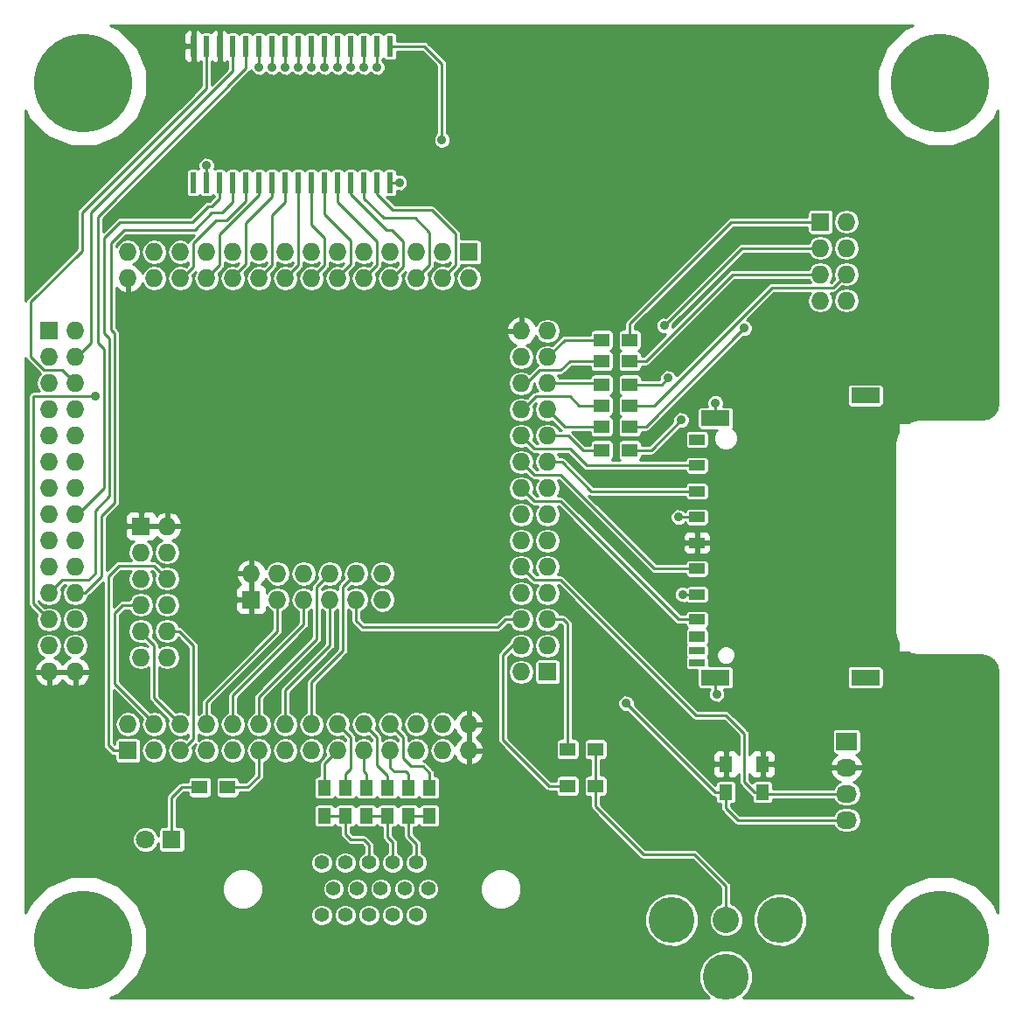
<source format=gbr>
G04 #@! TF.FileFunction,Copper,L1,Top,Signal*
%FSLAX46Y46*%
G04 Gerber Fmt 4.6, Leading zero omitted, Abs format (unit mm)*
G04 Created by KiCad (PCBNEW (after 2015-mar-04 BZR unknown)-product) date 3/6/2017 12:21:56 PM*
%MOMM*%
G01*
G04 APERTURE LIST*
%ADD10C,0.150000*%
%ADD11C,9.525000*%
%ADD12R,1.727200X1.727200*%
%ADD13O,1.727200X1.727200*%
%ADD14C,4.445000*%
%ADD15C,2.540000*%
%ADD16R,1.300000X1.500000*%
%ADD17R,1.500000X1.300000*%
%ADD18R,2.032000X1.727200*%
%ADD19O,2.032000X1.727200*%
%ADD20C,1.397000*%
%ADD21R,0.600000X2.000000*%
%ADD22R,1.500000X0.700000*%
%ADD23R,1.500000X1.000000*%
%ADD24R,2.800000X1.500000*%
%ADD25R,1.800000X1.800000*%
%ADD26C,1.800000*%
%ADD27C,0.889000*%
%ADD28C,0.254000*%
G04 APERTURE END LIST*
D10*
D11*
X99000000Y-16000000D03*
X99000000Y-99000000D03*
D12*
X20320000Y-80645000D03*
D13*
X20320000Y-78105000D03*
X22860000Y-80645000D03*
X22860000Y-78105000D03*
X25400000Y-80645000D03*
X25400000Y-78105000D03*
X27940000Y-80645000D03*
X27940000Y-78105000D03*
X30480000Y-80645000D03*
X30480000Y-78105000D03*
X33020000Y-80645000D03*
X33020000Y-78105000D03*
X35560000Y-80645000D03*
X35560000Y-78105000D03*
X38100000Y-80645000D03*
X38100000Y-78105000D03*
X40640000Y-80645000D03*
X40640000Y-78105000D03*
X43180000Y-80645000D03*
X43180000Y-78105000D03*
X45720000Y-80645000D03*
X45720000Y-78105000D03*
X48260000Y-80645000D03*
X48260000Y-78105000D03*
X50800000Y-80645000D03*
X50800000Y-78105000D03*
X53340000Y-80645000D03*
X53340000Y-78105000D03*
D12*
X60960000Y-73025000D03*
D13*
X58420000Y-73025000D03*
X60960000Y-70485000D03*
X58420000Y-70485000D03*
X60960000Y-67945000D03*
X58420000Y-67945000D03*
X60960000Y-65405000D03*
X58420000Y-65405000D03*
X60960000Y-62865000D03*
X58420000Y-62865000D03*
X60960000Y-60325000D03*
X58420000Y-60325000D03*
X60960000Y-57785000D03*
X58420000Y-57785000D03*
X60960000Y-55245000D03*
X58420000Y-55245000D03*
X60960000Y-52705000D03*
X58420000Y-52705000D03*
X60960000Y-50165000D03*
X58420000Y-50165000D03*
X60960000Y-47625000D03*
X58420000Y-47625000D03*
X60960000Y-45085000D03*
X58420000Y-45085000D03*
X60960000Y-42545000D03*
X58420000Y-42545000D03*
X60960000Y-40005000D03*
X58420000Y-40005000D03*
D12*
X53340000Y-32385000D03*
D13*
X53340000Y-34925000D03*
X50800000Y-32385000D03*
X50800000Y-34925000D03*
X48260000Y-32385000D03*
X48260000Y-34925000D03*
X45720000Y-32385000D03*
X45720000Y-34925000D03*
X43180000Y-32385000D03*
X43180000Y-34925000D03*
X40640000Y-32385000D03*
X40640000Y-34925000D03*
X38100000Y-32385000D03*
X38100000Y-34925000D03*
X35560000Y-32385000D03*
X35560000Y-34925000D03*
X33020000Y-32385000D03*
X33020000Y-34925000D03*
X30480000Y-32385000D03*
X30480000Y-34925000D03*
X27940000Y-32385000D03*
X27940000Y-34925000D03*
X25400000Y-32385000D03*
X25400000Y-34925000D03*
X22860000Y-32385000D03*
X22860000Y-34925000D03*
X20320000Y-32385000D03*
X20320000Y-34925000D03*
D12*
X12700000Y-40005000D03*
D13*
X15240000Y-40005000D03*
X12700000Y-42545000D03*
X15240000Y-42545000D03*
X12700000Y-45085000D03*
X15240000Y-45085000D03*
X12700000Y-47625000D03*
X15240000Y-47625000D03*
X12700000Y-50165000D03*
X15240000Y-50165000D03*
X12700000Y-52705000D03*
X15240000Y-52705000D03*
X12700000Y-55245000D03*
X15240000Y-55245000D03*
X12700000Y-57785000D03*
X15240000Y-57785000D03*
X12700000Y-60325000D03*
X15240000Y-60325000D03*
X12700000Y-62865000D03*
X15240000Y-62865000D03*
X12700000Y-65405000D03*
X15240000Y-65405000D03*
X12700000Y-67945000D03*
X15240000Y-67945000D03*
X12700000Y-70485000D03*
X15240000Y-70485000D03*
X12700000Y-73025000D03*
X15240000Y-73025000D03*
D14*
X78232000Y-102539800D03*
X83477100Y-97028000D03*
X72986900Y-97028000D03*
D15*
X78232000Y-97028000D03*
D12*
X21590000Y-58928000D03*
D13*
X24130000Y-58928000D03*
X21590000Y-61468000D03*
X24130000Y-61468000D03*
X21590000Y-64008000D03*
X24130000Y-64008000D03*
X21590000Y-66548000D03*
X24130000Y-66548000D03*
X21590000Y-69088000D03*
X24130000Y-69088000D03*
X21590000Y-71628000D03*
X24130000Y-71628000D03*
D16*
X47498000Y-84248000D03*
X47498000Y-86948000D03*
X49530000Y-84248000D03*
X49530000Y-86948000D03*
X43434000Y-84248000D03*
X43434000Y-86948000D03*
X45466000Y-84248000D03*
X45466000Y-86948000D03*
X41402000Y-84248000D03*
X41402000Y-86948000D03*
D17*
X62912000Y-80518000D03*
X65612000Y-80518000D03*
X62912000Y-84074000D03*
X65612000Y-84074000D03*
D16*
X81788000Y-81962000D03*
X81788000Y-84662000D03*
X78232000Y-81962000D03*
X78232000Y-84662000D03*
D17*
X66214000Y-40894000D03*
X68914000Y-40894000D03*
X66214000Y-45212000D03*
X68914000Y-45212000D03*
X66214000Y-42926000D03*
X68914000Y-42926000D03*
X68914000Y-51562000D03*
X66214000Y-51562000D03*
X68914000Y-49276000D03*
X66214000Y-49276000D03*
X68914000Y-47244000D03*
X66214000Y-47244000D03*
D18*
X89916000Y-79756000D03*
D19*
X89916000Y-82296000D03*
X89916000Y-84836000D03*
X89916000Y-87376000D03*
D12*
X87376000Y-29464000D03*
D13*
X89916000Y-29464000D03*
X87376000Y-32004000D03*
X89916000Y-32004000D03*
X87376000Y-34544000D03*
X89916000Y-34544000D03*
X87376000Y-37084000D03*
X89916000Y-37084000D03*
D11*
X16000000Y-99000000D03*
D16*
X39370000Y-84248000D03*
X39370000Y-86948000D03*
D12*
X32258000Y-66040000D03*
D13*
X32258000Y-63500000D03*
X34798000Y-66040000D03*
X34798000Y-63500000D03*
X37338000Y-66040000D03*
X37338000Y-63500000D03*
X39878000Y-66040000D03*
X39878000Y-63500000D03*
X42418000Y-66040000D03*
X42418000Y-63500000D03*
X44958000Y-66040000D03*
X44958000Y-63500000D03*
D20*
X43675300Y-91493340D03*
X45961300Y-91493340D03*
X48252380Y-91493340D03*
X41381680Y-91493340D03*
X39093140Y-91493340D03*
X42527220Y-94033340D03*
X44815760Y-94033340D03*
X47106840Y-94033340D03*
X49397920Y-94033340D03*
X40236140Y-94033340D03*
X48252380Y-96573340D03*
X45961300Y-96573340D03*
X43672760Y-96570800D03*
X41381680Y-96573340D03*
X39093140Y-96573340D03*
D11*
X16000000Y-16000000D03*
D21*
X26670000Y-25650000D03*
X27940000Y-25650000D03*
X29210000Y-25650000D03*
X30480000Y-25650000D03*
X31750000Y-25650000D03*
X33020000Y-25650000D03*
X34290000Y-25650000D03*
X35560000Y-25650000D03*
X36830000Y-25650000D03*
X38100000Y-25650000D03*
X39370000Y-25650000D03*
X40640000Y-25650000D03*
X41910000Y-25650000D03*
X43180000Y-25650000D03*
X44450000Y-25650000D03*
X45720000Y-25650000D03*
X45720000Y-12450000D03*
X44450000Y-12450000D03*
X43180000Y-12450000D03*
X41910000Y-12450000D03*
X40640000Y-12450000D03*
X39370000Y-12450000D03*
X38100000Y-12450000D03*
X36830000Y-12450000D03*
X35560000Y-12450000D03*
X34290000Y-12450000D03*
X33020000Y-12450000D03*
X31750000Y-12450000D03*
X30480000Y-12450000D03*
X29210000Y-12450000D03*
X27940000Y-12450000D03*
X26670000Y-12450000D03*
D22*
X75432000Y-72132000D03*
X75432000Y-70992000D03*
D23*
X75432000Y-55532000D03*
X75432000Y-53032000D03*
X75432000Y-58032000D03*
X75432000Y-60532000D03*
X75432000Y-63032000D03*
X75432000Y-65532000D03*
X75432000Y-67952000D03*
X75432000Y-69652000D03*
X75432000Y-50532000D03*
D24*
X77232000Y-48462000D03*
X77232000Y-73562000D03*
X91732000Y-73562000D03*
X91732000Y-46262000D03*
D25*
X24574500Y-89281000D03*
D26*
X22034500Y-89281000D03*
D17*
X29988500Y-84201000D03*
X27288500Y-84201000D03*
D27*
X46609000Y-25654000D03*
X74041000Y-65532000D03*
X73660000Y-58039000D03*
X77216000Y-46990000D03*
X77343000Y-75184000D03*
X50736500Y-21526500D03*
X44450000Y-14478000D03*
X43180000Y-14478000D03*
X41910000Y-14478000D03*
X40640000Y-14478000D03*
X38100000Y-14478000D03*
X36830000Y-14478000D03*
X35560000Y-14478000D03*
X34290000Y-14478000D03*
X33020000Y-14478000D03*
X68580000Y-76073000D03*
X73914000Y-48641000D03*
X72263000Y-39497000D03*
X72644000Y-44577000D03*
X80010000Y-39751000D03*
X17145000Y-46355000D03*
X27940000Y-24003000D03*
X39370000Y-14478000D03*
D28*
X45720000Y-25650000D02*
X46605000Y-25650000D01*
X46605000Y-25650000D02*
X46609000Y-25654000D01*
X75432000Y-65532000D02*
X74041000Y-65532000D01*
X75432000Y-58032000D02*
X73667000Y-58032000D01*
X73667000Y-58032000D02*
X73660000Y-58039000D01*
X77232000Y-48462000D02*
X77232000Y-47006000D01*
X77232000Y-47006000D02*
X77216000Y-46990000D01*
X77232000Y-73562000D02*
X77232000Y-75073000D01*
X77232000Y-75073000D02*
X77343000Y-75184000D01*
X39370000Y-84248000D02*
X39370000Y-81915000D01*
X39370000Y-81915000D02*
X40640000Y-80645000D01*
X41402000Y-84248000D02*
X41402000Y-82931000D01*
X41910000Y-79375000D02*
X40640000Y-78105000D01*
X41910000Y-82423000D02*
X41910000Y-79375000D01*
X41402000Y-82931000D02*
X41910000Y-82423000D01*
X43434000Y-84248000D02*
X43434000Y-82931000D01*
X43180000Y-82677000D02*
X43180000Y-80645000D01*
X43434000Y-82931000D02*
X43180000Y-82677000D01*
X45466000Y-84248000D02*
X45466000Y-83058000D01*
X44450000Y-79375000D02*
X43180000Y-78105000D01*
X44450000Y-82042000D02*
X44450000Y-79375000D01*
X45466000Y-83058000D02*
X44450000Y-82042000D01*
X45720000Y-12450000D02*
X49026000Y-12450000D01*
X50736500Y-14160500D02*
X50736500Y-21526500D01*
X49026000Y-12450000D02*
X50736500Y-14160500D01*
X44450000Y-25650000D02*
X44450000Y-26797000D01*
X49784000Y-28321000D02*
X52070000Y-30607000D01*
X45974000Y-28321000D02*
X49784000Y-28321000D01*
X44450000Y-26797000D02*
X45974000Y-28321000D01*
X50800000Y-34925000D02*
X52070000Y-33655000D01*
X52070000Y-33655000D02*
X52070000Y-30607000D01*
X44450000Y-12450000D02*
X44450000Y-14478000D01*
X43180000Y-25650000D02*
X43180000Y-27178000D01*
X48133000Y-29083000D02*
X49530000Y-30480000D01*
X45085000Y-29083000D02*
X48133000Y-29083000D01*
X43180000Y-27178000D02*
X45085000Y-29083000D01*
X48260000Y-34925000D02*
X49530000Y-33655000D01*
X49530000Y-33655000D02*
X49530000Y-30480000D01*
X43180000Y-12450000D02*
X43180000Y-14478000D01*
X41910000Y-25650000D02*
X41910000Y-26797000D01*
X45339000Y-30226000D02*
X45847000Y-30226000D01*
X41910000Y-26797000D02*
X45339000Y-30226000D01*
X45720000Y-34925000D02*
X45847000Y-34925000D01*
X45847000Y-34925000D02*
X46990000Y-33782000D01*
X46990000Y-33782000D02*
X46990000Y-31369000D01*
X46990000Y-31369000D02*
X45847000Y-30226000D01*
X41910000Y-12450000D02*
X41910000Y-14478000D01*
X43180000Y-34925000D02*
X44450000Y-33655000D01*
X40640000Y-27559000D02*
X40640000Y-25650000D01*
X44450000Y-31369000D02*
X40640000Y-27559000D01*
X44450000Y-33655000D02*
X44450000Y-31369000D01*
X40640000Y-14478000D02*
X40640000Y-12450000D01*
X40640000Y-34925000D02*
X40640000Y-34798000D01*
X40640000Y-34798000D02*
X41910000Y-33528000D01*
X41910000Y-33528000D02*
X41910000Y-31242000D01*
X41910000Y-31242000D02*
X39370000Y-28702000D01*
X39370000Y-28702000D02*
X39370000Y-25650000D01*
X38100000Y-34925000D02*
X39370000Y-33655000D01*
X38100000Y-29718000D02*
X38100000Y-25650000D01*
X39370000Y-30988000D02*
X38100000Y-29718000D01*
X39370000Y-33655000D02*
X39370000Y-30988000D01*
X38100000Y-14478000D02*
X38100000Y-12450000D01*
X35560000Y-34925000D02*
X36830000Y-33655000D01*
X36830000Y-33655000D02*
X36830000Y-25650000D01*
X36830000Y-12450000D02*
X36830000Y-14478000D01*
X33020000Y-34925000D02*
X34290000Y-33655000D01*
X35560000Y-27559000D02*
X35560000Y-25650000D01*
X34290000Y-28829000D02*
X35560000Y-27559000D01*
X34290000Y-33655000D02*
X34290000Y-28829000D01*
X35560000Y-14478000D02*
X35560000Y-12450000D01*
X30480000Y-34925000D02*
X30480000Y-34798000D01*
X30480000Y-34798000D02*
X31750000Y-33528000D01*
X31750000Y-33528000D02*
X31750000Y-29591000D01*
X31750000Y-29591000D02*
X34290000Y-27051000D01*
X34290000Y-27051000D02*
X34290000Y-25650000D01*
X34290000Y-12450000D02*
X34290000Y-14478000D01*
X27940000Y-34925000D02*
X29210000Y-33655000D01*
X33020000Y-26880424D02*
X33020000Y-25650000D01*
X29210000Y-30690424D02*
X33020000Y-26880424D01*
X29210000Y-33655000D02*
X29210000Y-30690424D01*
X33020000Y-14478000D02*
X33020000Y-12450000D01*
X26670000Y-33401000D02*
X26670000Y-31496000D01*
X26670000Y-31496000D02*
X28829000Y-29337000D01*
X25400000Y-34925000D02*
X25527000Y-34925000D01*
X25527000Y-34925000D02*
X26670000Y-33782000D01*
X26670000Y-33782000D02*
X26670000Y-33401000D01*
X28829000Y-29337000D02*
X29845000Y-29337000D01*
X29845000Y-29337000D02*
X31750000Y-27432000D01*
X31750000Y-27432000D02*
X31750000Y-25650000D01*
X15240000Y-45085000D02*
X13970000Y-43815000D01*
X15875000Y-32258000D02*
X15875000Y-28575000D01*
X10922000Y-37211000D02*
X15875000Y-32258000D01*
X10922000Y-42545000D02*
X10922000Y-37211000D01*
X12192000Y-43815000D02*
X10922000Y-42545000D01*
X13970000Y-43815000D02*
X12192000Y-43815000D01*
X15875000Y-28575000D02*
X27940000Y-16510000D01*
X27940000Y-16510000D02*
X27940000Y-12450000D01*
X18033998Y-48895000D02*
X18033998Y-41782998D01*
X31750000Y-14605000D02*
X31750000Y-12450000D01*
X17399000Y-28956000D02*
X31750000Y-14605000D01*
X17399000Y-41148000D02*
X17399000Y-28956000D01*
X18033998Y-41782998D02*
X17399000Y-41148000D01*
X18033998Y-55245000D02*
X18033998Y-48895000D01*
X15493998Y-57785000D02*
X18033998Y-55245000D01*
X15240000Y-57785000D02*
X15493998Y-57785000D01*
X18034000Y-34036000D02*
X18034000Y-30988000D01*
X26543000Y-29464000D02*
X28067000Y-27940000D01*
X19558000Y-29464000D02*
X26543000Y-29464000D01*
X18034000Y-30988000D02*
X19558000Y-29464000D01*
X18542000Y-44323000D02*
X18542000Y-40767000D01*
X18034000Y-40259000D02*
X18034000Y-34036000D01*
X18542000Y-40767000D02*
X18034000Y-40259000D01*
X17145000Y-57404000D02*
X17145000Y-63500000D01*
X18542000Y-56007000D02*
X17145000Y-57404000D01*
X29210000Y-25650000D02*
X29210000Y-27178000D01*
X29210000Y-27178000D02*
X28448000Y-27940000D01*
X28448000Y-27940000D02*
X28067000Y-27940000D01*
X13970000Y-64135000D02*
X12700000Y-65405000D01*
X16510000Y-64135000D02*
X13970000Y-64135000D01*
X17145000Y-63500000D02*
X16510000Y-64135000D01*
X18542000Y-44323000D02*
X18542000Y-56007000D01*
X18669000Y-34544000D02*
X18669000Y-31496000D01*
X26797000Y-30226000D02*
X28448000Y-28575000D01*
X19939000Y-30226000D02*
X26797000Y-30226000D01*
X18669000Y-31496000D02*
X19939000Y-30226000D01*
X19050002Y-43688000D02*
X19050002Y-40259002D01*
X18669000Y-39878000D02*
X18669000Y-34544000D01*
X19050002Y-40259002D02*
X18669000Y-39878000D01*
X17780000Y-57912000D02*
X17780000Y-63754000D01*
X19050002Y-56641998D02*
X17780000Y-57912000D01*
X15240000Y-65405000D02*
X16129000Y-65405000D01*
X16129000Y-65405000D02*
X17780000Y-63754000D01*
X30480000Y-27559000D02*
X30480000Y-25650000D01*
X28448000Y-28575000D02*
X29464000Y-28575000D01*
X29464000Y-28575000D02*
X30480000Y-27559000D01*
X19050002Y-56641998D02*
X19050002Y-43688000D01*
X15240000Y-42545000D02*
X15367000Y-42545000D01*
X15367000Y-42545000D02*
X16764000Y-41148000D01*
X16764000Y-28575000D02*
X30480000Y-14859000D01*
X16764000Y-41148000D02*
X16764000Y-28575000D01*
X15240000Y-42545000D02*
X15621000Y-42545000D01*
X30480000Y-14859000D02*
X30480000Y-12450000D01*
X59690000Y-64135000D02*
X62230000Y-64135000D01*
X75311000Y-77216000D02*
X78232000Y-77216000D01*
X62230000Y-64135000D02*
X75311000Y-77216000D01*
X81788000Y-84662000D02*
X80979000Y-84662000D01*
X59690000Y-64135000D02*
X58420000Y-62865000D01*
X80010000Y-78994000D02*
X78232000Y-77216000D01*
X80010000Y-83693000D02*
X80010000Y-78994000D01*
X80979000Y-84662000D02*
X80010000Y-83693000D01*
X89916000Y-84836000D02*
X81962000Y-84836000D01*
X81962000Y-84836000D02*
X81788000Y-84662000D01*
X78232000Y-84662000D02*
X77169000Y-84662000D01*
X77169000Y-84662000D02*
X68580000Y-76073000D01*
X89916000Y-87376000D02*
X79375000Y-87376000D01*
X78232000Y-86233000D02*
X78232000Y-84662000D01*
X79375000Y-87376000D02*
X78232000Y-86233000D01*
X66214000Y-51562000D02*
X64389000Y-51562000D01*
X62992000Y-50165000D02*
X60960000Y-50165000D01*
X64389000Y-51562000D02*
X62992000Y-50165000D01*
X66214000Y-49276000D02*
X62611000Y-49276000D01*
X62611000Y-49276000D02*
X60960000Y-47625000D01*
X58420000Y-47625000D02*
X58547000Y-47625000D01*
X58547000Y-47625000D02*
X59817000Y-46355000D01*
X59817000Y-46355000D02*
X63119000Y-46355000D01*
X63119000Y-46355000D02*
X64008000Y-47244000D01*
X64008000Y-47244000D02*
X66214000Y-47244000D01*
X60960000Y-45085000D02*
X66087000Y-45085000D01*
X66087000Y-45085000D02*
X66214000Y-45212000D01*
X58420000Y-45085000D02*
X58928000Y-45085000D01*
X58928000Y-45085000D02*
X60198000Y-43815000D01*
X60198000Y-43815000D02*
X62230000Y-43815000D01*
X62230000Y-43815000D02*
X63119000Y-42926000D01*
X63119000Y-42926000D02*
X66214000Y-42926000D01*
X66214000Y-40894000D02*
X62611000Y-40894000D01*
X62611000Y-40894000D02*
X60960000Y-42545000D01*
X58420000Y-70485000D02*
X57531000Y-70485000D01*
X61087000Y-84074000D02*
X62912000Y-84074000D01*
X56642000Y-79629000D02*
X61087000Y-84074000D01*
X56642000Y-71374000D02*
X56642000Y-79629000D01*
X57531000Y-70485000D02*
X56642000Y-71374000D01*
X60960000Y-67945000D02*
X62484000Y-67945000D01*
X62912000Y-68373000D02*
X62912000Y-80518000D01*
X62484000Y-67945000D02*
X62912000Y-68373000D01*
X75432000Y-53032000D02*
X64716000Y-53032000D01*
X59690000Y-51435000D02*
X58420000Y-50165000D01*
X63119000Y-51435000D02*
X59690000Y-51435000D01*
X64716000Y-53032000D02*
X63119000Y-51435000D01*
X75432000Y-63032000D02*
X71287000Y-63032000D01*
X59690000Y-53975000D02*
X58420000Y-52705000D01*
X62230000Y-53975000D02*
X59690000Y-53975000D01*
X71287000Y-63032000D02*
X62230000Y-53975000D01*
X58420000Y-52705000D02*
X58420000Y-52832000D01*
X24130000Y-64008000D02*
X22860000Y-62738000D01*
X18923000Y-80645000D02*
X20320000Y-80645000D01*
X18415000Y-80137000D02*
X18923000Y-80645000D01*
X18415000Y-63754000D02*
X18415000Y-80137000D01*
X19431000Y-62738000D02*
X18415000Y-63754000D01*
X22860000Y-62738000D02*
X19431000Y-62738000D01*
X22860000Y-78105000D02*
X22860000Y-77978000D01*
X22860000Y-77978000D02*
X19050000Y-74168000D01*
X19050000Y-74168000D02*
X19050000Y-67310000D01*
X19050000Y-67310000D02*
X19812000Y-66548000D01*
X19812000Y-66548000D02*
X21590000Y-66548000D01*
X25400000Y-80645000D02*
X25527000Y-80645000D01*
X25527000Y-80645000D02*
X26670000Y-79502000D01*
X25273000Y-69088000D02*
X24130000Y-69088000D01*
X26670000Y-70485000D02*
X25273000Y-69088000D01*
X26670000Y-79502000D02*
X26670000Y-70485000D01*
X25400000Y-80518000D02*
X25400000Y-80645000D01*
X21590000Y-69088000D02*
X21590000Y-69215000D01*
X21590000Y-69215000D02*
X22860000Y-70485000D01*
X22860000Y-70485000D02*
X22860000Y-75565000D01*
X22860000Y-75565000D02*
X25400000Y-78105000D01*
X27940000Y-78105000D02*
X27940000Y-75946000D01*
X34798000Y-69088000D02*
X34798000Y-66040000D01*
X27940000Y-75946000D02*
X34798000Y-69088000D01*
X47498000Y-84248000D02*
X47498000Y-82931000D01*
X45720000Y-82296000D02*
X45720000Y-80645000D01*
X46101000Y-82677000D02*
X45720000Y-82296000D01*
X47244000Y-82677000D02*
X46101000Y-82677000D01*
X47498000Y-82931000D02*
X47244000Y-82677000D01*
X45720000Y-80645000D02*
X45720000Y-81407000D01*
X45720000Y-78105000D02*
X46990000Y-79375000D01*
X49530000Y-82804000D02*
X49530000Y-84248000D01*
X48895000Y-82169000D02*
X49530000Y-82804000D01*
X47752000Y-82169000D02*
X48895000Y-82169000D01*
X46990000Y-81407000D02*
X47752000Y-82169000D01*
X46990000Y-79375000D02*
X46990000Y-81407000D01*
X87376000Y-29464000D02*
X78740000Y-29464000D01*
X68914000Y-39290000D02*
X68914000Y-40894000D01*
X78740000Y-29464000D02*
X68914000Y-39290000D01*
X73914000Y-48641000D02*
X70993000Y-51562000D01*
X70993000Y-51562000D02*
X68914000Y-51562000D01*
X89916000Y-29464000D02*
X89916000Y-29718000D01*
X87376000Y-32004000D02*
X79756000Y-32004000D01*
X79756000Y-32004000D02*
X72263000Y-39497000D01*
X68914000Y-45212000D02*
X72009000Y-45212000D01*
X72009000Y-45212000D02*
X72644000Y-44577000D01*
X68914000Y-49276000D02*
X70485000Y-49276000D01*
X70485000Y-49276000D02*
X80010000Y-39751000D01*
X87376000Y-34544000D02*
X78867000Y-34544000D01*
X78867000Y-34544000D02*
X70485000Y-42926000D01*
X68914000Y-42926000D02*
X70485000Y-42926000D01*
X82677000Y-35814000D02*
X71247000Y-47244000D01*
X68914000Y-47244000D02*
X71247000Y-47244000D01*
X88646000Y-35814000D02*
X89916000Y-34544000D01*
X82677000Y-35814000D02*
X88646000Y-35814000D01*
X41402000Y-86948000D02*
X41402000Y-88773000D01*
X43675300Y-89776300D02*
X43675300Y-91493340D01*
X43180000Y-89281000D02*
X43675300Y-89776300D01*
X41910000Y-89281000D02*
X43180000Y-89281000D01*
X41402000Y-88773000D02*
X41910000Y-89281000D01*
X39370000Y-86948000D02*
X41402000Y-86948000D01*
X45466000Y-86948000D02*
X45466000Y-89027000D01*
X45961300Y-89522300D02*
X45961300Y-91493340D01*
X45466000Y-89027000D02*
X45961300Y-89522300D01*
X43434000Y-86948000D02*
X45466000Y-86948000D01*
X47498000Y-86948000D02*
X47498000Y-88900000D01*
X48252380Y-89654380D02*
X48252380Y-91493340D01*
X47498000Y-88900000D02*
X48252380Y-89654380D01*
X49530000Y-86948000D02*
X47498000Y-86948000D01*
X65612000Y-84074000D02*
X65612000Y-80518000D01*
X78232000Y-97028000D02*
X78232000Y-93726000D01*
X65612000Y-86059000D02*
X65612000Y-84074000D01*
X70231000Y-90678000D02*
X65612000Y-86059000D01*
X75184000Y-90678000D02*
X70231000Y-90678000D01*
X78232000Y-93726000D02*
X75184000Y-90678000D01*
X30480000Y-78105000D02*
X30480000Y-75311000D01*
X37338000Y-68453000D02*
X37338000Y-66040000D01*
X30480000Y-75311000D02*
X37338000Y-68453000D01*
X75432000Y-67952000D02*
X73667000Y-67952000D01*
X73667000Y-67952000D02*
X62230000Y-56515000D01*
X58420000Y-55245000D02*
X59690000Y-56515000D01*
X59690000Y-56515000D02*
X62230000Y-56515000D01*
X75432000Y-55532000D02*
X65184000Y-55532000D01*
X62357000Y-52705000D02*
X60960000Y-52705000D01*
X65184000Y-55532000D02*
X62357000Y-52705000D01*
X29988500Y-84201000D02*
X31940500Y-84201000D01*
X33020000Y-83121500D02*
X33020000Y-80645000D01*
X31940500Y-84201000D02*
X33020000Y-83121500D01*
X33020000Y-78105000D02*
X33020000Y-75438000D01*
X38608000Y-64770000D02*
X39878000Y-63500000D01*
X38608000Y-69850000D02*
X38608000Y-64770000D01*
X33020000Y-75438000D02*
X38608000Y-69850000D01*
X33020000Y-78105000D02*
X33020000Y-77723998D01*
X33020000Y-78105000D02*
X33020000Y-77597000D01*
X35560000Y-78105000D02*
X35560000Y-74803000D01*
X39878000Y-70485000D02*
X39878000Y-66040000D01*
X35560000Y-74803000D02*
X39878000Y-70485000D01*
X35560000Y-78105000D02*
X35560000Y-77851000D01*
X38100000Y-78105000D02*
X38100000Y-74041000D01*
X41148000Y-64770000D02*
X42418000Y-63500000D01*
X41148000Y-70993000D02*
X41148000Y-64770000D01*
X38100000Y-74041000D02*
X41148000Y-70993000D01*
X17145000Y-46355000D02*
X11176000Y-46355000D01*
X11176000Y-46355000D02*
X11176000Y-66421000D01*
X27940000Y-25650000D02*
X27940000Y-24003000D01*
X11176000Y-66421000D02*
X12700000Y-67945000D01*
X24574500Y-89281000D02*
X24574500Y-85153500D01*
X25527000Y-84201000D02*
X27288500Y-84201000D01*
X24574500Y-85153500D02*
X25527000Y-84201000D01*
X42418000Y-66040000D02*
X42418000Y-68072000D01*
X56896000Y-67945000D02*
X58420000Y-67945000D01*
X56134000Y-68707000D02*
X56896000Y-67945000D01*
X43053000Y-68707000D02*
X56134000Y-68707000D01*
X42418000Y-68072000D02*
X43053000Y-68707000D01*
X39370000Y-12450000D02*
X39370000Y-14478000D01*
G36*
X104569000Y-96348473D02*
X104224815Y-95515482D01*
X102493632Y-93781275D01*
X100230575Y-92841571D01*
X97780175Y-92839433D01*
X95515482Y-93775185D01*
X93781275Y-95506368D01*
X93520464Y-96134470D01*
X93520464Y-74312000D01*
X93520464Y-72812000D01*
X93520464Y-47012000D01*
X93520464Y-45512000D01*
X93492278Y-45366726D01*
X93408404Y-45239044D01*
X93281784Y-45153574D01*
X93132000Y-45123536D01*
X91184983Y-45123536D01*
X91184983Y-37084000D01*
X91184983Y-34544000D01*
X91184983Y-32004000D01*
X91184983Y-29464000D01*
X91090243Y-28987712D01*
X90820448Y-28583935D01*
X90416671Y-28314140D01*
X89940383Y-28219400D01*
X89891617Y-28219400D01*
X89415329Y-28314140D01*
X89011552Y-28583935D01*
X88741757Y-28987712D01*
X88647017Y-29464000D01*
X88741757Y-29940288D01*
X89011552Y-30344065D01*
X89415329Y-30613860D01*
X89891617Y-30708600D01*
X89940383Y-30708600D01*
X90416671Y-30613860D01*
X90820448Y-30344065D01*
X91090243Y-29940288D01*
X91184983Y-29464000D01*
X91184983Y-32004000D01*
X91090243Y-31527712D01*
X90820448Y-31123935D01*
X90416671Y-30854140D01*
X89940383Y-30759400D01*
X89891617Y-30759400D01*
X89415329Y-30854140D01*
X89011552Y-31123935D01*
X88741757Y-31527712D01*
X88647017Y-32004000D01*
X88741757Y-32480288D01*
X89011552Y-32884065D01*
X89415329Y-33153860D01*
X89891617Y-33248600D01*
X89940383Y-33248600D01*
X90416671Y-33153860D01*
X90820448Y-32884065D01*
X91090243Y-32480288D01*
X91184983Y-32004000D01*
X91184983Y-34544000D01*
X91090243Y-34067712D01*
X90820448Y-33663935D01*
X90416671Y-33394140D01*
X89940383Y-33299400D01*
X89891617Y-33299400D01*
X89415329Y-33394140D01*
X89011552Y-33663935D01*
X88741757Y-34067712D01*
X88647017Y-34544000D01*
X88738361Y-35003218D01*
X88435580Y-35306000D01*
X88359336Y-35306000D01*
X88550243Y-35020288D01*
X88644983Y-34544000D01*
X88550243Y-34067712D01*
X88280448Y-33663935D01*
X87876671Y-33394140D01*
X87400383Y-33299400D01*
X87351617Y-33299400D01*
X86875329Y-33394140D01*
X86471552Y-33663935D01*
X86222946Y-34036000D01*
X78867000Y-34036000D01*
X78672596Y-34074669D01*
X78507790Y-34184790D01*
X73088407Y-39604172D01*
X73088593Y-39389826D01*
X79966420Y-32512000D01*
X86222946Y-32512000D01*
X86471552Y-32884065D01*
X86875329Y-33153860D01*
X87351617Y-33248600D01*
X87400383Y-33248600D01*
X87876671Y-33153860D01*
X88280448Y-32884065D01*
X88550243Y-32480288D01*
X88644983Y-32004000D01*
X88550243Y-31527712D01*
X88280448Y-31123935D01*
X87876671Y-30854140D01*
X87400383Y-30759400D01*
X87351617Y-30759400D01*
X86875329Y-30854140D01*
X86471552Y-31123935D01*
X86222946Y-31496000D01*
X79756000Y-31496000D01*
X79593849Y-31528253D01*
X79561596Y-31534669D01*
X79396790Y-31644790D01*
X72369987Y-38671592D01*
X72099518Y-38671357D01*
X71796002Y-38796767D01*
X71563583Y-39028781D01*
X71437643Y-39332077D01*
X71437357Y-39660482D01*
X71562767Y-39963998D01*
X71794781Y-40196417D01*
X72098077Y-40322357D01*
X72369986Y-40322593D01*
X70274580Y-42418000D01*
X70052464Y-42418000D01*
X70052464Y-42276000D01*
X70024278Y-42130726D01*
X69940404Y-42003044D01*
X69813784Y-41917574D01*
X69777868Y-41910371D01*
X69809274Y-41904278D01*
X69936956Y-41820404D01*
X70022426Y-41693784D01*
X70052464Y-41544000D01*
X70052464Y-40244000D01*
X70024278Y-40098726D01*
X69940404Y-39971044D01*
X69813784Y-39885574D01*
X69664000Y-39855536D01*
X69422000Y-39855536D01*
X69422000Y-39500420D01*
X78950420Y-29972000D01*
X86123936Y-29972000D01*
X86123936Y-30327600D01*
X86152122Y-30472874D01*
X86235996Y-30600556D01*
X86362616Y-30686026D01*
X86512400Y-30716064D01*
X88239600Y-30716064D01*
X88384874Y-30687878D01*
X88512556Y-30604004D01*
X88598026Y-30477384D01*
X88628064Y-30327600D01*
X88628064Y-28600400D01*
X88599878Y-28455126D01*
X88516004Y-28327444D01*
X88389384Y-28241974D01*
X88239600Y-28211936D01*
X86512400Y-28211936D01*
X86367126Y-28240122D01*
X86239444Y-28323996D01*
X86153974Y-28450616D01*
X86123936Y-28600400D01*
X86123936Y-28956000D01*
X78740000Y-28956000D01*
X78545597Y-28994669D01*
X78490910Y-29031209D01*
X78380789Y-29104790D01*
X68554790Y-38930790D01*
X68444669Y-39095597D01*
X68406000Y-39290000D01*
X68406000Y-39855536D01*
X68164000Y-39855536D01*
X68018726Y-39883722D01*
X67891044Y-39967596D01*
X67805574Y-40094216D01*
X67775536Y-40244000D01*
X67775536Y-41544000D01*
X67803722Y-41689274D01*
X67887596Y-41816956D01*
X68014216Y-41902426D01*
X68050131Y-41909628D01*
X68018726Y-41915722D01*
X67891044Y-41999596D01*
X67805574Y-42126216D01*
X67775536Y-42276000D01*
X67775536Y-43576000D01*
X67803722Y-43721274D01*
X67887596Y-43848956D01*
X68014216Y-43934426D01*
X68164000Y-43964464D01*
X69664000Y-43964464D01*
X69809274Y-43936278D01*
X69936956Y-43852404D01*
X70022426Y-43725784D01*
X70052464Y-43576000D01*
X70052464Y-43434000D01*
X70485000Y-43434000D01*
X70679403Y-43395331D01*
X70844210Y-43285210D01*
X79077420Y-35052000D01*
X86222946Y-35052000D01*
X86392663Y-35306000D01*
X82677000Y-35306000D01*
X82482597Y-35344669D01*
X82317790Y-35454790D01*
X73437311Y-44335268D01*
X73344233Y-44110002D01*
X73112219Y-43877583D01*
X72808923Y-43751643D01*
X72480518Y-43751357D01*
X72177002Y-43876767D01*
X71944583Y-44108781D01*
X71818643Y-44412077D01*
X71818406Y-44684173D01*
X71798579Y-44704000D01*
X70052464Y-44704000D01*
X70052464Y-44562000D01*
X70024278Y-44416726D01*
X69940404Y-44289044D01*
X69813784Y-44203574D01*
X69664000Y-44173536D01*
X68164000Y-44173536D01*
X68018726Y-44201722D01*
X67891044Y-44285596D01*
X67805574Y-44412216D01*
X67775536Y-44562000D01*
X67775536Y-45862000D01*
X67803722Y-46007274D01*
X67887596Y-46134956D01*
X68014216Y-46220426D01*
X68050131Y-46227628D01*
X68018726Y-46233722D01*
X67891044Y-46317596D01*
X67805574Y-46444216D01*
X67775536Y-46594000D01*
X67775536Y-47894000D01*
X67803722Y-48039274D01*
X67887596Y-48166956D01*
X68014216Y-48252426D01*
X68050131Y-48259628D01*
X68018726Y-48265722D01*
X67891044Y-48349596D01*
X67805574Y-48476216D01*
X67775536Y-48626000D01*
X67775536Y-49926000D01*
X67803722Y-50071274D01*
X67887596Y-50198956D01*
X68014216Y-50284426D01*
X68164000Y-50314464D01*
X69664000Y-50314464D01*
X69809274Y-50286278D01*
X69936956Y-50202404D01*
X70022426Y-50075784D01*
X70052464Y-49926000D01*
X70052464Y-49784000D01*
X70485000Y-49784000D01*
X70679403Y-49745331D01*
X70844210Y-49635210D01*
X79903012Y-40576407D01*
X80173482Y-40576643D01*
X80476998Y-40451233D01*
X80709417Y-40219219D01*
X80835357Y-39915923D01*
X80835643Y-39587518D01*
X80710233Y-39284002D01*
X80478219Y-39051583D01*
X80251838Y-38957581D01*
X82887420Y-36322000D01*
X86392663Y-36322000D01*
X86201757Y-36607712D01*
X86107017Y-37084000D01*
X86201757Y-37560288D01*
X86471552Y-37964065D01*
X86875329Y-38233860D01*
X87351617Y-38328600D01*
X87400383Y-38328600D01*
X87876671Y-38233860D01*
X88280448Y-37964065D01*
X88550243Y-37560288D01*
X88644983Y-37084000D01*
X88550243Y-36607712D01*
X88359336Y-36322000D01*
X88646000Y-36322000D01*
X88840403Y-36283331D01*
X89005210Y-36173210D01*
X89473073Y-35705346D01*
X89891617Y-35788600D01*
X89940383Y-35788600D01*
X90416671Y-35693860D01*
X90820448Y-35424065D01*
X91090243Y-35020288D01*
X91184983Y-34544000D01*
X91184983Y-37084000D01*
X91090243Y-36607712D01*
X90820448Y-36203935D01*
X90416671Y-35934140D01*
X89940383Y-35839400D01*
X89891617Y-35839400D01*
X89415329Y-35934140D01*
X89011552Y-36203935D01*
X88741757Y-36607712D01*
X88647017Y-37084000D01*
X88741757Y-37560288D01*
X89011552Y-37964065D01*
X89415329Y-38233860D01*
X89891617Y-38328600D01*
X89940383Y-38328600D01*
X90416671Y-38233860D01*
X90820448Y-37964065D01*
X91090243Y-37560288D01*
X91184983Y-37084000D01*
X91184983Y-45123536D01*
X90332000Y-45123536D01*
X90186726Y-45151722D01*
X90059044Y-45235596D01*
X89973574Y-45362216D01*
X89943536Y-45512000D01*
X89943536Y-47012000D01*
X89971722Y-47157274D01*
X90055596Y-47284956D01*
X90182216Y-47370426D01*
X90332000Y-47400464D01*
X93132000Y-47400464D01*
X93277274Y-47372278D01*
X93404956Y-47288404D01*
X93490426Y-47161784D01*
X93520464Y-47012000D01*
X93520464Y-72812000D01*
X93492278Y-72666726D01*
X93408404Y-72539044D01*
X93281784Y-72453574D01*
X93132000Y-72423536D01*
X90332000Y-72423536D01*
X90186726Y-72451722D01*
X90059044Y-72535596D01*
X89973574Y-72662216D01*
X89943536Y-72812000D01*
X89943536Y-74312000D01*
X89971722Y-74457274D01*
X90055596Y-74584956D01*
X90182216Y-74670426D01*
X90332000Y-74700464D01*
X93132000Y-74700464D01*
X93277274Y-74672278D01*
X93404956Y-74588404D01*
X93490426Y-74461784D01*
X93520464Y-74312000D01*
X93520464Y-96134470D01*
X92841571Y-97769425D01*
X92839433Y-100219825D01*
X93775185Y-102484518D01*
X95506368Y-104218725D01*
X96349923Y-104569000D01*
X91523358Y-104569000D01*
X91523358Y-82655026D01*
X91523358Y-81936974D01*
X91520709Y-81921209D01*
X91266732Y-81393964D01*
X90834817Y-81008064D01*
X90932000Y-81008064D01*
X91077274Y-80979878D01*
X91204956Y-80896004D01*
X91290426Y-80769384D01*
X91320464Y-80619600D01*
X91320464Y-78892400D01*
X91292278Y-78747126D01*
X91208404Y-78619444D01*
X91081784Y-78533974D01*
X90932000Y-78503936D01*
X88900000Y-78503936D01*
X88754726Y-78532122D01*
X88627044Y-78615996D01*
X88541574Y-78742616D01*
X88511536Y-78892400D01*
X88511536Y-80619600D01*
X88539722Y-80764874D01*
X88623596Y-80892556D01*
X88750216Y-80978026D01*
X88900000Y-81008064D01*
X88997182Y-81008064D01*
X88565268Y-81393964D01*
X88311291Y-81921209D01*
X88308642Y-81936974D01*
X88429783Y-82169000D01*
X89789000Y-82169000D01*
X89789000Y-82149000D01*
X90043000Y-82149000D01*
X90043000Y-82169000D01*
X91402217Y-82169000D01*
X91523358Y-81936974D01*
X91523358Y-82655026D01*
X91402217Y-82423000D01*
X90043000Y-82423000D01*
X90043000Y-82443000D01*
X89789000Y-82443000D01*
X89789000Y-82423000D01*
X88429783Y-82423000D01*
X88308642Y-82655026D01*
X88311291Y-82670791D01*
X88565268Y-83198036D01*
X89001680Y-83587954D01*
X89274242Y-83683295D01*
X89259943Y-83686140D01*
X88856166Y-83955935D01*
X88607560Y-84328000D01*
X83073000Y-84328000D01*
X83073000Y-82838309D01*
X83073000Y-82247750D01*
X83073000Y-81676250D01*
X83073000Y-81085691D01*
X82976327Y-80852302D01*
X82797699Y-80673673D01*
X82564310Y-80577000D01*
X82311691Y-80577000D01*
X82073750Y-80577000D01*
X81915000Y-80735750D01*
X81915000Y-81835000D01*
X82914250Y-81835000D01*
X83073000Y-81676250D01*
X83073000Y-82247750D01*
X82914250Y-82089000D01*
X81915000Y-82089000D01*
X81915000Y-83188250D01*
X82073750Y-83347000D01*
X82311691Y-83347000D01*
X82564310Y-83347000D01*
X82797699Y-83250327D01*
X82976327Y-83071698D01*
X83073000Y-82838309D01*
X83073000Y-84328000D01*
X82826464Y-84328000D01*
X82826464Y-83912000D01*
X82798278Y-83766726D01*
X82714404Y-83639044D01*
X82587784Y-83553574D01*
X82438000Y-83523536D01*
X81138000Y-83523536D01*
X80992726Y-83551722D01*
X80865044Y-83635596D01*
X80786852Y-83751432D01*
X80518000Y-83482580D01*
X80518000Y-82874522D01*
X80599673Y-83071698D01*
X80778301Y-83250327D01*
X81011690Y-83347000D01*
X81264309Y-83347000D01*
X81502250Y-83347000D01*
X81661000Y-83188250D01*
X81661000Y-82089000D01*
X81641000Y-82089000D01*
X81641000Y-81835000D01*
X81661000Y-81835000D01*
X81661000Y-80735750D01*
X81502250Y-80577000D01*
X81264309Y-80577000D01*
X81011690Y-80577000D01*
X80778301Y-80673673D01*
X80599673Y-80852302D01*
X80518000Y-81049477D01*
X80518000Y-78994000D01*
X80479331Y-78799597D01*
X80369210Y-78634790D01*
X79413204Y-77678784D01*
X79413204Y-50178115D01*
X79233787Y-49743891D01*
X78934723Y-49444305D01*
X78990426Y-49361784D01*
X79020464Y-49212000D01*
X79020464Y-47712000D01*
X78992278Y-47566726D01*
X78908404Y-47439044D01*
X78781784Y-47353574D01*
X78632000Y-47323536D01*
X77971342Y-47323536D01*
X78041357Y-47154923D01*
X78041643Y-46826518D01*
X77916233Y-46523002D01*
X77684219Y-46290583D01*
X77380923Y-46164643D01*
X77052518Y-46164357D01*
X76749002Y-46289767D01*
X76516583Y-46521781D01*
X76390643Y-46825077D01*
X76390357Y-47153482D01*
X76460621Y-47323536D01*
X75832000Y-47323536D01*
X75686726Y-47351722D01*
X75559044Y-47435596D01*
X75473574Y-47562216D01*
X75443536Y-47712000D01*
X75443536Y-49212000D01*
X75471722Y-49357274D01*
X75555596Y-49484956D01*
X75682216Y-49570426D01*
X75832000Y-49600464D01*
X77373308Y-49600464D01*
X77231381Y-49742144D01*
X77051206Y-50176054D01*
X77050796Y-50645885D01*
X77230213Y-51080109D01*
X77562144Y-51412619D01*
X77996054Y-51592794D01*
X78465885Y-51593204D01*
X78900109Y-51413787D01*
X79232619Y-51081856D01*
X79412794Y-50647946D01*
X79413204Y-50178115D01*
X79413204Y-77678784D01*
X79163161Y-77428741D01*
X79163161Y-71227625D01*
X79021723Y-70885320D01*
X78760057Y-70623197D01*
X78418000Y-70481162D01*
X78047625Y-70480839D01*
X77705320Y-70622277D01*
X77443197Y-70883943D01*
X77301162Y-71226000D01*
X77300839Y-71596375D01*
X77442277Y-71938680D01*
X77703943Y-72200803D01*
X78046000Y-72342838D01*
X78416375Y-72343161D01*
X78758680Y-72201723D01*
X79020803Y-71940057D01*
X79162838Y-71598000D01*
X79163161Y-71227625D01*
X79163161Y-77428741D01*
X79020464Y-77286044D01*
X79020464Y-74312000D01*
X79020464Y-72812000D01*
X78992278Y-72666726D01*
X78908404Y-72539044D01*
X78781784Y-72453574D01*
X78632000Y-72423536D01*
X76817000Y-72423536D01*
X76817000Y-61158309D01*
X76817000Y-60817750D01*
X76817000Y-60246250D01*
X76817000Y-59905691D01*
X76720327Y-59672302D01*
X76570464Y-59522438D01*
X76570464Y-58532000D01*
X76570464Y-57532000D01*
X76542278Y-57386726D01*
X76458404Y-57259044D01*
X76331784Y-57173574D01*
X76182000Y-57143536D01*
X74682000Y-57143536D01*
X74536726Y-57171722D01*
X74409044Y-57255596D01*
X74323574Y-57382216D01*
X74298013Y-57509673D01*
X74128219Y-57339583D01*
X73824923Y-57213643D01*
X73496518Y-57213357D01*
X73193002Y-57338767D01*
X72960583Y-57570781D01*
X72834643Y-57874077D01*
X72834357Y-58202482D01*
X72959767Y-58505998D01*
X73191781Y-58738417D01*
X73495077Y-58864357D01*
X73823482Y-58864643D01*
X74126998Y-58739233D01*
X74300197Y-58566335D01*
X74321722Y-58677274D01*
X74405596Y-58804956D01*
X74532216Y-58890426D01*
X74682000Y-58920464D01*
X76182000Y-58920464D01*
X76327274Y-58892278D01*
X76454956Y-58808404D01*
X76540426Y-58681784D01*
X76570464Y-58532000D01*
X76570464Y-59522438D01*
X76541699Y-59493673D01*
X76308310Y-59397000D01*
X76055691Y-59397000D01*
X75717750Y-59397000D01*
X75559000Y-59555750D01*
X75559000Y-60405000D01*
X76658250Y-60405000D01*
X76817000Y-60246250D01*
X76817000Y-60817750D01*
X76658250Y-60659000D01*
X75559000Y-60659000D01*
X75559000Y-61508250D01*
X75717750Y-61667000D01*
X76055691Y-61667000D01*
X76308310Y-61667000D01*
X76541699Y-61570327D01*
X76720327Y-61391698D01*
X76817000Y-61158309D01*
X76817000Y-72423536D01*
X76570464Y-72423536D01*
X76570464Y-71782000D01*
X76542278Y-71636726D01*
X76493111Y-71561878D01*
X76540426Y-71491784D01*
X76570464Y-71342000D01*
X76570464Y-70642000D01*
X76542278Y-70496726D01*
X76476465Y-70396538D01*
X76540426Y-70301784D01*
X76570464Y-70152000D01*
X76570464Y-69152000D01*
X76542278Y-69006726D01*
X76458404Y-68879044D01*
X76343602Y-68801551D01*
X76454956Y-68728404D01*
X76540426Y-68601784D01*
X76570464Y-68452000D01*
X76570464Y-67452000D01*
X76570464Y-66032000D01*
X76570464Y-65032000D01*
X76542278Y-64886726D01*
X76458404Y-64759044D01*
X76331784Y-64673574D01*
X76182000Y-64643536D01*
X74682000Y-64643536D01*
X74536726Y-64671722D01*
X74409044Y-64755596D01*
X74390384Y-64783238D01*
X74205923Y-64706643D01*
X73877518Y-64706357D01*
X73574002Y-64831767D01*
X73341583Y-65063781D01*
X73215643Y-65367077D01*
X73215357Y-65695482D01*
X73340767Y-65998998D01*
X73572781Y-66231417D01*
X73876077Y-66357357D01*
X74204482Y-66357643D01*
X74389883Y-66281036D01*
X74405596Y-66304956D01*
X74532216Y-66390426D01*
X74682000Y-66420464D01*
X76182000Y-66420464D01*
X76327274Y-66392278D01*
X76454956Y-66308404D01*
X76540426Y-66181784D01*
X76570464Y-66032000D01*
X76570464Y-67452000D01*
X76542278Y-67306726D01*
X76458404Y-67179044D01*
X76331784Y-67093574D01*
X76182000Y-67063536D01*
X74682000Y-67063536D01*
X74536726Y-67091722D01*
X74409044Y-67175596D01*
X74323574Y-67302216D01*
X74295140Y-67444000D01*
X73877420Y-67444000D01*
X62589210Y-56155790D01*
X62424403Y-56045669D01*
X62230000Y-56007000D01*
X61943336Y-56007000D01*
X62134243Y-55721288D01*
X62228983Y-55245000D01*
X62134243Y-54768712D01*
X61943336Y-54483000D01*
X62019580Y-54483000D01*
X70927790Y-63391210D01*
X71092596Y-63501331D01*
X71092597Y-63501331D01*
X71124849Y-63507746D01*
X71287000Y-63540000D01*
X74295088Y-63540000D01*
X74321722Y-63677274D01*
X74405596Y-63804956D01*
X74532216Y-63890426D01*
X74682000Y-63920464D01*
X76182000Y-63920464D01*
X76327274Y-63892278D01*
X76454956Y-63808404D01*
X76540426Y-63681784D01*
X76570464Y-63532000D01*
X76570464Y-62532000D01*
X76542278Y-62386726D01*
X76458404Y-62259044D01*
X76331784Y-62173574D01*
X76182000Y-62143536D01*
X75305000Y-62143536D01*
X75305000Y-61508250D01*
X75305000Y-60659000D01*
X75305000Y-60405000D01*
X75305000Y-59555750D01*
X75146250Y-59397000D01*
X74808309Y-59397000D01*
X74555690Y-59397000D01*
X74322301Y-59493673D01*
X74143673Y-59672302D01*
X74047000Y-59905691D01*
X74047000Y-60246250D01*
X74205750Y-60405000D01*
X75305000Y-60405000D01*
X75305000Y-60659000D01*
X74205750Y-60659000D01*
X74047000Y-60817750D01*
X74047000Y-61158309D01*
X74143673Y-61391698D01*
X74322301Y-61570327D01*
X74555690Y-61667000D01*
X74808309Y-61667000D01*
X75146250Y-61667000D01*
X75305000Y-61508250D01*
X75305000Y-62143536D01*
X74682000Y-62143536D01*
X74536726Y-62171722D01*
X74409044Y-62255596D01*
X74323574Y-62382216D01*
X74295140Y-62524000D01*
X71497419Y-62524000D01*
X64944855Y-55971435D01*
X64989597Y-56001331D01*
X65184000Y-56040000D01*
X74295088Y-56040000D01*
X74321722Y-56177274D01*
X74405596Y-56304956D01*
X74532216Y-56390426D01*
X74682000Y-56420464D01*
X76182000Y-56420464D01*
X76327274Y-56392278D01*
X76454956Y-56308404D01*
X76540426Y-56181784D01*
X76570464Y-56032000D01*
X76570464Y-55032000D01*
X76542278Y-54886726D01*
X76458404Y-54759044D01*
X76331784Y-54673574D01*
X76182000Y-54643536D01*
X74682000Y-54643536D01*
X74536726Y-54671722D01*
X74409044Y-54755596D01*
X74323574Y-54882216D01*
X74295140Y-55024000D01*
X65394420Y-55024000D01*
X62716210Y-52345790D01*
X62551403Y-52235669D01*
X62357000Y-52197000D01*
X62113053Y-52197000D01*
X61943336Y-51943000D01*
X62908580Y-51943000D01*
X64356790Y-53391210D01*
X64521597Y-53501331D01*
X64716000Y-53540000D01*
X74295088Y-53540000D01*
X74321722Y-53677274D01*
X74405596Y-53804956D01*
X74532216Y-53890426D01*
X74682000Y-53920464D01*
X76182000Y-53920464D01*
X76327274Y-53892278D01*
X76454956Y-53808404D01*
X76540426Y-53681784D01*
X76570464Y-53532000D01*
X76570464Y-52532000D01*
X76570464Y-51032000D01*
X76570464Y-50032000D01*
X76542278Y-49886726D01*
X76458404Y-49759044D01*
X76331784Y-49673574D01*
X76182000Y-49643536D01*
X74682000Y-49643536D01*
X74536726Y-49671722D01*
X74409044Y-49755596D01*
X74323574Y-49882216D01*
X74293536Y-50032000D01*
X74293536Y-51032000D01*
X74321722Y-51177274D01*
X74405596Y-51304956D01*
X74532216Y-51390426D01*
X74682000Y-51420464D01*
X76182000Y-51420464D01*
X76327274Y-51392278D01*
X76454956Y-51308404D01*
X76540426Y-51181784D01*
X76570464Y-51032000D01*
X76570464Y-52532000D01*
X76542278Y-52386726D01*
X76458404Y-52259044D01*
X76331784Y-52173574D01*
X76182000Y-52143536D01*
X74682000Y-52143536D01*
X74536726Y-52171722D01*
X74409044Y-52255596D01*
X74323574Y-52382216D01*
X74295140Y-52524000D01*
X69882767Y-52524000D01*
X69936956Y-52488404D01*
X70022426Y-52361784D01*
X70052464Y-52212000D01*
X70052464Y-52070000D01*
X70993000Y-52070000D01*
X71187403Y-52031331D01*
X71352210Y-51921210D01*
X73807012Y-49466407D01*
X74077482Y-49466643D01*
X74380998Y-49341233D01*
X74613417Y-49109219D01*
X74739357Y-48805923D01*
X74739643Y-48477518D01*
X74614233Y-48174002D01*
X74382219Y-47941583D01*
X74078923Y-47815643D01*
X73750518Y-47815357D01*
X73447002Y-47940767D01*
X73214583Y-48172781D01*
X73088643Y-48476077D01*
X73088406Y-48748173D01*
X70782580Y-51054000D01*
X70052464Y-51054000D01*
X70052464Y-50912000D01*
X70024278Y-50766726D01*
X69940404Y-50639044D01*
X69813784Y-50553574D01*
X69664000Y-50523536D01*
X68164000Y-50523536D01*
X68018726Y-50551722D01*
X67891044Y-50635596D01*
X67805574Y-50762216D01*
X67775536Y-50912000D01*
X67775536Y-52212000D01*
X67803722Y-52357274D01*
X67887596Y-52484956D01*
X67945437Y-52524000D01*
X67182767Y-52524000D01*
X67236956Y-52488404D01*
X67322426Y-52361784D01*
X67352464Y-52212000D01*
X67352464Y-50912000D01*
X67324278Y-50766726D01*
X67240404Y-50639044D01*
X67113784Y-50553574D01*
X66964000Y-50523536D01*
X65464000Y-50523536D01*
X65318726Y-50551722D01*
X65191044Y-50635596D01*
X65105574Y-50762216D01*
X65075536Y-50912000D01*
X65075536Y-51054000D01*
X64599420Y-51054000D01*
X63351210Y-49805790D01*
X63318599Y-49784000D01*
X65075536Y-49784000D01*
X65075536Y-49926000D01*
X65103722Y-50071274D01*
X65187596Y-50198956D01*
X65314216Y-50284426D01*
X65464000Y-50314464D01*
X66964000Y-50314464D01*
X67109274Y-50286278D01*
X67236956Y-50202404D01*
X67322426Y-50075784D01*
X67352464Y-49926000D01*
X67352464Y-48626000D01*
X67324278Y-48480726D01*
X67240404Y-48353044D01*
X67113784Y-48267574D01*
X67077868Y-48260371D01*
X67109274Y-48254278D01*
X67236956Y-48170404D01*
X67322426Y-48043784D01*
X67352464Y-47894000D01*
X67352464Y-46594000D01*
X67324278Y-46448726D01*
X67240404Y-46321044D01*
X67113784Y-46235574D01*
X67077868Y-46228371D01*
X67109274Y-46222278D01*
X67236956Y-46138404D01*
X67322426Y-46011784D01*
X67352464Y-45862000D01*
X67352464Y-44562000D01*
X67324278Y-44416726D01*
X67240404Y-44289044D01*
X67113784Y-44203574D01*
X66964000Y-44173536D01*
X65464000Y-44173536D01*
X65318726Y-44201722D01*
X65191044Y-44285596D01*
X65105574Y-44412216D01*
X65075536Y-44562000D01*
X65075536Y-44577000D01*
X62113053Y-44577000D01*
X61943336Y-44323000D01*
X62230000Y-44323000D01*
X62424403Y-44284331D01*
X62589210Y-44174210D01*
X63329420Y-43434000D01*
X65075536Y-43434000D01*
X65075536Y-43576000D01*
X65103722Y-43721274D01*
X65187596Y-43848956D01*
X65314216Y-43934426D01*
X65464000Y-43964464D01*
X66964000Y-43964464D01*
X67109274Y-43936278D01*
X67236956Y-43852404D01*
X67322426Y-43725784D01*
X67352464Y-43576000D01*
X67352464Y-42276000D01*
X67324278Y-42130726D01*
X67240404Y-42003044D01*
X67113784Y-41917574D01*
X67077868Y-41910371D01*
X67109274Y-41904278D01*
X67236956Y-41820404D01*
X67322426Y-41693784D01*
X67352464Y-41544000D01*
X67352464Y-40244000D01*
X67324278Y-40098726D01*
X67240404Y-39971044D01*
X67113784Y-39885574D01*
X66964000Y-39855536D01*
X65464000Y-39855536D01*
X65318726Y-39883722D01*
X65191044Y-39967596D01*
X65105574Y-40094216D01*
X65075536Y-40244000D01*
X65075536Y-40386000D01*
X62611000Y-40386000D01*
X62416597Y-40424669D01*
X62251790Y-40534789D01*
X62228983Y-40557595D01*
X62228983Y-40005000D01*
X62134243Y-39528712D01*
X61864448Y-39124935D01*
X61460671Y-38855140D01*
X60984383Y-38760400D01*
X60935617Y-38760400D01*
X60459329Y-38855140D01*
X60055552Y-39124935D01*
X59810840Y-39491171D01*
X59702688Y-39230053D01*
X59308490Y-38798179D01*
X58779027Y-38550032D01*
X58547000Y-38670531D01*
X58547000Y-39878000D01*
X58567000Y-39878000D01*
X58567000Y-40132000D01*
X58547000Y-40132000D01*
X58547000Y-40152000D01*
X58293000Y-40152000D01*
X58293000Y-40132000D01*
X58293000Y-39878000D01*
X58293000Y-38670531D01*
X58060973Y-38550032D01*
X57531510Y-38798179D01*
X57137312Y-39230053D01*
X56965042Y-39645974D01*
X57086183Y-39878000D01*
X58293000Y-39878000D01*
X58293000Y-40132000D01*
X57086183Y-40132000D01*
X56965042Y-40364026D01*
X57137312Y-40779947D01*
X57531510Y-41211821D01*
X57921661Y-41394676D01*
X57919329Y-41395140D01*
X57515552Y-41664935D01*
X57245757Y-42068712D01*
X57151017Y-42545000D01*
X57245757Y-43021288D01*
X57515552Y-43425065D01*
X57919329Y-43694860D01*
X58395617Y-43789600D01*
X58444383Y-43789600D01*
X58920671Y-43694860D01*
X59324448Y-43425065D01*
X59594243Y-43021288D01*
X59688983Y-42545000D01*
X59594243Y-42068712D01*
X59324448Y-41664935D01*
X58920671Y-41395140D01*
X58918338Y-41394676D01*
X59308490Y-41211821D01*
X59702688Y-40779947D01*
X59810840Y-40518828D01*
X60055552Y-40885065D01*
X60459329Y-41154860D01*
X60935617Y-41249600D01*
X60984383Y-41249600D01*
X61460671Y-41154860D01*
X61864448Y-40885065D01*
X62134243Y-40481288D01*
X62228983Y-40005000D01*
X62228983Y-40557595D01*
X61402925Y-41383653D01*
X60984383Y-41300400D01*
X60935617Y-41300400D01*
X60459329Y-41395140D01*
X60055552Y-41664935D01*
X59785757Y-42068712D01*
X59691017Y-42545000D01*
X59785757Y-43021288D01*
X60002839Y-43346174D01*
X59838790Y-43455790D01*
X59183693Y-44110886D01*
X58920671Y-43935140D01*
X58444383Y-43840400D01*
X58395617Y-43840400D01*
X57919329Y-43935140D01*
X57515552Y-44204935D01*
X57245757Y-44608712D01*
X57151017Y-45085000D01*
X57245757Y-45561288D01*
X57515552Y-45965065D01*
X57919329Y-46234860D01*
X58395617Y-46329600D01*
X58444383Y-46329600D01*
X58920671Y-46234860D01*
X59324448Y-45965065D01*
X59594243Y-45561288D01*
X59688983Y-45085000D01*
X59681921Y-45049498D01*
X59702090Y-45029329D01*
X59691017Y-45085000D01*
X59785757Y-45561288D01*
X59976663Y-45847000D01*
X59817000Y-45847000D01*
X59654849Y-45879253D01*
X59622596Y-45885669D01*
X59457790Y-45995790D01*
X58955300Y-46498279D01*
X58920671Y-46475140D01*
X58444383Y-46380400D01*
X58395617Y-46380400D01*
X57919329Y-46475140D01*
X57515552Y-46744935D01*
X57245757Y-47148712D01*
X57151017Y-47625000D01*
X57245757Y-48101288D01*
X57515552Y-48505065D01*
X57919329Y-48774860D01*
X58395617Y-48869600D01*
X58444383Y-48869600D01*
X58920671Y-48774860D01*
X59324448Y-48505065D01*
X59594243Y-48101288D01*
X59688983Y-47625000D01*
X59618709Y-47271710D01*
X59874456Y-47015963D01*
X59785757Y-47148712D01*
X59691017Y-47625000D01*
X59785757Y-48101288D01*
X60055552Y-48505065D01*
X60459329Y-48774860D01*
X60935617Y-48869600D01*
X60984383Y-48869600D01*
X61402925Y-48786346D01*
X62251790Y-49635211D01*
X62284399Y-49657000D01*
X62113053Y-49657000D01*
X61864448Y-49284935D01*
X61460671Y-49015140D01*
X60984383Y-48920400D01*
X60935617Y-48920400D01*
X60459329Y-49015140D01*
X60055552Y-49284935D01*
X59785757Y-49688712D01*
X59691017Y-50165000D01*
X59785757Y-50641288D01*
X59976663Y-50927000D01*
X59900420Y-50927000D01*
X59597638Y-50624218D01*
X59688983Y-50165000D01*
X59594243Y-49688712D01*
X59324448Y-49284935D01*
X58920671Y-49015140D01*
X58444383Y-48920400D01*
X58395617Y-48920400D01*
X57919329Y-49015140D01*
X57515552Y-49284935D01*
X57245757Y-49688712D01*
X57151017Y-50165000D01*
X57245757Y-50641288D01*
X57515552Y-51045065D01*
X57919329Y-51314860D01*
X58395617Y-51409600D01*
X58444383Y-51409600D01*
X58862926Y-51326346D01*
X59330790Y-51794210D01*
X59495596Y-51904331D01*
X59495597Y-51904331D01*
X59527849Y-51910746D01*
X59690000Y-51943000D01*
X59976663Y-51943000D01*
X59785757Y-52228712D01*
X59691017Y-52705000D01*
X59785757Y-53181288D01*
X59976663Y-53467000D01*
X59900420Y-53467000D01*
X59597638Y-53164218D01*
X59688983Y-52705000D01*
X59594243Y-52228712D01*
X59324448Y-51824935D01*
X58920671Y-51555140D01*
X58444383Y-51460400D01*
X58395617Y-51460400D01*
X57919329Y-51555140D01*
X57515552Y-51824935D01*
X57245757Y-52228712D01*
X57151017Y-52705000D01*
X57245757Y-53181288D01*
X57515552Y-53585065D01*
X57919329Y-53854860D01*
X58395617Y-53949600D01*
X58444383Y-53949600D01*
X58862926Y-53866346D01*
X59330790Y-54334210D01*
X59495596Y-54444331D01*
X59495597Y-54444331D01*
X59527849Y-54450746D01*
X59690000Y-54483000D01*
X59976663Y-54483000D01*
X59785757Y-54768712D01*
X59691017Y-55245000D01*
X59785757Y-55721288D01*
X59976663Y-56007000D01*
X59900420Y-56007000D01*
X59597638Y-55704218D01*
X59688983Y-55245000D01*
X59594243Y-54768712D01*
X59324448Y-54364935D01*
X58920671Y-54095140D01*
X58444383Y-54000400D01*
X58395617Y-54000400D01*
X57919329Y-54095140D01*
X57515552Y-54364935D01*
X57245757Y-54768712D01*
X57151017Y-55245000D01*
X57245757Y-55721288D01*
X57515552Y-56125065D01*
X57919329Y-56394860D01*
X58395617Y-56489600D01*
X58444383Y-56489600D01*
X58862926Y-56406346D01*
X59330790Y-56874210D01*
X59495596Y-56984331D01*
X59495597Y-56984331D01*
X59527849Y-56990746D01*
X59690000Y-57023000D01*
X59976663Y-57023000D01*
X59785757Y-57308712D01*
X59691017Y-57785000D01*
X59785757Y-58261288D01*
X60055552Y-58665065D01*
X60459329Y-58934860D01*
X60935617Y-59029600D01*
X60984383Y-59029600D01*
X61460671Y-58934860D01*
X61864448Y-58665065D01*
X62134243Y-58261288D01*
X62228983Y-57785000D01*
X62134243Y-57308712D01*
X61943336Y-57023000D01*
X62019579Y-57023000D01*
X73307790Y-68311211D01*
X73472597Y-68421331D01*
X73667000Y-68460000D01*
X74295088Y-68460000D01*
X74321722Y-68597274D01*
X74405596Y-68724956D01*
X74520397Y-68802448D01*
X74409044Y-68875596D01*
X74323574Y-69002216D01*
X74293536Y-69152000D01*
X74293536Y-70152000D01*
X74321722Y-70297274D01*
X74387534Y-70397461D01*
X74323574Y-70492216D01*
X74293536Y-70642000D01*
X74293536Y-71342000D01*
X74321722Y-71487274D01*
X74370888Y-71562121D01*
X74323574Y-71632216D01*
X74293536Y-71782000D01*
X74293536Y-72482000D01*
X74321722Y-72627274D01*
X74405596Y-72754956D01*
X74532216Y-72840426D01*
X74682000Y-72870464D01*
X75443536Y-72870464D01*
X75443536Y-74312000D01*
X75471722Y-74457274D01*
X75555596Y-74584956D01*
X75682216Y-74670426D01*
X75832000Y-74700464D01*
X76658926Y-74700464D01*
X76643583Y-74715781D01*
X76517643Y-75019077D01*
X76517357Y-75347482D01*
X76642767Y-75650998D01*
X76874781Y-75883417D01*
X77178077Y-76009357D01*
X77506482Y-76009643D01*
X77809998Y-75884233D01*
X78042417Y-75652219D01*
X78168357Y-75348923D01*
X78168643Y-75020518D01*
X78043233Y-74717002D01*
X78026723Y-74700464D01*
X78632000Y-74700464D01*
X78777274Y-74672278D01*
X78904956Y-74588404D01*
X78990426Y-74461784D01*
X79020464Y-74312000D01*
X79020464Y-77286044D01*
X78591210Y-76856790D01*
X78426403Y-76746669D01*
X78232000Y-76708000D01*
X75521420Y-76708000D01*
X62589210Y-63775790D01*
X62424403Y-63665669D01*
X62230000Y-63627000D01*
X61943336Y-63627000D01*
X62134243Y-63341288D01*
X62228983Y-62865000D01*
X62228983Y-60325000D01*
X62134243Y-59848712D01*
X61864448Y-59444935D01*
X61460671Y-59175140D01*
X60984383Y-59080400D01*
X60935617Y-59080400D01*
X60459329Y-59175140D01*
X60055552Y-59444935D01*
X59785757Y-59848712D01*
X59691017Y-60325000D01*
X59785757Y-60801288D01*
X60055552Y-61205065D01*
X60459329Y-61474860D01*
X60935617Y-61569600D01*
X60984383Y-61569600D01*
X61460671Y-61474860D01*
X61864448Y-61205065D01*
X62134243Y-60801288D01*
X62228983Y-60325000D01*
X62228983Y-62865000D01*
X62134243Y-62388712D01*
X61864448Y-61984935D01*
X61460671Y-61715140D01*
X60984383Y-61620400D01*
X60935617Y-61620400D01*
X60459329Y-61715140D01*
X60055552Y-61984935D01*
X59785757Y-62388712D01*
X59691017Y-62865000D01*
X59785757Y-63341288D01*
X59976663Y-63627000D01*
X59900420Y-63627000D01*
X59597638Y-63324218D01*
X59688983Y-62865000D01*
X59688983Y-60325000D01*
X59688983Y-57785000D01*
X59594243Y-57308712D01*
X59324448Y-56904935D01*
X58920671Y-56635140D01*
X58444383Y-56540400D01*
X58395617Y-56540400D01*
X57919329Y-56635140D01*
X57515552Y-56904935D01*
X57245757Y-57308712D01*
X57151017Y-57785000D01*
X57245757Y-58261288D01*
X57515552Y-58665065D01*
X57919329Y-58934860D01*
X58395617Y-59029600D01*
X58444383Y-59029600D01*
X58920671Y-58934860D01*
X59324448Y-58665065D01*
X59594243Y-58261288D01*
X59688983Y-57785000D01*
X59688983Y-60325000D01*
X59594243Y-59848712D01*
X59324448Y-59444935D01*
X58920671Y-59175140D01*
X58444383Y-59080400D01*
X58395617Y-59080400D01*
X57919329Y-59175140D01*
X57515552Y-59444935D01*
X57245757Y-59848712D01*
X57151017Y-60325000D01*
X57245757Y-60801288D01*
X57515552Y-61205065D01*
X57919329Y-61474860D01*
X58395617Y-61569600D01*
X58444383Y-61569600D01*
X58920671Y-61474860D01*
X59324448Y-61205065D01*
X59594243Y-60801288D01*
X59688983Y-60325000D01*
X59688983Y-62865000D01*
X59594243Y-62388712D01*
X59324448Y-61984935D01*
X58920671Y-61715140D01*
X58444383Y-61620400D01*
X58395617Y-61620400D01*
X57919329Y-61715140D01*
X57515552Y-61984935D01*
X57245757Y-62388712D01*
X57151017Y-62865000D01*
X57245757Y-63341288D01*
X57515552Y-63745065D01*
X57919329Y-64014860D01*
X58395617Y-64109600D01*
X58444383Y-64109600D01*
X58862926Y-64026346D01*
X59330790Y-64494210D01*
X59495596Y-64604331D01*
X59495597Y-64604331D01*
X59527849Y-64610746D01*
X59690000Y-64643000D01*
X59976663Y-64643000D01*
X59785757Y-64928712D01*
X59691017Y-65405000D01*
X59785757Y-65881288D01*
X60055552Y-66285065D01*
X60459329Y-66554860D01*
X60935617Y-66649600D01*
X60984383Y-66649600D01*
X61460671Y-66554860D01*
X61864448Y-66285065D01*
X62134243Y-65881288D01*
X62228983Y-65405000D01*
X62134243Y-64928712D01*
X61943336Y-64643000D01*
X62019579Y-64643000D01*
X74951790Y-77575211D01*
X75116597Y-77685331D01*
X75311000Y-77724000D01*
X78021580Y-77724000D01*
X79502000Y-79204420D01*
X79502000Y-81049477D01*
X79420327Y-80852302D01*
X79241699Y-80673673D01*
X79008310Y-80577000D01*
X78755691Y-80577000D01*
X78517750Y-80577000D01*
X78359000Y-80735750D01*
X78359000Y-81835000D01*
X78379000Y-81835000D01*
X78379000Y-82089000D01*
X78359000Y-82089000D01*
X78359000Y-83188250D01*
X78517750Y-83347000D01*
X78755691Y-83347000D01*
X79008310Y-83347000D01*
X79241699Y-83250327D01*
X79420327Y-83071698D01*
X79502000Y-82874522D01*
X79502000Y-83693000D01*
X79540669Y-83887403D01*
X79650790Y-84052210D01*
X80619790Y-85021210D01*
X80749536Y-85107903D01*
X80749536Y-85412000D01*
X80777722Y-85557274D01*
X80861596Y-85684956D01*
X80988216Y-85770426D01*
X81138000Y-85800464D01*
X82438000Y-85800464D01*
X82583274Y-85772278D01*
X82710956Y-85688404D01*
X82796426Y-85561784D01*
X82826464Y-85412000D01*
X82826464Y-85344000D01*
X88607560Y-85344000D01*
X88856166Y-85716065D01*
X89259943Y-85985860D01*
X89736231Y-86080600D01*
X90095769Y-86080600D01*
X90572057Y-85985860D01*
X90975834Y-85716065D01*
X91245629Y-85312288D01*
X91340369Y-84836000D01*
X91245629Y-84359712D01*
X90975834Y-83955935D01*
X90572057Y-83686140D01*
X90557757Y-83683295D01*
X90830320Y-83587954D01*
X91266732Y-83198036D01*
X91520709Y-82670791D01*
X91523358Y-82655026D01*
X91523358Y-104569000D01*
X91340369Y-104569000D01*
X91340369Y-87376000D01*
X91245629Y-86899712D01*
X90975834Y-86495935D01*
X90572057Y-86226140D01*
X90095769Y-86131400D01*
X89736231Y-86131400D01*
X89259943Y-86226140D01*
X88856166Y-86495935D01*
X88607560Y-86868000D01*
X79585420Y-86868000D01*
X78740000Y-86022580D01*
X78740000Y-85800464D01*
X78882000Y-85800464D01*
X79027274Y-85772278D01*
X79154956Y-85688404D01*
X79240426Y-85561784D01*
X79270464Y-85412000D01*
X79270464Y-83912000D01*
X79242278Y-83766726D01*
X79158404Y-83639044D01*
X79031784Y-83553574D01*
X78882000Y-83523536D01*
X78105000Y-83523536D01*
X78105000Y-83188250D01*
X78105000Y-82089000D01*
X78105000Y-81835000D01*
X78105000Y-80735750D01*
X77946250Y-80577000D01*
X77708309Y-80577000D01*
X77455690Y-80577000D01*
X77222301Y-80673673D01*
X77043673Y-80852302D01*
X76947000Y-81085691D01*
X76947000Y-81676250D01*
X77105750Y-81835000D01*
X78105000Y-81835000D01*
X78105000Y-82089000D01*
X77105750Y-82089000D01*
X76947000Y-82247750D01*
X76947000Y-82838309D01*
X77043673Y-83071698D01*
X77222301Y-83250327D01*
X77455690Y-83347000D01*
X77708309Y-83347000D01*
X77946250Y-83347000D01*
X78105000Y-83188250D01*
X78105000Y-83523536D01*
X77582000Y-83523536D01*
X77436726Y-83551722D01*
X77309044Y-83635596D01*
X77223574Y-83762216D01*
X77193536Y-83912000D01*
X77193536Y-83968116D01*
X69405407Y-76179987D01*
X69405643Y-75909518D01*
X69280233Y-75606002D01*
X69048219Y-75373583D01*
X68744923Y-75247643D01*
X68416518Y-75247357D01*
X68113002Y-75372767D01*
X67880583Y-75604781D01*
X67754643Y-75908077D01*
X67754357Y-76236482D01*
X67879767Y-76539998D01*
X68111781Y-76772417D01*
X68415077Y-76898357D01*
X68687173Y-76898593D01*
X76809790Y-85021210D01*
X76974596Y-85131331D01*
X76974597Y-85131331D01*
X77006849Y-85137746D01*
X77169000Y-85170000D01*
X77193536Y-85170000D01*
X77193536Y-85412000D01*
X77221722Y-85557274D01*
X77305596Y-85684956D01*
X77432216Y-85770426D01*
X77582000Y-85800464D01*
X77724000Y-85800464D01*
X77724000Y-86233000D01*
X77762669Y-86427403D01*
X77872790Y-86592210D01*
X79015790Y-87735210D01*
X79180596Y-87845331D01*
X79180597Y-87845331D01*
X79375000Y-87884000D01*
X88607560Y-87884000D01*
X88856166Y-88256065D01*
X89259943Y-88525860D01*
X89736231Y-88620600D01*
X90095769Y-88620600D01*
X90572057Y-88525860D01*
X90975834Y-88256065D01*
X91245629Y-87852288D01*
X91340369Y-87376000D01*
X91340369Y-104569000D01*
X86081051Y-104569000D01*
X86081051Y-96512404D01*
X85685527Y-95555162D01*
X84953790Y-94822147D01*
X83997240Y-94424953D01*
X82961504Y-94424049D01*
X82004262Y-94819573D01*
X81271247Y-95551310D01*
X80874053Y-96507860D01*
X80873149Y-97543596D01*
X81268673Y-98500838D01*
X82000410Y-99233853D01*
X82956960Y-99631047D01*
X83992696Y-99631951D01*
X84949938Y-99236427D01*
X85682953Y-98504690D01*
X86080147Y-97548140D01*
X86081051Y-96512404D01*
X86081051Y-104569000D01*
X79884378Y-104569000D01*
X80437853Y-104016490D01*
X80835047Y-103059940D01*
X80835951Y-102024204D01*
X80440427Y-101066962D01*
X79883286Y-100508847D01*
X79883286Y-96701037D01*
X79632466Y-96094005D01*
X79168437Y-95629166D01*
X78740000Y-95451263D01*
X78740000Y-93726000D01*
X78701331Y-93531597D01*
X78591210Y-93366790D01*
X75543210Y-90318790D01*
X75378403Y-90208669D01*
X75184000Y-90170000D01*
X70441420Y-90170000D01*
X66120000Y-85848579D01*
X66120000Y-85112464D01*
X66362000Y-85112464D01*
X66507274Y-85084278D01*
X66634956Y-85000404D01*
X66720426Y-84873784D01*
X66750464Y-84724000D01*
X66750464Y-83424000D01*
X66722278Y-83278726D01*
X66638404Y-83151044D01*
X66511784Y-83065574D01*
X66362000Y-83035536D01*
X66120000Y-83035536D01*
X66120000Y-81556464D01*
X66362000Y-81556464D01*
X66507274Y-81528278D01*
X66634956Y-81444404D01*
X66720426Y-81317784D01*
X66750464Y-81168000D01*
X66750464Y-79868000D01*
X66722278Y-79722726D01*
X66638404Y-79595044D01*
X66511784Y-79509574D01*
X66362000Y-79479536D01*
X64862000Y-79479536D01*
X64716726Y-79507722D01*
X64589044Y-79591596D01*
X64503574Y-79718216D01*
X64473536Y-79868000D01*
X64473536Y-81168000D01*
X64501722Y-81313274D01*
X64585596Y-81440956D01*
X64712216Y-81526426D01*
X64862000Y-81556464D01*
X65104000Y-81556464D01*
X65104000Y-83035536D01*
X64862000Y-83035536D01*
X64716726Y-83063722D01*
X64589044Y-83147596D01*
X64503574Y-83274216D01*
X64473536Y-83424000D01*
X64473536Y-84724000D01*
X64501722Y-84869274D01*
X64585596Y-84996956D01*
X64712216Y-85082426D01*
X64862000Y-85112464D01*
X65104000Y-85112464D01*
X65104000Y-86059000D01*
X65142669Y-86253403D01*
X65252790Y-86418210D01*
X69871789Y-91037210D01*
X69871790Y-91037210D01*
X69981910Y-91110790D01*
X70036596Y-91147330D01*
X70036597Y-91147331D01*
X70231000Y-91186000D01*
X74973580Y-91186000D01*
X77724000Y-93936420D01*
X77724000Y-95451516D01*
X77298005Y-95627534D01*
X76833166Y-96091563D01*
X76581287Y-96698155D01*
X76580714Y-97354963D01*
X76831534Y-97961995D01*
X77295563Y-98426834D01*
X77902155Y-98678713D01*
X78558963Y-98679286D01*
X79165995Y-98428466D01*
X79630834Y-97964437D01*
X79882713Y-97357845D01*
X79883286Y-96701037D01*
X79883286Y-100508847D01*
X79708690Y-100333947D01*
X78752140Y-99936753D01*
X77716404Y-99935849D01*
X76759162Y-100331373D01*
X76026147Y-101063110D01*
X75628953Y-102019660D01*
X75628049Y-103055396D01*
X76023573Y-104012638D01*
X76578964Y-104569000D01*
X75590851Y-104569000D01*
X75590851Y-96512404D01*
X75195327Y-95555162D01*
X74463590Y-94822147D01*
X73507040Y-94424953D01*
X72471304Y-94424049D01*
X71514062Y-94819573D01*
X70781047Y-95551310D01*
X70383853Y-96507860D01*
X70382949Y-97543596D01*
X70778473Y-98500838D01*
X71510210Y-99233853D01*
X72466760Y-99631047D01*
X73502496Y-99631951D01*
X74459738Y-99236427D01*
X75192753Y-98504690D01*
X75589947Y-97548140D01*
X75590851Y-96512404D01*
X75590851Y-104569000D01*
X64050464Y-104569000D01*
X64050464Y-84724000D01*
X64050464Y-83424000D01*
X64050464Y-81168000D01*
X64050464Y-79868000D01*
X64022278Y-79722726D01*
X63938404Y-79595044D01*
X63811784Y-79509574D01*
X63662000Y-79479536D01*
X63420000Y-79479536D01*
X63420000Y-68373000D01*
X63387746Y-68210849D01*
X63381331Y-68178597D01*
X63381331Y-68178596D01*
X63271210Y-68013790D01*
X63271210Y-68013789D01*
X62843210Y-67585790D01*
X62678403Y-67475669D01*
X62484000Y-67437000D01*
X62113053Y-67437000D01*
X61864448Y-67064935D01*
X61460671Y-66795140D01*
X60984383Y-66700400D01*
X60935617Y-66700400D01*
X60459329Y-66795140D01*
X60055552Y-67064935D01*
X59785757Y-67468712D01*
X59691017Y-67945000D01*
X59785757Y-68421288D01*
X60055552Y-68825065D01*
X60459329Y-69094860D01*
X60935617Y-69189600D01*
X60984383Y-69189600D01*
X61460671Y-69094860D01*
X61864448Y-68825065D01*
X62113053Y-68453000D01*
X62273579Y-68453000D01*
X62404000Y-68583420D01*
X62404000Y-79479536D01*
X62228983Y-79479536D01*
X62228983Y-70485000D01*
X62134243Y-70008712D01*
X61864448Y-69604935D01*
X61460671Y-69335140D01*
X60984383Y-69240400D01*
X60935617Y-69240400D01*
X60459329Y-69335140D01*
X60055552Y-69604935D01*
X59785757Y-70008712D01*
X59691017Y-70485000D01*
X59785757Y-70961288D01*
X60055552Y-71365065D01*
X60459329Y-71634860D01*
X60935617Y-71729600D01*
X60984383Y-71729600D01*
X61460671Y-71634860D01*
X61864448Y-71365065D01*
X62134243Y-70961288D01*
X62228983Y-70485000D01*
X62228983Y-79479536D01*
X62212064Y-79479536D01*
X62212064Y-73888600D01*
X62212064Y-72161400D01*
X62183878Y-72016126D01*
X62100004Y-71888444D01*
X61973384Y-71802974D01*
X61823600Y-71772936D01*
X60096400Y-71772936D01*
X59951126Y-71801122D01*
X59823444Y-71884996D01*
X59737974Y-72011616D01*
X59707936Y-72161400D01*
X59707936Y-73888600D01*
X59736122Y-74033874D01*
X59819996Y-74161556D01*
X59946616Y-74247026D01*
X60096400Y-74277064D01*
X61823600Y-74277064D01*
X61968874Y-74248878D01*
X62096556Y-74165004D01*
X62182026Y-74038384D01*
X62212064Y-73888600D01*
X62212064Y-79479536D01*
X62162000Y-79479536D01*
X62016726Y-79507722D01*
X61889044Y-79591596D01*
X61803574Y-79718216D01*
X61773536Y-79868000D01*
X61773536Y-81168000D01*
X61801722Y-81313274D01*
X61885596Y-81440956D01*
X62012216Y-81526426D01*
X62162000Y-81556464D01*
X63662000Y-81556464D01*
X63807274Y-81528278D01*
X63934956Y-81444404D01*
X64020426Y-81317784D01*
X64050464Y-81168000D01*
X64050464Y-83424000D01*
X64022278Y-83278726D01*
X63938404Y-83151044D01*
X63811784Y-83065574D01*
X63662000Y-83035536D01*
X62162000Y-83035536D01*
X62016726Y-83063722D01*
X61889044Y-83147596D01*
X61803574Y-83274216D01*
X61773536Y-83424000D01*
X61773536Y-83566000D01*
X61297420Y-83566000D01*
X59688983Y-81957563D01*
X59688983Y-73025000D01*
X59594243Y-72548712D01*
X59324448Y-72144935D01*
X58920671Y-71875140D01*
X58444383Y-71780400D01*
X58395617Y-71780400D01*
X57919329Y-71875140D01*
X57515552Y-72144935D01*
X57245757Y-72548712D01*
X57151017Y-73025000D01*
X57245757Y-73501288D01*
X57515552Y-73905065D01*
X57919329Y-74174860D01*
X58395617Y-74269600D01*
X58444383Y-74269600D01*
X58920671Y-74174860D01*
X59324448Y-73905065D01*
X59594243Y-73501288D01*
X59688983Y-73025000D01*
X59688983Y-81957563D01*
X57150000Y-79418580D01*
X57150000Y-71584420D01*
X57456993Y-71277426D01*
X57515552Y-71365065D01*
X57919329Y-71634860D01*
X58395617Y-71729600D01*
X58444383Y-71729600D01*
X58920671Y-71634860D01*
X59324448Y-71365065D01*
X59594243Y-70961288D01*
X59688983Y-70485000D01*
X59688983Y-67945000D01*
X59688983Y-65405000D01*
X59594243Y-64928712D01*
X59324448Y-64524935D01*
X58920671Y-64255140D01*
X58444383Y-64160400D01*
X58395617Y-64160400D01*
X57919329Y-64255140D01*
X57515552Y-64524935D01*
X57245757Y-64928712D01*
X57151017Y-65405000D01*
X57245757Y-65881288D01*
X57515552Y-66285065D01*
X57919329Y-66554860D01*
X58395617Y-66649600D01*
X58444383Y-66649600D01*
X58920671Y-66554860D01*
X59324448Y-66285065D01*
X59594243Y-65881288D01*
X59688983Y-65405000D01*
X59688983Y-67945000D01*
X59594243Y-67468712D01*
X59324448Y-67064935D01*
X58920671Y-66795140D01*
X58444383Y-66700400D01*
X58395617Y-66700400D01*
X57919329Y-66795140D01*
X57515552Y-67064935D01*
X57266946Y-67437000D01*
X56896000Y-67437000D01*
X56701597Y-67475669D01*
X56536790Y-67585790D01*
X55923580Y-68199000D01*
X54584600Y-68199000D01*
X54584600Y-34949383D01*
X54584600Y-34900617D01*
X54489860Y-34424329D01*
X54220065Y-34020552D01*
X53816288Y-33750757D01*
X53340000Y-33656017D01*
X52863712Y-33750757D01*
X52459935Y-34020552D01*
X52190140Y-34424329D01*
X52095400Y-34900617D01*
X52095400Y-34949383D01*
X52190140Y-35425671D01*
X52459935Y-35829448D01*
X52863712Y-36099243D01*
X53340000Y-36193983D01*
X53816288Y-36099243D01*
X54220065Y-35829448D01*
X54489860Y-35425671D01*
X54584600Y-34949383D01*
X54584600Y-68199000D01*
X46202600Y-68199000D01*
X46202600Y-66064383D01*
X46202600Y-66015617D01*
X46202600Y-63524383D01*
X46202600Y-63475617D01*
X46107860Y-62999329D01*
X45838065Y-62595552D01*
X45434288Y-62325757D01*
X44958000Y-62231017D01*
X44481712Y-62325757D01*
X44077935Y-62595552D01*
X43808140Y-62999329D01*
X43713400Y-63475617D01*
X43713400Y-63524383D01*
X43808140Y-64000671D01*
X44077935Y-64404448D01*
X44481712Y-64674243D01*
X44958000Y-64768983D01*
X45434288Y-64674243D01*
X45838065Y-64404448D01*
X46107860Y-64000671D01*
X46202600Y-63524383D01*
X46202600Y-66015617D01*
X46107860Y-65539329D01*
X45838065Y-65135552D01*
X45434288Y-64865757D01*
X44958000Y-64771017D01*
X44481712Y-64865757D01*
X44077935Y-65135552D01*
X43808140Y-65539329D01*
X43713400Y-66015617D01*
X43713400Y-66064383D01*
X43808140Y-66540671D01*
X44077935Y-66944448D01*
X44481712Y-67214243D01*
X44958000Y-67308983D01*
X45434288Y-67214243D01*
X45838065Y-66944448D01*
X46107860Y-66540671D01*
X46202600Y-66064383D01*
X46202600Y-68199000D01*
X43263420Y-68199000D01*
X42926000Y-67861579D01*
X42926000Y-67193053D01*
X43298065Y-66944448D01*
X43567860Y-66540671D01*
X43662600Y-66064383D01*
X43662600Y-66015617D01*
X43567860Y-65539329D01*
X43298065Y-65135552D01*
X42894288Y-64865757D01*
X42418000Y-64771017D01*
X41941712Y-64865757D01*
X41656000Y-65056663D01*
X41656000Y-64980420D01*
X41958781Y-64677638D01*
X42418000Y-64768983D01*
X42894288Y-64674243D01*
X43298065Y-64404448D01*
X43567860Y-64000671D01*
X43662600Y-63524383D01*
X43662600Y-63475617D01*
X43567860Y-62999329D01*
X43298065Y-62595552D01*
X42894288Y-62325757D01*
X42418000Y-62231017D01*
X41941712Y-62325757D01*
X41537935Y-62595552D01*
X41268140Y-62999329D01*
X41173400Y-63475617D01*
X41173400Y-63524383D01*
X41256653Y-63942926D01*
X40788790Y-64410790D01*
X40678669Y-64575597D01*
X40640000Y-64770000D01*
X40640000Y-65056663D01*
X40354288Y-64865757D01*
X39878000Y-64771017D01*
X39401712Y-64865757D01*
X39116000Y-65056663D01*
X39116000Y-64980420D01*
X39418781Y-64677638D01*
X39878000Y-64768983D01*
X40354288Y-64674243D01*
X40758065Y-64404448D01*
X41027860Y-64000671D01*
X41122600Y-63524383D01*
X41122600Y-63475617D01*
X41027860Y-62999329D01*
X40758065Y-62595552D01*
X40354288Y-62325757D01*
X39878000Y-62231017D01*
X39401712Y-62325757D01*
X38997935Y-62595552D01*
X38728140Y-62999329D01*
X38633400Y-63475617D01*
X38633400Y-63524383D01*
X38716653Y-63942926D01*
X38582600Y-64076979D01*
X38582600Y-63524383D01*
X38582600Y-63475617D01*
X38487860Y-62999329D01*
X38218065Y-62595552D01*
X37814288Y-62325757D01*
X37338000Y-62231017D01*
X36861712Y-62325757D01*
X36457935Y-62595552D01*
X36188140Y-62999329D01*
X36093400Y-63475617D01*
X36093400Y-63524383D01*
X36188140Y-64000671D01*
X36457935Y-64404448D01*
X36861712Y-64674243D01*
X37338000Y-64768983D01*
X37814288Y-64674243D01*
X38218065Y-64404448D01*
X38487860Y-64000671D01*
X38582600Y-63524383D01*
X38582600Y-64076979D01*
X38248790Y-64410790D01*
X38138669Y-64575597D01*
X38100000Y-64770000D01*
X38100000Y-65056663D01*
X37814288Y-64865757D01*
X37338000Y-64771017D01*
X36861712Y-64865757D01*
X36457935Y-65135552D01*
X36188140Y-65539329D01*
X36093400Y-66015617D01*
X36093400Y-66064383D01*
X36188140Y-66540671D01*
X36457935Y-66944448D01*
X36830000Y-67193053D01*
X36830000Y-68242579D01*
X36042600Y-69029979D01*
X36042600Y-66064383D01*
X36042600Y-66015617D01*
X35947860Y-65539329D01*
X35678065Y-65135552D01*
X35274288Y-64865757D01*
X34798000Y-64771017D01*
X34321712Y-64865757D01*
X33917935Y-65135552D01*
X33756600Y-65377007D01*
X33756600Y-65050091D01*
X33659927Y-64816702D01*
X33481299Y-64638073D01*
X33281880Y-64555471D01*
X33464821Y-64388490D01*
X33647676Y-63998338D01*
X33648140Y-64000671D01*
X33917935Y-64404448D01*
X34321712Y-64674243D01*
X34798000Y-64768983D01*
X35274288Y-64674243D01*
X35678065Y-64404448D01*
X35947860Y-64000671D01*
X36042600Y-63524383D01*
X36042600Y-63475617D01*
X35947860Y-62999329D01*
X35678065Y-62595552D01*
X35274288Y-62325757D01*
X34798000Y-62231017D01*
X34321712Y-62325757D01*
X33917935Y-62595552D01*
X33648140Y-62999329D01*
X33647676Y-63001661D01*
X33464821Y-62611510D01*
X33032947Y-62217312D01*
X32617026Y-62045042D01*
X32385000Y-62166183D01*
X32385000Y-63373000D01*
X32405000Y-63373000D01*
X32405000Y-63627000D01*
X32385000Y-63627000D01*
X32385000Y-64700150D01*
X32385000Y-64833817D01*
X32385000Y-65913000D01*
X32405000Y-65913000D01*
X32405000Y-66167000D01*
X32385000Y-66167000D01*
X32385000Y-67379850D01*
X32543750Y-67538600D01*
X32995291Y-67538600D01*
X33247910Y-67538600D01*
X33481299Y-67441927D01*
X33659927Y-67263298D01*
X33756600Y-67029909D01*
X33756600Y-66702992D01*
X33917935Y-66944448D01*
X34290000Y-67193053D01*
X34290000Y-68877579D01*
X32131000Y-71036579D01*
X32131000Y-67379850D01*
X32131000Y-66167000D01*
X32131000Y-65913000D01*
X32131000Y-64833817D01*
X32131000Y-64700150D01*
X32131000Y-63627000D01*
X32131000Y-63373000D01*
X32131000Y-62166183D01*
X31898974Y-62045042D01*
X31483053Y-62217312D01*
X31051179Y-62611510D01*
X30803032Y-63140973D01*
X30923531Y-63373000D01*
X32131000Y-63373000D01*
X32131000Y-63627000D01*
X30923531Y-63627000D01*
X30803032Y-63859027D01*
X31051179Y-64388490D01*
X31234119Y-64555471D01*
X31034701Y-64638073D01*
X30856073Y-64816702D01*
X30759400Y-65050091D01*
X30759400Y-65754250D01*
X30918150Y-65913000D01*
X32131000Y-65913000D01*
X32131000Y-66167000D01*
X30918150Y-66167000D01*
X30759400Y-66325750D01*
X30759400Y-67029909D01*
X30856073Y-67263298D01*
X31034701Y-67441927D01*
X31268090Y-67538600D01*
X31520709Y-67538600D01*
X31972250Y-67538600D01*
X32131000Y-67379850D01*
X32131000Y-71036579D01*
X27580790Y-75586790D01*
X27470669Y-75751597D01*
X27432000Y-75946000D01*
X27432000Y-76951946D01*
X27178000Y-77121663D01*
X27178000Y-70485000D01*
X27145746Y-70322849D01*
X27139331Y-70290597D01*
X27139331Y-70290596D01*
X27029210Y-70125790D01*
X25632210Y-68728790D01*
X25467403Y-68618669D01*
X25398983Y-68605059D01*
X25398983Y-66548000D01*
X25304243Y-66071712D01*
X25034448Y-65667935D01*
X24630671Y-65398140D01*
X24154383Y-65303400D01*
X24105617Y-65303400D01*
X23629329Y-65398140D01*
X23225552Y-65667935D01*
X22955757Y-66071712D01*
X22861017Y-66548000D01*
X22955757Y-67024288D01*
X23225552Y-67428065D01*
X23629329Y-67697860D01*
X24105617Y-67792600D01*
X24154383Y-67792600D01*
X24630671Y-67697860D01*
X25034448Y-67428065D01*
X25304243Y-67024288D01*
X25398983Y-66548000D01*
X25398983Y-68605059D01*
X25284594Y-68582306D01*
X25034448Y-68207935D01*
X24630671Y-67938140D01*
X24154383Y-67843400D01*
X24105617Y-67843400D01*
X23629329Y-67938140D01*
X23225552Y-68207935D01*
X22955757Y-68611712D01*
X22861017Y-69088000D01*
X22955757Y-69564288D01*
X23225552Y-69968065D01*
X23629329Y-70237860D01*
X24105617Y-70332600D01*
X24154383Y-70332600D01*
X24630671Y-70237860D01*
X25034448Y-69968065D01*
X25194744Y-69728164D01*
X26162000Y-70695420D01*
X26162000Y-77121663D01*
X25876288Y-76930757D01*
X25400000Y-76836017D01*
X24940782Y-76927361D01*
X23368000Y-75354579D01*
X23368000Y-72603245D01*
X23629329Y-72777860D01*
X24105617Y-72872600D01*
X24154383Y-72872600D01*
X24630671Y-72777860D01*
X25034448Y-72508065D01*
X25304243Y-72104288D01*
X25398983Y-71628000D01*
X25304243Y-71151712D01*
X25034448Y-70747935D01*
X24630671Y-70478140D01*
X24154383Y-70383400D01*
X24105617Y-70383400D01*
X23629329Y-70478140D01*
X23368000Y-70652754D01*
X23368000Y-70485000D01*
X23335746Y-70322849D01*
X23329331Y-70290597D01*
X23329331Y-70290596D01*
X23219210Y-70125790D01*
X22721571Y-69628151D01*
X22764243Y-69564288D01*
X22858983Y-69088000D01*
X22764243Y-68611712D01*
X22494448Y-68207935D01*
X22090671Y-67938140D01*
X21614383Y-67843400D01*
X21565617Y-67843400D01*
X21089329Y-67938140D01*
X20685552Y-68207935D01*
X20415757Y-68611712D01*
X20321017Y-69088000D01*
X20415757Y-69564288D01*
X20685552Y-69968065D01*
X21089329Y-70237860D01*
X21565617Y-70332600D01*
X21614383Y-70332600D01*
X21926996Y-70270416D01*
X22223419Y-70566839D01*
X22090671Y-70478140D01*
X21614383Y-70383400D01*
X21565617Y-70383400D01*
X21089329Y-70478140D01*
X20685552Y-70747935D01*
X20415757Y-71151712D01*
X20321017Y-71628000D01*
X20415757Y-72104288D01*
X20685552Y-72508065D01*
X21089329Y-72777860D01*
X21565617Y-72872600D01*
X21614383Y-72872600D01*
X22090671Y-72777860D01*
X22352000Y-72603245D01*
X22352000Y-75565000D01*
X22390669Y-75759403D01*
X22500790Y-75924210D01*
X24238653Y-77662074D01*
X24155400Y-78080617D01*
X24155400Y-78129383D01*
X24250140Y-78605671D01*
X24519935Y-79009448D01*
X24923712Y-79279243D01*
X25400000Y-79373983D01*
X25876288Y-79279243D01*
X26162000Y-79088336D01*
X26162000Y-79291580D01*
X25940151Y-79513428D01*
X25876288Y-79470757D01*
X25400000Y-79376017D01*
X24923712Y-79470757D01*
X24519935Y-79740552D01*
X24250140Y-80144329D01*
X24155400Y-80620617D01*
X24155400Y-80669383D01*
X24250140Y-81145671D01*
X24519935Y-81549448D01*
X24923712Y-81819243D01*
X25400000Y-81913983D01*
X25876288Y-81819243D01*
X26280065Y-81549448D01*
X26549860Y-81145671D01*
X26644600Y-80669383D01*
X26644600Y-80620617D01*
X26582416Y-80308003D01*
X26878839Y-80011580D01*
X26790140Y-80144329D01*
X26695400Y-80620617D01*
X26695400Y-80669383D01*
X26790140Y-81145671D01*
X27059935Y-81549448D01*
X27463712Y-81819243D01*
X27940000Y-81913983D01*
X28416288Y-81819243D01*
X28820065Y-81549448D01*
X29089860Y-81145671D01*
X29184600Y-80669383D01*
X29184600Y-80620617D01*
X29089860Y-80144329D01*
X28820065Y-79740552D01*
X28416288Y-79470757D01*
X27940000Y-79376017D01*
X27463712Y-79470757D01*
X27141373Y-79686136D01*
X27178000Y-79502000D01*
X27178000Y-79088336D01*
X27463712Y-79279243D01*
X27940000Y-79373983D01*
X28416288Y-79279243D01*
X28820065Y-79009448D01*
X29089860Y-78605671D01*
X29184600Y-78129383D01*
X29184600Y-78080617D01*
X29089860Y-77604329D01*
X28820065Y-77200552D01*
X28448000Y-76951946D01*
X28448000Y-76156420D01*
X35157210Y-69447210D01*
X35157211Y-69447210D01*
X35267331Y-69282403D01*
X35306000Y-69088000D01*
X35306000Y-67193053D01*
X35678065Y-66944448D01*
X35947860Y-66540671D01*
X36042600Y-66064383D01*
X36042600Y-69029979D01*
X30120790Y-74951790D01*
X30010669Y-75116597D01*
X29972000Y-75311000D01*
X29972000Y-76951946D01*
X29599935Y-77200552D01*
X29330140Y-77604329D01*
X29235400Y-78080617D01*
X29235400Y-78129383D01*
X29330140Y-78605671D01*
X29599935Y-79009448D01*
X30003712Y-79279243D01*
X30480000Y-79373983D01*
X30956288Y-79279243D01*
X31360065Y-79009448D01*
X31629860Y-78605671D01*
X31724600Y-78129383D01*
X31724600Y-78080617D01*
X31629860Y-77604329D01*
X31360065Y-77200552D01*
X30988000Y-76951946D01*
X30988000Y-75521420D01*
X37697210Y-68812210D01*
X37697211Y-68812210D01*
X37807331Y-68647403D01*
X37846000Y-68453000D01*
X37846000Y-67193053D01*
X38100000Y-67023336D01*
X38100000Y-69639579D01*
X32660790Y-75078790D01*
X32550669Y-75243597D01*
X32512000Y-75438000D01*
X32512000Y-76951946D01*
X32139935Y-77200552D01*
X31870140Y-77604329D01*
X31775400Y-78080617D01*
X31775400Y-78129383D01*
X31870140Y-78605671D01*
X32139935Y-79009448D01*
X32543712Y-79279243D01*
X33020000Y-79373983D01*
X33496288Y-79279243D01*
X33900065Y-79009448D01*
X34169860Y-78605671D01*
X34264600Y-78129383D01*
X34264600Y-78080617D01*
X34169860Y-77604329D01*
X33900065Y-77200552D01*
X33528000Y-76951946D01*
X33528000Y-75648420D01*
X38967210Y-70209211D01*
X38967210Y-70209210D01*
X39077331Y-70044404D01*
X39077331Y-70044403D01*
X39083746Y-70012150D01*
X39115999Y-69850000D01*
X39116000Y-69850000D01*
X39116000Y-67023336D01*
X39370000Y-67193053D01*
X39370000Y-70274580D01*
X35200790Y-74443790D01*
X35090669Y-74608597D01*
X35052000Y-74803000D01*
X35052000Y-76951946D01*
X34679935Y-77200552D01*
X34410140Y-77604329D01*
X34315400Y-78080617D01*
X34315400Y-78129383D01*
X34410140Y-78605671D01*
X34679935Y-79009448D01*
X35083712Y-79279243D01*
X35560000Y-79373983D01*
X36036288Y-79279243D01*
X36440065Y-79009448D01*
X36709860Y-78605671D01*
X36804600Y-78129383D01*
X36804600Y-78080617D01*
X36709860Y-77604329D01*
X36440065Y-77200552D01*
X36068000Y-76951946D01*
X36068000Y-75013420D01*
X40237210Y-70844210D01*
X40347331Y-70679404D01*
X40347331Y-70679403D01*
X40386000Y-70485000D01*
X40386000Y-67193053D01*
X40640000Y-67023336D01*
X40640000Y-70782580D01*
X37740790Y-73681790D01*
X37630669Y-73846597D01*
X37592000Y-74041000D01*
X37592000Y-76951946D01*
X37219935Y-77200552D01*
X36950140Y-77604329D01*
X36855400Y-78080617D01*
X36855400Y-78129383D01*
X36950140Y-78605671D01*
X37219935Y-79009448D01*
X37623712Y-79279243D01*
X38100000Y-79373983D01*
X38576288Y-79279243D01*
X38980065Y-79009448D01*
X39249860Y-78605671D01*
X39344600Y-78129383D01*
X39344600Y-78080617D01*
X39249860Y-77604329D01*
X38980065Y-77200552D01*
X38608000Y-76951946D01*
X38608000Y-74251420D01*
X41507210Y-71352210D01*
X41617331Y-71187403D01*
X41656000Y-70993000D01*
X41656000Y-67023336D01*
X41910000Y-67193053D01*
X41910000Y-68072000D01*
X41948669Y-68266403D01*
X42058790Y-68431210D01*
X42693790Y-69066211D01*
X42858597Y-69176331D01*
X43053000Y-69215000D01*
X56134000Y-69215000D01*
X56328403Y-69176331D01*
X56493210Y-69066210D01*
X57106420Y-68453000D01*
X57266946Y-68453000D01*
X57515552Y-68825065D01*
X57919329Y-69094860D01*
X58395617Y-69189600D01*
X58444383Y-69189600D01*
X58920671Y-69094860D01*
X59324448Y-68825065D01*
X59594243Y-68421288D01*
X59688983Y-67945000D01*
X59688983Y-70485000D01*
X59594243Y-70008712D01*
X59324448Y-69604935D01*
X58920671Y-69335140D01*
X58444383Y-69240400D01*
X58395617Y-69240400D01*
X57919329Y-69335140D01*
X57515552Y-69604935D01*
X57245757Y-70008712D01*
X57230236Y-70086736D01*
X57171790Y-70125790D01*
X56282790Y-71014790D01*
X56172669Y-71179597D01*
X56134000Y-71374000D01*
X56134000Y-79629000D01*
X56172669Y-79823403D01*
X56282790Y-79988210D01*
X60727790Y-84433210D01*
X60892596Y-84543331D01*
X60892597Y-84543331D01*
X60924849Y-84549746D01*
X61087000Y-84582000D01*
X61773536Y-84582000D01*
X61773536Y-84724000D01*
X61801722Y-84869274D01*
X61885596Y-84996956D01*
X62012216Y-85082426D01*
X62162000Y-85112464D01*
X63662000Y-85112464D01*
X63807274Y-85084278D01*
X63934956Y-85000404D01*
X64020426Y-84873784D01*
X64050464Y-84724000D01*
X64050464Y-104569000D01*
X58417603Y-104569000D01*
X58417603Y-93641024D01*
X58116649Y-92912660D01*
X57559871Y-92354909D01*
X56832034Y-92052685D01*
X56043944Y-92051997D01*
X55315580Y-92352951D01*
X54794968Y-92872654D01*
X54794968Y-81004027D01*
X54794968Y-80285973D01*
X54546821Y-79756510D01*
X54128847Y-79375000D01*
X54546821Y-78993490D01*
X54794968Y-78464027D01*
X54794968Y-77745973D01*
X54546821Y-77216510D01*
X54114947Y-76822312D01*
X53699026Y-76650042D01*
X53467000Y-76771183D01*
X53467000Y-77978000D01*
X54674469Y-77978000D01*
X54794968Y-77745973D01*
X54794968Y-78464027D01*
X54674469Y-78232000D01*
X53467000Y-78232000D01*
X53467000Y-79311183D01*
X53467000Y-79438817D01*
X53467000Y-80518000D01*
X54674469Y-80518000D01*
X54794968Y-80285973D01*
X54794968Y-81004027D01*
X54674469Y-80772000D01*
X53467000Y-80772000D01*
X53467000Y-81978817D01*
X53699026Y-82099958D01*
X54114947Y-81927688D01*
X54546821Y-81533490D01*
X54794968Y-81004027D01*
X54794968Y-92872654D01*
X54757829Y-92909729D01*
X54455605Y-93637566D01*
X54454917Y-94425656D01*
X54755871Y-95154020D01*
X55312649Y-95711771D01*
X56040486Y-96013995D01*
X56828576Y-96014683D01*
X57556940Y-95713729D01*
X58114691Y-95156951D01*
X58416915Y-94429114D01*
X58417603Y-93641024D01*
X58417603Y-104569000D01*
X53213000Y-104569000D01*
X53213000Y-81978817D01*
X53213000Y-80772000D01*
X53193000Y-80772000D01*
X53193000Y-80518000D01*
X53213000Y-80518000D01*
X53213000Y-79438817D01*
X53213000Y-79311183D01*
X53213000Y-78232000D01*
X53193000Y-78232000D01*
X53193000Y-77978000D01*
X53213000Y-77978000D01*
X53213000Y-76771183D01*
X52980974Y-76650042D01*
X52565053Y-76822312D01*
X52133179Y-77216510D01*
X51950323Y-77606661D01*
X51949860Y-77604329D01*
X51680065Y-77200552D01*
X51276288Y-76930757D01*
X50800000Y-76836017D01*
X50323712Y-76930757D01*
X49919935Y-77200552D01*
X49650140Y-77604329D01*
X49555400Y-78080617D01*
X49555400Y-78129383D01*
X49650140Y-78605671D01*
X49919935Y-79009448D01*
X50323712Y-79279243D01*
X50800000Y-79373983D01*
X51276288Y-79279243D01*
X51680065Y-79009448D01*
X51949860Y-78605671D01*
X51950323Y-78603338D01*
X52133179Y-78993490D01*
X52551152Y-79375000D01*
X52133179Y-79756510D01*
X51950323Y-80146661D01*
X51949860Y-80144329D01*
X51680065Y-79740552D01*
X51276288Y-79470757D01*
X50800000Y-79376017D01*
X50323712Y-79470757D01*
X49919935Y-79740552D01*
X49650140Y-80144329D01*
X49555400Y-80620617D01*
X49555400Y-80669383D01*
X49650140Y-81145671D01*
X49919935Y-81549448D01*
X50323712Y-81819243D01*
X50800000Y-81913983D01*
X51276288Y-81819243D01*
X51680065Y-81549448D01*
X51949860Y-81145671D01*
X51950323Y-81143338D01*
X52133179Y-81533490D01*
X52565053Y-81927688D01*
X52980974Y-82099958D01*
X53213000Y-81978817D01*
X53213000Y-104569000D01*
X50568464Y-104569000D01*
X50568464Y-87698000D01*
X50568464Y-86198000D01*
X50568464Y-84998000D01*
X50568464Y-83498000D01*
X50540278Y-83352726D01*
X50456404Y-83225044D01*
X50329784Y-83139574D01*
X50180000Y-83109536D01*
X50038000Y-83109536D01*
X50038000Y-82804000D01*
X49999331Y-82609597D01*
X49889211Y-82444790D01*
X49254210Y-81809790D01*
X49089403Y-81699669D01*
X48955195Y-81672973D01*
X49140065Y-81549448D01*
X49409860Y-81145671D01*
X49504600Y-80669383D01*
X49504600Y-80620617D01*
X49504600Y-78129383D01*
X49504600Y-78080617D01*
X49409860Y-77604329D01*
X49140065Y-77200552D01*
X48736288Y-76930757D01*
X48260000Y-76836017D01*
X47783712Y-76930757D01*
X47379935Y-77200552D01*
X47110140Y-77604329D01*
X47015400Y-78080617D01*
X47015400Y-78129383D01*
X47110140Y-78605671D01*
X47379935Y-79009448D01*
X47783712Y-79279243D01*
X48260000Y-79373983D01*
X48736288Y-79279243D01*
X49140065Y-79009448D01*
X49409860Y-78605671D01*
X49504600Y-78129383D01*
X49504600Y-80620617D01*
X49409860Y-80144329D01*
X49140065Y-79740552D01*
X48736288Y-79470757D01*
X48260000Y-79376017D01*
X47783712Y-79470757D01*
X47498000Y-79661663D01*
X47498000Y-79375000D01*
X47465746Y-79212849D01*
X47459331Y-79180597D01*
X47459331Y-79180596D01*
X47349210Y-79015790D01*
X46881346Y-78547926D01*
X46964600Y-78129383D01*
X46964600Y-78080617D01*
X46869860Y-77604329D01*
X46600065Y-77200552D01*
X46196288Y-76930757D01*
X45720000Y-76836017D01*
X45243712Y-76930757D01*
X44839935Y-77200552D01*
X44570140Y-77604329D01*
X44475400Y-78080617D01*
X44475400Y-78129383D01*
X44570140Y-78605671D01*
X44839935Y-79009448D01*
X45243712Y-79279243D01*
X45720000Y-79373983D01*
X46179218Y-79282638D01*
X46482000Y-79585420D01*
X46482000Y-79661663D01*
X46196288Y-79470757D01*
X45720000Y-79376017D01*
X45243712Y-79470757D01*
X44958000Y-79661663D01*
X44958000Y-79375000D01*
X44925746Y-79212849D01*
X44919331Y-79180597D01*
X44919331Y-79180596D01*
X44809210Y-79015790D01*
X44341346Y-78547926D01*
X44424600Y-78129383D01*
X44424600Y-78080617D01*
X44329860Y-77604329D01*
X44060065Y-77200552D01*
X43656288Y-76930757D01*
X43180000Y-76836017D01*
X42703712Y-76930757D01*
X42299935Y-77200552D01*
X42030140Y-77604329D01*
X41935400Y-78080617D01*
X41935400Y-78129383D01*
X42030140Y-78605671D01*
X42299935Y-79009448D01*
X42703712Y-79279243D01*
X43180000Y-79373983D01*
X43639218Y-79282638D01*
X43942000Y-79585420D01*
X43942000Y-79661663D01*
X43656288Y-79470757D01*
X43180000Y-79376017D01*
X42703712Y-79470757D01*
X42418000Y-79661663D01*
X42418000Y-79375000D01*
X42385746Y-79212849D01*
X42379331Y-79180597D01*
X42379331Y-79180596D01*
X42269210Y-79015790D01*
X41801346Y-78547926D01*
X41884600Y-78129383D01*
X41884600Y-78080617D01*
X41789860Y-77604329D01*
X41520065Y-77200552D01*
X41116288Y-76930757D01*
X40640000Y-76836017D01*
X40163712Y-76930757D01*
X39759935Y-77200552D01*
X39490140Y-77604329D01*
X39395400Y-78080617D01*
X39395400Y-78129383D01*
X39490140Y-78605671D01*
X39759935Y-79009448D01*
X40163712Y-79279243D01*
X40640000Y-79373983D01*
X41099218Y-79282638D01*
X41402000Y-79585420D01*
X41402000Y-79661663D01*
X41116288Y-79470757D01*
X40640000Y-79376017D01*
X40163712Y-79470757D01*
X39759935Y-79740552D01*
X39490140Y-80144329D01*
X39395400Y-80620617D01*
X39395400Y-80669383D01*
X39478653Y-81087926D01*
X39344600Y-81221979D01*
X39344600Y-80669383D01*
X39344600Y-80620617D01*
X39249860Y-80144329D01*
X38980065Y-79740552D01*
X38576288Y-79470757D01*
X38100000Y-79376017D01*
X37623712Y-79470757D01*
X37219935Y-79740552D01*
X36950140Y-80144329D01*
X36855400Y-80620617D01*
X36855400Y-80669383D01*
X36950140Y-81145671D01*
X37219935Y-81549448D01*
X37623712Y-81819243D01*
X38100000Y-81913983D01*
X38576288Y-81819243D01*
X38980065Y-81549448D01*
X39249860Y-81145671D01*
X39344600Y-80669383D01*
X39344600Y-81221979D01*
X39010790Y-81555790D01*
X38900669Y-81720597D01*
X38862000Y-81915000D01*
X38862000Y-83109536D01*
X38720000Y-83109536D01*
X38574726Y-83137722D01*
X38447044Y-83221596D01*
X38361574Y-83348216D01*
X38331536Y-83498000D01*
X38331536Y-84998000D01*
X38359722Y-85143274D01*
X38443596Y-85270956D01*
X38570216Y-85356426D01*
X38720000Y-85386464D01*
X40020000Y-85386464D01*
X40165274Y-85358278D01*
X40292956Y-85274404D01*
X40378426Y-85147784D01*
X40385628Y-85111868D01*
X40391722Y-85143274D01*
X40475596Y-85270956D01*
X40602216Y-85356426D01*
X40752000Y-85386464D01*
X42052000Y-85386464D01*
X42197274Y-85358278D01*
X42324956Y-85274404D01*
X42410426Y-85147784D01*
X42417628Y-85111868D01*
X42423722Y-85143274D01*
X42507596Y-85270956D01*
X42634216Y-85356426D01*
X42784000Y-85386464D01*
X44084000Y-85386464D01*
X44229274Y-85358278D01*
X44356956Y-85274404D01*
X44442426Y-85147784D01*
X44449628Y-85111868D01*
X44455722Y-85143274D01*
X44539596Y-85270956D01*
X44666216Y-85356426D01*
X44816000Y-85386464D01*
X46116000Y-85386464D01*
X46261274Y-85358278D01*
X46388956Y-85274404D01*
X46474426Y-85147784D01*
X46481628Y-85111868D01*
X46487722Y-85143274D01*
X46571596Y-85270956D01*
X46698216Y-85356426D01*
X46848000Y-85386464D01*
X48148000Y-85386464D01*
X48293274Y-85358278D01*
X48420956Y-85274404D01*
X48506426Y-85147784D01*
X48513628Y-85111868D01*
X48519722Y-85143274D01*
X48603596Y-85270956D01*
X48730216Y-85356426D01*
X48880000Y-85386464D01*
X50180000Y-85386464D01*
X50325274Y-85358278D01*
X50452956Y-85274404D01*
X50538426Y-85147784D01*
X50568464Y-84998000D01*
X50568464Y-86198000D01*
X50540278Y-86052726D01*
X50456404Y-85925044D01*
X50329784Y-85839574D01*
X50180000Y-85809536D01*
X48880000Y-85809536D01*
X48734726Y-85837722D01*
X48607044Y-85921596D01*
X48521574Y-86048216D01*
X48514371Y-86084131D01*
X48508278Y-86052726D01*
X48424404Y-85925044D01*
X48297784Y-85839574D01*
X48148000Y-85809536D01*
X46848000Y-85809536D01*
X46702726Y-85837722D01*
X46575044Y-85921596D01*
X46489574Y-86048216D01*
X46482371Y-86084131D01*
X46476278Y-86052726D01*
X46392404Y-85925044D01*
X46265784Y-85839574D01*
X46116000Y-85809536D01*
X44816000Y-85809536D01*
X44670726Y-85837722D01*
X44543044Y-85921596D01*
X44457574Y-86048216D01*
X44450371Y-86084131D01*
X44444278Y-86052726D01*
X44360404Y-85925044D01*
X44233784Y-85839574D01*
X44084000Y-85809536D01*
X42784000Y-85809536D01*
X42638726Y-85837722D01*
X42511044Y-85921596D01*
X42425574Y-86048216D01*
X42418371Y-86084131D01*
X42412278Y-86052726D01*
X42328404Y-85925044D01*
X42201784Y-85839574D01*
X42052000Y-85809536D01*
X40752000Y-85809536D01*
X40606726Y-85837722D01*
X40479044Y-85921596D01*
X40393574Y-86048216D01*
X40386371Y-86084131D01*
X40380278Y-86052726D01*
X40296404Y-85925044D01*
X40169784Y-85839574D01*
X40020000Y-85809536D01*
X38720000Y-85809536D01*
X38574726Y-85837722D01*
X38447044Y-85921596D01*
X38361574Y-86048216D01*
X38331536Y-86198000D01*
X38331536Y-87698000D01*
X38359722Y-87843274D01*
X38443596Y-87970956D01*
X38570216Y-88056426D01*
X38720000Y-88086464D01*
X40020000Y-88086464D01*
X40165274Y-88058278D01*
X40292956Y-87974404D01*
X40378426Y-87847784D01*
X40385628Y-87811868D01*
X40391722Y-87843274D01*
X40475596Y-87970956D01*
X40602216Y-88056426D01*
X40752000Y-88086464D01*
X40894000Y-88086464D01*
X40894000Y-88773000D01*
X40932669Y-88967403D01*
X41042790Y-89132210D01*
X41550789Y-89640210D01*
X41550790Y-89640210D01*
X41660910Y-89713790D01*
X41715596Y-89750330D01*
X41715597Y-89750331D01*
X41910000Y-89789000D01*
X42969580Y-89789000D01*
X43167300Y-89986720D01*
X43167300Y-90535220D01*
X43064611Y-90577651D01*
X42760678Y-90881054D01*
X42595987Y-91277672D01*
X42595613Y-91707124D01*
X42759611Y-92104029D01*
X43063014Y-92407962D01*
X43459632Y-92572653D01*
X43889084Y-92573027D01*
X44285989Y-92409029D01*
X44589922Y-92105626D01*
X44754613Y-91709008D01*
X44754987Y-91279556D01*
X44590989Y-90882651D01*
X44287586Y-90578718D01*
X44183300Y-90535414D01*
X44183300Y-89776300D01*
X44144631Y-89581897D01*
X44034510Y-89417090D01*
X43539210Y-88921790D01*
X43374403Y-88811669D01*
X43180000Y-88773000D01*
X42120420Y-88773000D01*
X41910000Y-88562579D01*
X41910000Y-88086464D01*
X42052000Y-88086464D01*
X42197274Y-88058278D01*
X42324956Y-87974404D01*
X42410426Y-87847784D01*
X42417628Y-87811868D01*
X42423722Y-87843274D01*
X42507596Y-87970956D01*
X42634216Y-88056426D01*
X42784000Y-88086464D01*
X44084000Y-88086464D01*
X44229274Y-88058278D01*
X44356956Y-87974404D01*
X44442426Y-87847784D01*
X44449628Y-87811868D01*
X44455722Y-87843274D01*
X44539596Y-87970956D01*
X44666216Y-88056426D01*
X44816000Y-88086464D01*
X44958000Y-88086464D01*
X44958000Y-89027000D01*
X44996669Y-89221403D01*
X45106790Y-89386210D01*
X45453300Y-89732720D01*
X45453300Y-90535220D01*
X45350611Y-90577651D01*
X45046678Y-90881054D01*
X44881987Y-91277672D01*
X44881613Y-91707124D01*
X45045611Y-92104029D01*
X45349014Y-92407962D01*
X45745632Y-92572653D01*
X46175084Y-92573027D01*
X46571989Y-92409029D01*
X46875922Y-92105626D01*
X47040613Y-91709008D01*
X47040987Y-91279556D01*
X46876989Y-90882651D01*
X46573586Y-90578718D01*
X46469300Y-90535414D01*
X46469300Y-89522300D01*
X46430631Y-89327897D01*
X46320510Y-89163090D01*
X45974000Y-88816580D01*
X45974000Y-88086464D01*
X46116000Y-88086464D01*
X46261274Y-88058278D01*
X46388956Y-87974404D01*
X46474426Y-87847784D01*
X46481628Y-87811868D01*
X46487722Y-87843274D01*
X46571596Y-87970956D01*
X46698216Y-88056426D01*
X46848000Y-88086464D01*
X46990000Y-88086464D01*
X46990000Y-88900000D01*
X47028669Y-89094403D01*
X47138790Y-89259210D01*
X47744380Y-89864800D01*
X47744380Y-90535220D01*
X47641691Y-90577651D01*
X47337758Y-90881054D01*
X47173067Y-91277672D01*
X47172693Y-91707124D01*
X47336691Y-92104029D01*
X47640094Y-92407962D01*
X48036712Y-92572653D01*
X48466164Y-92573027D01*
X48863069Y-92409029D01*
X49167002Y-92105626D01*
X49331693Y-91709008D01*
X49332067Y-91279556D01*
X49168069Y-90882651D01*
X48864666Y-90578718D01*
X48760380Y-90535414D01*
X48760380Y-89654380D01*
X48728126Y-89492229D01*
X48721711Y-89459977D01*
X48721711Y-89459976D01*
X48611590Y-89295170D01*
X48611590Y-89295169D01*
X48006000Y-88689579D01*
X48006000Y-88086464D01*
X48148000Y-88086464D01*
X48293274Y-88058278D01*
X48420956Y-87974404D01*
X48506426Y-87847784D01*
X48513628Y-87811868D01*
X48519722Y-87843274D01*
X48603596Y-87970956D01*
X48730216Y-88056426D01*
X48880000Y-88086464D01*
X50180000Y-88086464D01*
X50325274Y-88058278D01*
X50452956Y-87974404D01*
X50538426Y-87847784D01*
X50568464Y-87698000D01*
X50568464Y-104569000D01*
X50477607Y-104569000D01*
X50477607Y-93819556D01*
X50313609Y-93422651D01*
X50010206Y-93118718D01*
X49613588Y-92954027D01*
X49184136Y-92953653D01*
X48787231Y-93117651D01*
X48483298Y-93421054D01*
X48318607Y-93817672D01*
X48318233Y-94247124D01*
X48482231Y-94644029D01*
X48785634Y-94947962D01*
X49182252Y-95112653D01*
X49611704Y-95113027D01*
X50008609Y-94949029D01*
X50312542Y-94645626D01*
X50477233Y-94249008D01*
X50477607Y-93819556D01*
X50477607Y-104569000D01*
X49332067Y-104569000D01*
X49332067Y-96359556D01*
X49168069Y-95962651D01*
X48864666Y-95658718D01*
X48468048Y-95494027D01*
X48186527Y-95493781D01*
X48186527Y-93819556D01*
X48022529Y-93422651D01*
X47719126Y-93118718D01*
X47322508Y-92954027D01*
X46893056Y-92953653D01*
X46496151Y-93117651D01*
X46192218Y-93421054D01*
X46027527Y-93817672D01*
X46027153Y-94247124D01*
X46191151Y-94644029D01*
X46494554Y-94947962D01*
X46891172Y-95112653D01*
X47320624Y-95113027D01*
X47717529Y-94949029D01*
X48021462Y-94645626D01*
X48186153Y-94249008D01*
X48186527Y-93819556D01*
X48186527Y-95493781D01*
X48038596Y-95493653D01*
X47641691Y-95657651D01*
X47337758Y-95961054D01*
X47173067Y-96357672D01*
X47172693Y-96787124D01*
X47336691Y-97184029D01*
X47640094Y-97487962D01*
X48036712Y-97652653D01*
X48466164Y-97653027D01*
X48863069Y-97489029D01*
X49167002Y-97185626D01*
X49331693Y-96789008D01*
X49332067Y-96359556D01*
X49332067Y-104569000D01*
X47040987Y-104569000D01*
X47040987Y-96359556D01*
X46876989Y-95962651D01*
X46573586Y-95658718D01*
X46176968Y-95494027D01*
X45895447Y-95493781D01*
X45895447Y-93819556D01*
X45731449Y-93422651D01*
X45428046Y-93118718D01*
X45031428Y-92954027D01*
X44601976Y-92953653D01*
X44205071Y-93117651D01*
X43901138Y-93421054D01*
X43736447Y-93817672D01*
X43736073Y-94247124D01*
X43900071Y-94644029D01*
X44203474Y-94947962D01*
X44600092Y-95112653D01*
X45029544Y-95113027D01*
X45426449Y-94949029D01*
X45730382Y-94645626D01*
X45895073Y-94249008D01*
X45895447Y-93819556D01*
X45895447Y-95493781D01*
X45747516Y-95493653D01*
X45350611Y-95657651D01*
X45046678Y-95961054D01*
X44881987Y-96357672D01*
X44881613Y-96787124D01*
X45045611Y-97184029D01*
X45349014Y-97487962D01*
X45745632Y-97652653D01*
X46175084Y-97653027D01*
X46571989Y-97489029D01*
X46875922Y-97185626D01*
X47040613Y-96789008D01*
X47040987Y-96359556D01*
X47040987Y-104569000D01*
X44752447Y-104569000D01*
X44752447Y-96357016D01*
X44588449Y-95960111D01*
X44285046Y-95656178D01*
X43888428Y-95491487D01*
X43606907Y-95491241D01*
X43606907Y-93819556D01*
X43442909Y-93422651D01*
X43139506Y-93118718D01*
X42742888Y-92954027D01*
X42461367Y-92953781D01*
X42461367Y-91279556D01*
X42297369Y-90882651D01*
X41993966Y-90578718D01*
X41597348Y-90414027D01*
X41167896Y-90413653D01*
X40770991Y-90577651D01*
X40467058Y-90881054D01*
X40302367Y-91277672D01*
X40301993Y-91707124D01*
X40465991Y-92104029D01*
X40769394Y-92407962D01*
X41166012Y-92572653D01*
X41595464Y-92573027D01*
X41992369Y-92409029D01*
X42296302Y-92105626D01*
X42460993Y-91709008D01*
X42461367Y-91279556D01*
X42461367Y-92953781D01*
X42313436Y-92953653D01*
X41916531Y-93117651D01*
X41612598Y-93421054D01*
X41447907Y-93817672D01*
X41447533Y-94247124D01*
X41611531Y-94644029D01*
X41914934Y-94947962D01*
X42311552Y-95112653D01*
X42741004Y-95113027D01*
X43137909Y-94949029D01*
X43441842Y-94645626D01*
X43606533Y-94249008D01*
X43606907Y-93819556D01*
X43606907Y-95491241D01*
X43458976Y-95491113D01*
X43062071Y-95655111D01*
X42758138Y-95958514D01*
X42593447Y-96355132D01*
X42593073Y-96784584D01*
X42757071Y-97181489D01*
X43060474Y-97485422D01*
X43457092Y-97650113D01*
X43886544Y-97650487D01*
X44283449Y-97486489D01*
X44587382Y-97183086D01*
X44752073Y-96786468D01*
X44752447Y-96357016D01*
X44752447Y-104569000D01*
X42461367Y-104569000D01*
X42461367Y-96359556D01*
X42297369Y-95962651D01*
X41993966Y-95658718D01*
X41597348Y-95494027D01*
X41315827Y-95493781D01*
X41315827Y-93819556D01*
X41151829Y-93422651D01*
X40848426Y-93118718D01*
X40451808Y-92954027D01*
X40172827Y-92953784D01*
X40172827Y-91279556D01*
X40008829Y-90882651D01*
X39705426Y-90578718D01*
X39308808Y-90414027D01*
X38879356Y-90413653D01*
X38482451Y-90577651D01*
X38178518Y-90881054D01*
X38013827Y-91277672D01*
X38013453Y-91707124D01*
X38177451Y-92104029D01*
X38480854Y-92407962D01*
X38877472Y-92572653D01*
X39306924Y-92573027D01*
X39703829Y-92409029D01*
X40007762Y-92105626D01*
X40172453Y-91709008D01*
X40172827Y-91279556D01*
X40172827Y-92953784D01*
X40022356Y-92953653D01*
X39625451Y-93117651D01*
X39321518Y-93421054D01*
X39156827Y-93817672D01*
X39156453Y-94247124D01*
X39320451Y-94644029D01*
X39623854Y-94947962D01*
X40020472Y-95112653D01*
X40449924Y-95113027D01*
X40846829Y-94949029D01*
X41150762Y-94645626D01*
X41315453Y-94249008D01*
X41315827Y-93819556D01*
X41315827Y-95493781D01*
X41167896Y-95493653D01*
X40770991Y-95657651D01*
X40467058Y-95961054D01*
X40302367Y-96357672D01*
X40301993Y-96787124D01*
X40465991Y-97184029D01*
X40769394Y-97487962D01*
X41166012Y-97652653D01*
X41595464Y-97653027D01*
X41992369Y-97489029D01*
X42296302Y-97185626D01*
X42460993Y-96789008D01*
X42461367Y-96359556D01*
X42461367Y-104569000D01*
X40172827Y-104569000D01*
X40172827Y-96359556D01*
X40008829Y-95962651D01*
X39705426Y-95658718D01*
X39308808Y-95494027D01*
X38879356Y-95493653D01*
X38482451Y-95657651D01*
X38178518Y-95961054D01*
X38013827Y-96357672D01*
X38013453Y-96787124D01*
X38177451Y-97184029D01*
X38480854Y-97487962D01*
X38877472Y-97652653D01*
X39306924Y-97653027D01*
X39703829Y-97489029D01*
X40007762Y-97185626D01*
X40172453Y-96789008D01*
X40172827Y-96359556D01*
X40172827Y-104569000D01*
X36804600Y-104569000D01*
X36804600Y-80669383D01*
X36804600Y-80620617D01*
X36709860Y-80144329D01*
X36440065Y-79740552D01*
X36036288Y-79470757D01*
X35560000Y-79376017D01*
X35083712Y-79470757D01*
X34679935Y-79740552D01*
X34410140Y-80144329D01*
X34315400Y-80620617D01*
X34315400Y-80669383D01*
X34410140Y-81145671D01*
X34679935Y-81549448D01*
X35083712Y-81819243D01*
X35560000Y-81913983D01*
X36036288Y-81819243D01*
X36440065Y-81549448D01*
X36709860Y-81145671D01*
X36804600Y-80669383D01*
X36804600Y-104569000D01*
X34264600Y-104569000D01*
X34264600Y-80669383D01*
X34264600Y-80620617D01*
X34169860Y-80144329D01*
X33900065Y-79740552D01*
X33496288Y-79470757D01*
X33020000Y-79376017D01*
X32543712Y-79470757D01*
X32139935Y-79740552D01*
X31870140Y-80144329D01*
X31775400Y-80620617D01*
X31775400Y-80669383D01*
X31870140Y-81145671D01*
X32139935Y-81549448D01*
X32512000Y-81798053D01*
X32512000Y-82911079D01*
X31730079Y-83693000D01*
X31724600Y-83693000D01*
X31724600Y-80669383D01*
X31724600Y-80620617D01*
X31629860Y-80144329D01*
X31360065Y-79740552D01*
X30956288Y-79470757D01*
X30480000Y-79376017D01*
X30003712Y-79470757D01*
X29599935Y-79740552D01*
X29330140Y-80144329D01*
X29235400Y-80620617D01*
X29235400Y-80669383D01*
X29330140Y-81145671D01*
X29599935Y-81549448D01*
X30003712Y-81819243D01*
X30480000Y-81913983D01*
X30956288Y-81819243D01*
X31360065Y-81549448D01*
X31629860Y-81145671D01*
X31724600Y-80669383D01*
X31724600Y-83693000D01*
X31126964Y-83693000D01*
X31126964Y-83551000D01*
X31098778Y-83405726D01*
X31014904Y-83278044D01*
X30888284Y-83192574D01*
X30738500Y-83162536D01*
X29238500Y-83162536D01*
X29093226Y-83190722D01*
X28965544Y-83274596D01*
X28880074Y-83401216D01*
X28850036Y-83551000D01*
X28850036Y-84851000D01*
X28878222Y-84996274D01*
X28962096Y-85123956D01*
X29088716Y-85209426D01*
X29238500Y-85239464D01*
X30738500Y-85239464D01*
X30883774Y-85211278D01*
X31011456Y-85127404D01*
X31096926Y-85000784D01*
X31126964Y-84851000D01*
X31126964Y-84709000D01*
X31940500Y-84709000D01*
X32134903Y-84670331D01*
X32299710Y-84560210D01*
X33379210Y-83480710D01*
X33379211Y-83480710D01*
X33489331Y-83315903D01*
X33528000Y-83121500D01*
X33528000Y-81798053D01*
X33900065Y-81549448D01*
X34169860Y-81145671D01*
X34264600Y-80669383D01*
X34264600Y-104569000D01*
X33429083Y-104569000D01*
X33429083Y-93641024D01*
X33128129Y-92912660D01*
X32571351Y-92354909D01*
X31843514Y-92052685D01*
X31055424Y-92051997D01*
X30327060Y-92352951D01*
X29769309Y-92909729D01*
X29467085Y-93637566D01*
X29466397Y-94425656D01*
X29767351Y-95154020D01*
X30324129Y-95711771D01*
X31051966Y-96013995D01*
X31840056Y-96014683D01*
X32568420Y-95713729D01*
X33126171Y-95156951D01*
X33428395Y-94429114D01*
X33429083Y-93641024D01*
X33429083Y-104569000D01*
X28426964Y-104569000D01*
X28426964Y-84851000D01*
X28426964Y-83551000D01*
X28398778Y-83405726D01*
X28314904Y-83278044D01*
X28188284Y-83192574D01*
X28038500Y-83162536D01*
X26538500Y-83162536D01*
X26393226Y-83190722D01*
X26265544Y-83274596D01*
X26180074Y-83401216D01*
X26150036Y-83551000D01*
X26150036Y-83693000D01*
X25527000Y-83693000D01*
X25364849Y-83725253D01*
X25332596Y-83731669D01*
X25167789Y-83841790D01*
X24215290Y-84794290D01*
X24105169Y-84959097D01*
X24104600Y-84961957D01*
X24104600Y-80669383D01*
X24104600Y-80620617D01*
X24009860Y-80144329D01*
X23740065Y-79740552D01*
X23336288Y-79470757D01*
X22860000Y-79376017D01*
X22383712Y-79470757D01*
X21979935Y-79740552D01*
X21710140Y-80144329D01*
X21615400Y-80620617D01*
X21615400Y-80669383D01*
X21710140Y-81145671D01*
X21979935Y-81549448D01*
X22383712Y-81819243D01*
X22860000Y-81913983D01*
X23336288Y-81819243D01*
X23740065Y-81549448D01*
X24009860Y-81145671D01*
X24104600Y-80669383D01*
X24104600Y-84961957D01*
X24066500Y-85153500D01*
X24066500Y-87992536D01*
X23674500Y-87992536D01*
X23529226Y-88020722D01*
X23401544Y-88104596D01*
X23316074Y-88231216D01*
X23286036Y-88381000D01*
X23286036Y-88955465D01*
X23121112Y-88556320D01*
X22761075Y-88195655D01*
X22290424Y-88000223D01*
X21780811Y-87999778D01*
X21309820Y-88194388D01*
X20949155Y-88554425D01*
X20753723Y-89025076D01*
X20753278Y-89534689D01*
X20947888Y-90005680D01*
X21307925Y-90366345D01*
X21778576Y-90561777D01*
X22288189Y-90562222D01*
X22759180Y-90367612D01*
X23119845Y-90007575D01*
X23286036Y-89607343D01*
X23286036Y-90181000D01*
X23314222Y-90326274D01*
X23398096Y-90453956D01*
X23524716Y-90539426D01*
X23674500Y-90569464D01*
X25474500Y-90569464D01*
X25619774Y-90541278D01*
X25747456Y-90457404D01*
X25832926Y-90330784D01*
X25862964Y-90181000D01*
X25862964Y-88381000D01*
X25834778Y-88235726D01*
X25750904Y-88108044D01*
X25624284Y-88022574D01*
X25474500Y-87992536D01*
X25082500Y-87992536D01*
X25082500Y-85363920D01*
X25737420Y-84709000D01*
X26150036Y-84709000D01*
X26150036Y-84851000D01*
X26178222Y-84996274D01*
X26262096Y-85123956D01*
X26388716Y-85209426D01*
X26538500Y-85239464D01*
X28038500Y-85239464D01*
X28183774Y-85211278D01*
X28311456Y-85127404D01*
X28396926Y-85000784D01*
X28426964Y-84851000D01*
X28426964Y-104569000D01*
X18651526Y-104569000D01*
X19484518Y-104224815D01*
X21218725Y-102493632D01*
X22158429Y-100230575D01*
X22160567Y-97780175D01*
X21224815Y-95515482D01*
X19493632Y-93781275D01*
X17230575Y-92841571D01*
X16694958Y-92841103D01*
X16694958Y-73384026D01*
X16694958Y-72665974D01*
X16522688Y-72250053D01*
X16128490Y-71818179D01*
X15738338Y-71635323D01*
X15740671Y-71634860D01*
X16144448Y-71365065D01*
X16414243Y-70961288D01*
X16508983Y-70485000D01*
X16508983Y-67945000D01*
X16414243Y-67468712D01*
X16144448Y-67064935D01*
X15740671Y-66795140D01*
X15264383Y-66700400D01*
X15215617Y-66700400D01*
X14739329Y-66795140D01*
X14335552Y-67064935D01*
X14065757Y-67468712D01*
X13971017Y-67945000D01*
X14065757Y-68421288D01*
X14335552Y-68825065D01*
X14739329Y-69094860D01*
X15215617Y-69189600D01*
X15264383Y-69189600D01*
X15740671Y-69094860D01*
X16144448Y-68825065D01*
X16414243Y-68421288D01*
X16508983Y-67945000D01*
X16508983Y-70485000D01*
X16414243Y-70008712D01*
X16144448Y-69604935D01*
X15740671Y-69335140D01*
X15264383Y-69240400D01*
X15215617Y-69240400D01*
X14739329Y-69335140D01*
X14335552Y-69604935D01*
X14065757Y-70008712D01*
X13971017Y-70485000D01*
X14065757Y-70961288D01*
X14335552Y-71365065D01*
X14739329Y-71634860D01*
X14741661Y-71635323D01*
X14351510Y-71818179D01*
X13970000Y-72236152D01*
X13588490Y-71818179D01*
X13198338Y-71635323D01*
X13200671Y-71634860D01*
X13604448Y-71365065D01*
X13874243Y-70961288D01*
X13968983Y-70485000D01*
X13874243Y-70008712D01*
X13604448Y-69604935D01*
X13200671Y-69335140D01*
X12724383Y-69240400D01*
X12675617Y-69240400D01*
X12199329Y-69335140D01*
X11795552Y-69604935D01*
X11525757Y-70008712D01*
X11431017Y-70485000D01*
X11525757Y-70961288D01*
X11795552Y-71365065D01*
X12199329Y-71634860D01*
X12201661Y-71635323D01*
X11811510Y-71818179D01*
X11417312Y-72250053D01*
X11245042Y-72665974D01*
X11366183Y-72898000D01*
X12573000Y-72898000D01*
X12573000Y-72878000D01*
X12827000Y-72878000D01*
X12827000Y-72898000D01*
X13906183Y-72898000D01*
X14033817Y-72898000D01*
X15113000Y-72898000D01*
X15113000Y-72878000D01*
X15367000Y-72878000D01*
X15367000Y-72898000D01*
X16573817Y-72898000D01*
X16694958Y-72665974D01*
X16694958Y-73384026D01*
X16573817Y-73152000D01*
X15367000Y-73152000D01*
X15367000Y-74359469D01*
X15599027Y-74479968D01*
X16128490Y-74231821D01*
X16522688Y-73799947D01*
X16694958Y-73384026D01*
X16694958Y-92841103D01*
X15113000Y-92839723D01*
X15113000Y-74359469D01*
X15113000Y-73152000D01*
X14033817Y-73152000D01*
X13906183Y-73152000D01*
X12827000Y-73152000D01*
X12827000Y-74359469D01*
X13059027Y-74479968D01*
X13588490Y-74231821D01*
X13970000Y-73813847D01*
X14351510Y-74231821D01*
X14880973Y-74479968D01*
X15113000Y-74359469D01*
X15113000Y-92839723D01*
X14780175Y-92839433D01*
X12573000Y-93751419D01*
X12573000Y-74359469D01*
X12573000Y-73152000D01*
X11366183Y-73152000D01*
X11245042Y-73384026D01*
X11417312Y-73799947D01*
X11811510Y-74231821D01*
X12340973Y-74479968D01*
X12573000Y-74359469D01*
X12573000Y-93751419D01*
X12515482Y-93775185D01*
X10781275Y-95506368D01*
X10431000Y-96349923D01*
X10431000Y-42630465D01*
X10452669Y-42739403D01*
X10562790Y-42904210D01*
X11832790Y-44174210D01*
X11837162Y-44177131D01*
X11795552Y-44204935D01*
X11525757Y-44608712D01*
X11431017Y-45085000D01*
X11525757Y-45561288D01*
X11716663Y-45847000D01*
X11176000Y-45847000D01*
X10981597Y-45885669D01*
X10816790Y-45995790D01*
X10706669Y-46160597D01*
X10668000Y-46355000D01*
X10668000Y-66421000D01*
X10706669Y-66615403D01*
X10816790Y-66780210D01*
X11522361Y-67485782D01*
X11431017Y-67945000D01*
X11525757Y-68421288D01*
X11795552Y-68825065D01*
X12199329Y-69094860D01*
X12675617Y-69189600D01*
X12724383Y-69189600D01*
X13200671Y-69094860D01*
X13604448Y-68825065D01*
X13874243Y-68421288D01*
X13968983Y-67945000D01*
X13874243Y-67468712D01*
X13604448Y-67064935D01*
X13200671Y-66795140D01*
X12724383Y-66700400D01*
X12675617Y-66700400D01*
X12257074Y-66783653D01*
X11684000Y-66210579D01*
X11684000Y-66118115D01*
X11795552Y-66285065D01*
X12199329Y-66554860D01*
X12675617Y-66649600D01*
X12724383Y-66649600D01*
X13200671Y-66554860D01*
X13604448Y-66285065D01*
X13874243Y-65881288D01*
X13968983Y-65405000D01*
X13877638Y-64945781D01*
X14180420Y-64643000D01*
X14256663Y-64643000D01*
X14065757Y-64928712D01*
X13971017Y-65405000D01*
X14065757Y-65881288D01*
X14335552Y-66285065D01*
X14739329Y-66554860D01*
X15215617Y-66649600D01*
X15264383Y-66649600D01*
X15740671Y-66554860D01*
X16144448Y-66285065D01*
X16414243Y-65881288D01*
X16429763Y-65803263D01*
X16488210Y-65764210D01*
X17907000Y-64345420D01*
X17907000Y-80137000D01*
X17945669Y-80331403D01*
X18055790Y-80496210D01*
X18563789Y-81004210D01*
X18563790Y-81004210D01*
X18673910Y-81077790D01*
X18728596Y-81114330D01*
X18728597Y-81114331D01*
X18923000Y-81153000D01*
X19067936Y-81153000D01*
X19067936Y-81508600D01*
X19096122Y-81653874D01*
X19179996Y-81781556D01*
X19306616Y-81867026D01*
X19456400Y-81897064D01*
X21183600Y-81897064D01*
X21328874Y-81868878D01*
X21456556Y-81785004D01*
X21542026Y-81658384D01*
X21572064Y-81508600D01*
X21572064Y-79781400D01*
X21564600Y-79742929D01*
X21564600Y-78129383D01*
X21564600Y-78080617D01*
X21469860Y-77604329D01*
X21200065Y-77200552D01*
X20796288Y-76930757D01*
X20320000Y-76836017D01*
X19843712Y-76930757D01*
X19439935Y-77200552D01*
X19170140Y-77604329D01*
X19075400Y-78080617D01*
X19075400Y-78129383D01*
X19170140Y-78605671D01*
X19439935Y-79009448D01*
X19843712Y-79279243D01*
X20320000Y-79373983D01*
X20796288Y-79279243D01*
X21200065Y-79009448D01*
X21469860Y-78605671D01*
X21564600Y-78129383D01*
X21564600Y-79742929D01*
X21543878Y-79636126D01*
X21460004Y-79508444D01*
X21333384Y-79422974D01*
X21183600Y-79392936D01*
X19456400Y-79392936D01*
X19311126Y-79421122D01*
X19183444Y-79504996D01*
X19097974Y-79631616D01*
X19067936Y-79781400D01*
X19067936Y-80071515D01*
X18923000Y-79926579D01*
X18923000Y-74759420D01*
X21733279Y-77569699D01*
X21710140Y-77604329D01*
X21615400Y-78080617D01*
X21615400Y-78129383D01*
X21710140Y-78605671D01*
X21979935Y-79009448D01*
X22383712Y-79279243D01*
X22860000Y-79373983D01*
X23336288Y-79279243D01*
X23740065Y-79009448D01*
X24009860Y-78605671D01*
X24104600Y-78129383D01*
X24104600Y-78080617D01*
X24009860Y-77604329D01*
X23740065Y-77200552D01*
X23336288Y-76930757D01*
X22860000Y-76836017D01*
X22506710Y-76906290D01*
X19558000Y-73957580D01*
X19558000Y-67520420D01*
X20022420Y-67056000D01*
X20436946Y-67056000D01*
X20685552Y-67428065D01*
X21089329Y-67697860D01*
X21565617Y-67792600D01*
X21614383Y-67792600D01*
X22090671Y-67697860D01*
X22494448Y-67428065D01*
X22764243Y-67024288D01*
X22858983Y-66548000D01*
X22764243Y-66071712D01*
X22494448Y-65667935D01*
X22090671Y-65398140D01*
X21614383Y-65303400D01*
X21565617Y-65303400D01*
X21089329Y-65398140D01*
X20685552Y-65667935D01*
X20436946Y-66040000D01*
X19812000Y-66040000D01*
X19617597Y-66078669D01*
X19452790Y-66188790D01*
X18923000Y-66718580D01*
X18923000Y-63964420D01*
X19641420Y-63246000D01*
X20606663Y-63246000D01*
X20415757Y-63531712D01*
X20321017Y-64008000D01*
X20415757Y-64484288D01*
X20685552Y-64888065D01*
X21089329Y-65157860D01*
X21565617Y-65252600D01*
X21614383Y-65252600D01*
X22090671Y-65157860D01*
X22494448Y-64888065D01*
X22764243Y-64484288D01*
X22858983Y-64008000D01*
X22764243Y-63531712D01*
X22573336Y-63246000D01*
X22649580Y-63246000D01*
X22952361Y-63548781D01*
X22861017Y-64008000D01*
X22955757Y-64484288D01*
X23225552Y-64888065D01*
X23629329Y-65157860D01*
X24105617Y-65252600D01*
X24154383Y-65252600D01*
X24630671Y-65157860D01*
X25034448Y-64888065D01*
X25304243Y-64484288D01*
X25398983Y-64008000D01*
X25304243Y-63531712D01*
X25034448Y-63127935D01*
X24630671Y-62858140D01*
X24154383Y-62763400D01*
X24105617Y-62763400D01*
X23687073Y-62846653D01*
X23219210Y-62378790D01*
X23054403Y-62268669D01*
X22860000Y-62230000D01*
X22573336Y-62230000D01*
X22764243Y-61944288D01*
X22858983Y-61468000D01*
X22764243Y-60991712D01*
X22494448Y-60587935D01*
X22252992Y-60426600D01*
X22579909Y-60426600D01*
X22813298Y-60329927D01*
X22991927Y-60151299D01*
X23074528Y-59951880D01*
X23241510Y-60134821D01*
X23631661Y-60317676D01*
X23629329Y-60318140D01*
X23225552Y-60587935D01*
X22955757Y-60991712D01*
X22861017Y-61468000D01*
X22955757Y-61944288D01*
X23225552Y-62348065D01*
X23629329Y-62617860D01*
X24105617Y-62712600D01*
X24154383Y-62712600D01*
X24630671Y-62617860D01*
X25034448Y-62348065D01*
X25304243Y-61944288D01*
X25398983Y-61468000D01*
X25304243Y-60991712D01*
X25034448Y-60587935D01*
X24630671Y-60318140D01*
X24628338Y-60317676D01*
X25018490Y-60134821D01*
X25412688Y-59702947D01*
X25584958Y-59287026D01*
X25584958Y-58568974D01*
X25412688Y-58153053D01*
X25018490Y-57721179D01*
X24489027Y-57473032D01*
X24257000Y-57593531D01*
X24257000Y-58801000D01*
X25463817Y-58801000D01*
X25584958Y-58568974D01*
X25584958Y-59287026D01*
X25463817Y-59055000D01*
X24257000Y-59055000D01*
X24257000Y-59075000D01*
X24003000Y-59075000D01*
X24003000Y-59055000D01*
X24003000Y-58801000D01*
X24003000Y-57593531D01*
X23770973Y-57473032D01*
X23241510Y-57721179D01*
X23074528Y-57904119D01*
X22991927Y-57704701D01*
X22813298Y-57526073D01*
X22579909Y-57429400D01*
X21875750Y-57429400D01*
X21717000Y-57588150D01*
X21717000Y-58801000D01*
X22796183Y-58801000D01*
X22929850Y-58801000D01*
X24003000Y-58801000D01*
X24003000Y-59055000D01*
X22929850Y-59055000D01*
X22796183Y-59055000D01*
X21717000Y-59055000D01*
X21717000Y-59075000D01*
X21463000Y-59075000D01*
X21463000Y-59055000D01*
X21463000Y-58801000D01*
X21463000Y-57588150D01*
X21304250Y-57429400D01*
X20600091Y-57429400D01*
X20366702Y-57526073D01*
X20188073Y-57704701D01*
X20091400Y-57938090D01*
X20091400Y-58190709D01*
X20091400Y-58642250D01*
X20250150Y-58801000D01*
X21463000Y-58801000D01*
X21463000Y-59055000D01*
X20250150Y-59055000D01*
X20091400Y-59213750D01*
X20091400Y-59665291D01*
X20091400Y-59917910D01*
X20188073Y-60151299D01*
X20366702Y-60329927D01*
X20600091Y-60426600D01*
X20927007Y-60426600D01*
X20685552Y-60587935D01*
X20415757Y-60991712D01*
X20321017Y-61468000D01*
X20415757Y-61944288D01*
X20606663Y-62230000D01*
X19431000Y-62230000D01*
X19236597Y-62268669D01*
X19071790Y-62378790D01*
X18288000Y-63162580D01*
X18288000Y-58122420D01*
X19409212Y-57001208D01*
X19519333Y-56836401D01*
X19558002Y-56641998D01*
X19558002Y-43688000D01*
X19558002Y-40259002D01*
X19519333Y-40064599D01*
X19519333Y-40064598D01*
X19409212Y-39899792D01*
X19177000Y-39667580D01*
X19177000Y-35871743D01*
X19545053Y-36207688D01*
X19960974Y-36379958D01*
X20193000Y-36258817D01*
X20193000Y-35052000D01*
X20173000Y-35052000D01*
X20173000Y-34798000D01*
X20193000Y-34798000D01*
X20193000Y-34778000D01*
X20447000Y-34778000D01*
X20447000Y-34798000D01*
X20467000Y-34798000D01*
X20467000Y-35052000D01*
X20447000Y-35052000D01*
X20447000Y-36258817D01*
X20679026Y-36379958D01*
X21094947Y-36207688D01*
X21526821Y-35813490D01*
X21709676Y-35423338D01*
X21710140Y-35425671D01*
X21979935Y-35829448D01*
X22383712Y-36099243D01*
X22860000Y-36193983D01*
X23336288Y-36099243D01*
X23740065Y-35829448D01*
X24009860Y-35425671D01*
X24104600Y-34949383D01*
X24104600Y-34900617D01*
X24104600Y-32409383D01*
X24104600Y-32360617D01*
X24009860Y-31884329D01*
X23740065Y-31480552D01*
X23336288Y-31210757D01*
X22860000Y-31116017D01*
X22383712Y-31210757D01*
X21979935Y-31480552D01*
X21710140Y-31884329D01*
X21615400Y-32360617D01*
X21615400Y-32409383D01*
X21710140Y-32885671D01*
X21979935Y-33289448D01*
X22383712Y-33559243D01*
X22860000Y-33653983D01*
X23336288Y-33559243D01*
X23740065Y-33289448D01*
X24009860Y-32885671D01*
X24104600Y-32409383D01*
X24104600Y-34900617D01*
X24009860Y-34424329D01*
X23740065Y-34020552D01*
X23336288Y-33750757D01*
X22860000Y-33656017D01*
X22383712Y-33750757D01*
X21979935Y-34020552D01*
X21710140Y-34424329D01*
X21709676Y-34426661D01*
X21526821Y-34036510D01*
X21094947Y-33642312D01*
X20833828Y-33534159D01*
X21200065Y-33289448D01*
X21469860Y-32885671D01*
X21564600Y-32409383D01*
X21564600Y-32360617D01*
X21469860Y-31884329D01*
X21200065Y-31480552D01*
X20796288Y-31210757D01*
X20320000Y-31116017D01*
X19843712Y-31210757D01*
X19439935Y-31480552D01*
X19177000Y-31874062D01*
X19177000Y-31706420D01*
X20149420Y-30734000D01*
X26713580Y-30734000D01*
X26310790Y-31136790D01*
X26200669Y-31301597D01*
X26178563Y-31412730D01*
X25876288Y-31210757D01*
X25400000Y-31116017D01*
X24923712Y-31210757D01*
X24519935Y-31480552D01*
X24250140Y-31884329D01*
X24155400Y-32360617D01*
X24155400Y-32409383D01*
X24250140Y-32885671D01*
X24519935Y-33289448D01*
X24923712Y-33559243D01*
X25400000Y-33653983D01*
X25876288Y-33559243D01*
X26162000Y-33368336D01*
X26162000Y-33401000D01*
X26162000Y-33571580D01*
X25940151Y-33793428D01*
X25876288Y-33750757D01*
X25400000Y-33656017D01*
X24923712Y-33750757D01*
X24519935Y-34020552D01*
X24250140Y-34424329D01*
X24155400Y-34900617D01*
X24155400Y-34949383D01*
X24250140Y-35425671D01*
X24519935Y-35829448D01*
X24923712Y-36099243D01*
X25400000Y-36193983D01*
X25876288Y-36099243D01*
X26280065Y-35829448D01*
X26549860Y-35425671D01*
X26644600Y-34949383D01*
X26644600Y-34900617D01*
X26582416Y-34588003D01*
X26878839Y-34291580D01*
X26790140Y-34424329D01*
X26695400Y-34900617D01*
X26695400Y-34949383D01*
X26790140Y-35425671D01*
X27059935Y-35829448D01*
X27463712Y-36099243D01*
X27940000Y-36193983D01*
X28416288Y-36099243D01*
X28820065Y-35829448D01*
X29089860Y-35425671D01*
X29184600Y-34949383D01*
X29184600Y-34900617D01*
X29101346Y-34482073D01*
X29569210Y-34014210D01*
X29679331Y-33849404D01*
X29679331Y-33849403D01*
X29685746Y-33817150D01*
X29717999Y-33655000D01*
X29718000Y-33655000D01*
X29718000Y-33368336D01*
X30003712Y-33559243D01*
X30480000Y-33653983D01*
X30956288Y-33559243D01*
X31089036Y-33470543D01*
X30833289Y-33726290D01*
X30480000Y-33656017D01*
X30003712Y-33750757D01*
X29599935Y-34020552D01*
X29330140Y-34424329D01*
X29235400Y-34900617D01*
X29235400Y-34949383D01*
X29330140Y-35425671D01*
X29599935Y-35829448D01*
X30003712Y-36099243D01*
X30480000Y-36193983D01*
X30956288Y-36099243D01*
X31360065Y-35829448D01*
X31629860Y-35425671D01*
X31724600Y-34949383D01*
X31724600Y-34900617D01*
X31629860Y-34424329D01*
X31606720Y-34389699D01*
X32109210Y-33887210D01*
X32219331Y-33722404D01*
X32219331Y-33722403D01*
X32225746Y-33690150D01*
X32257999Y-33528000D01*
X32258000Y-33528000D01*
X32258000Y-33368336D01*
X32543712Y-33559243D01*
X33020000Y-33653983D01*
X33496288Y-33559243D01*
X33782000Y-33368336D01*
X33782000Y-33444580D01*
X33479218Y-33747361D01*
X33020000Y-33656017D01*
X32543712Y-33750757D01*
X32139935Y-34020552D01*
X31870140Y-34424329D01*
X31775400Y-34900617D01*
X31775400Y-34949383D01*
X31870140Y-35425671D01*
X32139935Y-35829448D01*
X32543712Y-36099243D01*
X33020000Y-36193983D01*
X33496288Y-36099243D01*
X33900065Y-35829448D01*
X34169860Y-35425671D01*
X34264600Y-34949383D01*
X34264600Y-34900617D01*
X34181346Y-34482073D01*
X34649210Y-34014210D01*
X34759331Y-33849404D01*
X34759331Y-33849403D01*
X34765746Y-33817150D01*
X34797999Y-33655000D01*
X34798000Y-33655000D01*
X34798000Y-33368336D01*
X35083712Y-33559243D01*
X35560000Y-33653983D01*
X36036288Y-33559243D01*
X36322000Y-33368336D01*
X36322000Y-33444580D01*
X36019218Y-33747361D01*
X35560000Y-33656017D01*
X35083712Y-33750757D01*
X34679935Y-34020552D01*
X34410140Y-34424329D01*
X34315400Y-34900617D01*
X34315400Y-34949383D01*
X34410140Y-35425671D01*
X34679935Y-35829448D01*
X35083712Y-36099243D01*
X35560000Y-36193983D01*
X36036288Y-36099243D01*
X36440065Y-35829448D01*
X36709860Y-35425671D01*
X36804600Y-34949383D01*
X36804600Y-34900617D01*
X36721346Y-34482073D01*
X37189210Y-34014210D01*
X37299331Y-33849404D01*
X37299331Y-33849403D01*
X37305746Y-33817150D01*
X37337999Y-33655000D01*
X37338000Y-33655000D01*
X37338000Y-33368336D01*
X37623712Y-33559243D01*
X38100000Y-33653983D01*
X38576288Y-33559243D01*
X38862000Y-33368336D01*
X38862000Y-33444580D01*
X38559218Y-33747361D01*
X38100000Y-33656017D01*
X37623712Y-33750757D01*
X37219935Y-34020552D01*
X36950140Y-34424329D01*
X36855400Y-34900617D01*
X36855400Y-34949383D01*
X36950140Y-35425671D01*
X37219935Y-35829448D01*
X37623712Y-36099243D01*
X38100000Y-36193983D01*
X38576288Y-36099243D01*
X38980065Y-35829448D01*
X39249860Y-35425671D01*
X39344600Y-34949383D01*
X39344600Y-34900617D01*
X39261346Y-34482073D01*
X39729210Y-34014210D01*
X39839331Y-33849404D01*
X39839331Y-33849403D01*
X39845746Y-33817150D01*
X39877999Y-33655000D01*
X39878000Y-33655000D01*
X39878000Y-33368336D01*
X40163712Y-33559243D01*
X40640000Y-33653983D01*
X41116288Y-33559243D01*
X41249036Y-33470543D01*
X40993289Y-33726290D01*
X40640000Y-33656017D01*
X40163712Y-33750757D01*
X39759935Y-34020552D01*
X39490140Y-34424329D01*
X39395400Y-34900617D01*
X39395400Y-34949383D01*
X39490140Y-35425671D01*
X39759935Y-35829448D01*
X40163712Y-36099243D01*
X40640000Y-36193983D01*
X41116288Y-36099243D01*
X41520065Y-35829448D01*
X41789860Y-35425671D01*
X41884600Y-34949383D01*
X41884600Y-34900617D01*
X41789860Y-34424329D01*
X41766720Y-34389699D01*
X42269210Y-33887210D01*
X42379331Y-33722404D01*
X42379331Y-33722403D01*
X42385746Y-33690150D01*
X42417999Y-33528000D01*
X42418000Y-33528000D01*
X42418000Y-33368336D01*
X42703712Y-33559243D01*
X43180000Y-33653983D01*
X43656288Y-33559243D01*
X43942000Y-33368336D01*
X43942000Y-33444580D01*
X43639218Y-33747361D01*
X43180000Y-33656017D01*
X42703712Y-33750757D01*
X42299935Y-34020552D01*
X42030140Y-34424329D01*
X41935400Y-34900617D01*
X41935400Y-34949383D01*
X42030140Y-35425671D01*
X42299935Y-35829448D01*
X42703712Y-36099243D01*
X43180000Y-36193983D01*
X43656288Y-36099243D01*
X44060065Y-35829448D01*
X44329860Y-35425671D01*
X44424600Y-34949383D01*
X44424600Y-34900617D01*
X44341346Y-34482073D01*
X44809210Y-34014210D01*
X44919331Y-33849404D01*
X44919331Y-33849403D01*
X44925746Y-33817150D01*
X44957999Y-33655000D01*
X44958000Y-33655000D01*
X44958000Y-33368336D01*
X45243712Y-33559243D01*
X45720000Y-33653983D01*
X46196288Y-33559243D01*
X46482000Y-33368336D01*
X46482000Y-33571580D01*
X46260151Y-33793428D01*
X46196288Y-33750757D01*
X45720000Y-33656017D01*
X45243712Y-33750757D01*
X44839935Y-34020552D01*
X44570140Y-34424329D01*
X44475400Y-34900617D01*
X44475400Y-34949383D01*
X44570140Y-35425671D01*
X44839935Y-35829448D01*
X45243712Y-36099243D01*
X45720000Y-36193983D01*
X46196288Y-36099243D01*
X46600065Y-35829448D01*
X46869860Y-35425671D01*
X46964600Y-34949383D01*
X46964600Y-34900617D01*
X46902416Y-34588003D01*
X47198839Y-34291580D01*
X47110140Y-34424329D01*
X47015400Y-34900617D01*
X47015400Y-34949383D01*
X47110140Y-35425671D01*
X47379935Y-35829448D01*
X47783712Y-36099243D01*
X48260000Y-36193983D01*
X48736288Y-36099243D01*
X49140065Y-35829448D01*
X49409860Y-35425671D01*
X49504600Y-34949383D01*
X49504600Y-34900617D01*
X49421346Y-34482073D01*
X49889210Y-34014210D01*
X49999331Y-33849404D01*
X49999331Y-33849403D01*
X50005746Y-33817150D01*
X50037999Y-33655000D01*
X50038000Y-33655000D01*
X50038000Y-33368336D01*
X50323712Y-33559243D01*
X50800000Y-33653983D01*
X51276288Y-33559243D01*
X51562000Y-33368336D01*
X51562000Y-33444580D01*
X51259218Y-33747361D01*
X50800000Y-33656017D01*
X50323712Y-33750757D01*
X49919935Y-34020552D01*
X49650140Y-34424329D01*
X49555400Y-34900617D01*
X49555400Y-34949383D01*
X49650140Y-35425671D01*
X49919935Y-35829448D01*
X50323712Y-36099243D01*
X50800000Y-36193983D01*
X51276288Y-36099243D01*
X51680065Y-35829448D01*
X51949860Y-35425671D01*
X52044600Y-34949383D01*
X52044600Y-34900617D01*
X51961346Y-34482073D01*
X52429210Y-34014210D01*
X52539331Y-33849404D01*
X52539331Y-33849403D01*
X52545746Y-33817150D01*
X52577999Y-33655000D01*
X52578000Y-33655000D01*
X52578000Y-33637064D01*
X54203600Y-33637064D01*
X54348874Y-33608878D01*
X54476556Y-33525004D01*
X54562026Y-33398384D01*
X54592064Y-33248600D01*
X54592064Y-31521400D01*
X54563878Y-31376126D01*
X54480004Y-31248444D01*
X54353384Y-31162974D01*
X54203600Y-31132936D01*
X52578000Y-31132936D01*
X52578000Y-30607000D01*
X52539331Y-30412597D01*
X52539331Y-30412596D01*
X52429210Y-30247790D01*
X50143210Y-27961790D01*
X49978403Y-27851669D01*
X49784000Y-27813000D01*
X46184420Y-27813000D01*
X45407346Y-27035926D01*
X45420000Y-27038464D01*
X46020000Y-27038464D01*
X46165274Y-27010278D01*
X46292956Y-26926404D01*
X46378426Y-26799784D01*
X46408464Y-26650000D01*
X46408464Y-26464569D01*
X46444077Y-26479357D01*
X46772482Y-26479643D01*
X47075998Y-26354233D01*
X47308417Y-26122219D01*
X47434357Y-25818923D01*
X47434643Y-25490518D01*
X47309233Y-25187002D01*
X47077219Y-24954583D01*
X46773923Y-24828643D01*
X46445518Y-24828357D01*
X46408464Y-24843667D01*
X46408464Y-24650000D01*
X46380278Y-24504726D01*
X46296404Y-24377044D01*
X46169784Y-24291574D01*
X46020000Y-24261536D01*
X45420000Y-24261536D01*
X45274726Y-24289722D01*
X45147044Y-24373596D01*
X45084755Y-24465873D01*
X45026404Y-24377044D01*
X44899784Y-24291574D01*
X44750000Y-24261536D01*
X44150000Y-24261536D01*
X44004726Y-24289722D01*
X43877044Y-24373596D01*
X43814755Y-24465873D01*
X43756404Y-24377044D01*
X43629784Y-24291574D01*
X43480000Y-24261536D01*
X42880000Y-24261536D01*
X42734726Y-24289722D01*
X42607044Y-24373596D01*
X42544755Y-24465873D01*
X42486404Y-24377044D01*
X42359784Y-24291574D01*
X42210000Y-24261536D01*
X41610000Y-24261536D01*
X41464726Y-24289722D01*
X41337044Y-24373596D01*
X41274755Y-24465873D01*
X41216404Y-24377044D01*
X41089784Y-24291574D01*
X40940000Y-24261536D01*
X40340000Y-24261536D01*
X40194726Y-24289722D01*
X40067044Y-24373596D01*
X40004755Y-24465873D01*
X39946404Y-24377044D01*
X39819784Y-24291574D01*
X39670000Y-24261536D01*
X39070000Y-24261536D01*
X38924726Y-24289722D01*
X38797044Y-24373596D01*
X38734755Y-24465873D01*
X38676404Y-24377044D01*
X38549784Y-24291574D01*
X38400000Y-24261536D01*
X37800000Y-24261536D01*
X37654726Y-24289722D01*
X37527044Y-24373596D01*
X37464755Y-24465873D01*
X37406404Y-24377044D01*
X37279784Y-24291574D01*
X37130000Y-24261536D01*
X36530000Y-24261536D01*
X36384726Y-24289722D01*
X36257044Y-24373596D01*
X36194755Y-24465873D01*
X36136404Y-24377044D01*
X36009784Y-24291574D01*
X35860000Y-24261536D01*
X35260000Y-24261536D01*
X35114726Y-24289722D01*
X34987044Y-24373596D01*
X34924755Y-24465873D01*
X34866404Y-24377044D01*
X34739784Y-24291574D01*
X34590000Y-24261536D01*
X33990000Y-24261536D01*
X33844726Y-24289722D01*
X33717044Y-24373596D01*
X33654755Y-24465873D01*
X33596404Y-24377044D01*
X33469784Y-24291574D01*
X33320000Y-24261536D01*
X32720000Y-24261536D01*
X32574726Y-24289722D01*
X32447044Y-24373596D01*
X32384755Y-24465873D01*
X32326404Y-24377044D01*
X32199784Y-24291574D01*
X32050000Y-24261536D01*
X31450000Y-24261536D01*
X31304726Y-24289722D01*
X31177044Y-24373596D01*
X31114755Y-24465873D01*
X31056404Y-24377044D01*
X30929784Y-24291574D01*
X30780000Y-24261536D01*
X30180000Y-24261536D01*
X30034726Y-24289722D01*
X29907044Y-24373596D01*
X29844755Y-24465873D01*
X29786404Y-24377044D01*
X29659784Y-24291574D01*
X29510000Y-24261536D01*
X28910000Y-24261536D01*
X28764726Y-24289722D01*
X28696048Y-24334836D01*
X28765357Y-24167923D01*
X28765643Y-23839518D01*
X28640233Y-23536002D01*
X28408219Y-23303583D01*
X28104923Y-23177643D01*
X27776518Y-23177357D01*
X27473002Y-23302767D01*
X27240583Y-23534781D01*
X27114643Y-23838077D01*
X27114357Y-24166482D01*
X27183936Y-24334877D01*
X27119784Y-24291574D01*
X26970000Y-24261536D01*
X26370000Y-24261536D01*
X26224726Y-24289722D01*
X26097044Y-24373596D01*
X26011574Y-24500216D01*
X25981536Y-24650000D01*
X25981536Y-26650000D01*
X26009722Y-26795274D01*
X26093596Y-26922956D01*
X26220216Y-27008426D01*
X26370000Y-27038464D01*
X26970000Y-27038464D01*
X27115274Y-27010278D01*
X27242956Y-26926404D01*
X27305244Y-26834126D01*
X27363596Y-26922956D01*
X27490216Y-27008426D01*
X27640000Y-27038464D01*
X28240000Y-27038464D01*
X28385274Y-27010278D01*
X28512956Y-26926404D01*
X28575244Y-26834126D01*
X28633596Y-26922956D01*
X28701074Y-26968505D01*
X28237580Y-27432000D01*
X28067000Y-27432000D01*
X27872597Y-27470669D01*
X27817910Y-27507209D01*
X27707789Y-27580790D01*
X26332579Y-28956000D01*
X19558000Y-28956000D01*
X19363597Y-28994669D01*
X19308910Y-29031209D01*
X19198789Y-29104790D01*
X17907000Y-30396579D01*
X17907000Y-29166420D01*
X32109210Y-14964210D01*
X32219331Y-14799403D01*
X32232419Y-14733601D01*
X32319767Y-14944998D01*
X32551781Y-15177417D01*
X32855077Y-15303357D01*
X33183482Y-15303643D01*
X33486998Y-15178233D01*
X33655089Y-15010434D01*
X33821781Y-15177417D01*
X34125077Y-15303357D01*
X34453482Y-15303643D01*
X34756998Y-15178233D01*
X34925089Y-15010434D01*
X35091781Y-15177417D01*
X35395077Y-15303357D01*
X35723482Y-15303643D01*
X36026998Y-15178233D01*
X36195089Y-15010434D01*
X36361781Y-15177417D01*
X36665077Y-15303357D01*
X36993482Y-15303643D01*
X37296998Y-15178233D01*
X37465089Y-15010434D01*
X37631781Y-15177417D01*
X37935077Y-15303357D01*
X38263482Y-15303643D01*
X38566998Y-15178233D01*
X38735089Y-15010434D01*
X38901781Y-15177417D01*
X39205077Y-15303357D01*
X39533482Y-15303643D01*
X39836998Y-15178233D01*
X40005089Y-15010434D01*
X40171781Y-15177417D01*
X40475077Y-15303357D01*
X40803482Y-15303643D01*
X41106998Y-15178233D01*
X41275089Y-15010434D01*
X41441781Y-15177417D01*
X41745077Y-15303357D01*
X42073482Y-15303643D01*
X42376998Y-15178233D01*
X42545089Y-15010434D01*
X42711781Y-15177417D01*
X43015077Y-15303357D01*
X43343482Y-15303643D01*
X43646998Y-15178233D01*
X43815089Y-15010434D01*
X43981781Y-15177417D01*
X44285077Y-15303357D01*
X44613482Y-15303643D01*
X44916998Y-15178233D01*
X45149417Y-14946219D01*
X45275357Y-14642923D01*
X45275643Y-14314518D01*
X45150233Y-14011002D01*
X44958000Y-13818433D01*
X44958000Y-13769073D01*
X45022956Y-13726404D01*
X45085244Y-13634126D01*
X45143596Y-13722956D01*
X45270216Y-13808426D01*
X45420000Y-13838464D01*
X46020000Y-13838464D01*
X46165274Y-13810278D01*
X46292956Y-13726404D01*
X46378426Y-13599784D01*
X46408464Y-13450000D01*
X46408464Y-12958000D01*
X48815580Y-12958000D01*
X50228500Y-14370920D01*
X50228500Y-20867197D01*
X50037083Y-21058281D01*
X49911143Y-21361577D01*
X49910857Y-21689982D01*
X50036267Y-21993498D01*
X50268281Y-22225917D01*
X50571577Y-22351857D01*
X50899982Y-22352143D01*
X51203498Y-22226733D01*
X51435917Y-21994719D01*
X51561857Y-21691423D01*
X51562143Y-21363018D01*
X51436733Y-21059502D01*
X51244500Y-20866933D01*
X51244500Y-14160500D01*
X51212246Y-13998349D01*
X51205831Y-13966097D01*
X51205831Y-13966096D01*
X51095710Y-13801290D01*
X49385210Y-12090790D01*
X49220403Y-11980669D01*
X49026000Y-11942000D01*
X46408464Y-11942000D01*
X46408464Y-11450000D01*
X46380278Y-11304726D01*
X46296404Y-11177044D01*
X46169784Y-11091574D01*
X46020000Y-11061536D01*
X45420000Y-11061536D01*
X45274726Y-11089722D01*
X45147044Y-11173596D01*
X45084755Y-11265873D01*
X45026404Y-11177044D01*
X44899784Y-11091574D01*
X44750000Y-11061536D01*
X44150000Y-11061536D01*
X44004726Y-11089722D01*
X43877044Y-11173596D01*
X43814755Y-11265873D01*
X43756404Y-11177044D01*
X43629784Y-11091574D01*
X43480000Y-11061536D01*
X42880000Y-11061536D01*
X42734726Y-11089722D01*
X42607044Y-11173596D01*
X42544755Y-11265873D01*
X42486404Y-11177044D01*
X42359784Y-11091574D01*
X42210000Y-11061536D01*
X41610000Y-11061536D01*
X41464726Y-11089722D01*
X41337044Y-11173596D01*
X41274755Y-11265873D01*
X41216404Y-11177044D01*
X41089784Y-11091574D01*
X40940000Y-11061536D01*
X40340000Y-11061536D01*
X40194726Y-11089722D01*
X40067044Y-11173596D01*
X40004755Y-11265873D01*
X39946404Y-11177044D01*
X39819784Y-11091574D01*
X39670000Y-11061536D01*
X39070000Y-11061536D01*
X38924726Y-11089722D01*
X38797044Y-11173596D01*
X38734755Y-11265873D01*
X38676404Y-11177044D01*
X38549784Y-11091574D01*
X38400000Y-11061536D01*
X37800000Y-11061536D01*
X37654726Y-11089722D01*
X37527044Y-11173596D01*
X37464755Y-11265873D01*
X37406404Y-11177044D01*
X37279784Y-11091574D01*
X37130000Y-11061536D01*
X36530000Y-11061536D01*
X36384726Y-11089722D01*
X36257044Y-11173596D01*
X36194755Y-11265873D01*
X36136404Y-11177044D01*
X36009784Y-11091574D01*
X35860000Y-11061536D01*
X35260000Y-11061536D01*
X35114726Y-11089722D01*
X34987044Y-11173596D01*
X34924755Y-11265873D01*
X34866404Y-11177044D01*
X34739784Y-11091574D01*
X34590000Y-11061536D01*
X33990000Y-11061536D01*
X33844726Y-11089722D01*
X33717044Y-11173596D01*
X33654755Y-11265873D01*
X33596404Y-11177044D01*
X33469784Y-11091574D01*
X33320000Y-11061536D01*
X32720000Y-11061536D01*
X32574726Y-11089722D01*
X32447044Y-11173596D01*
X32384755Y-11265873D01*
X32326404Y-11177044D01*
X32199784Y-11091574D01*
X32050000Y-11061536D01*
X31450000Y-11061536D01*
X31304726Y-11089722D01*
X31177044Y-11173596D01*
X31114755Y-11265873D01*
X31056404Y-11177044D01*
X30929784Y-11091574D01*
X30780000Y-11061536D01*
X30180000Y-11061536D01*
X30045631Y-11087606D01*
X29869699Y-10911673D01*
X29636310Y-10815000D01*
X29495750Y-10815000D01*
X29337000Y-10973750D01*
X29337000Y-12323000D01*
X29357000Y-12323000D01*
X29357000Y-12577000D01*
X29337000Y-12577000D01*
X29337000Y-13926250D01*
X29495750Y-14085000D01*
X29636310Y-14085000D01*
X29869699Y-13988327D01*
X29972000Y-13886025D01*
X29972000Y-14648580D01*
X28448000Y-16172580D01*
X28448000Y-13886025D01*
X28550301Y-13988327D01*
X28783690Y-14085000D01*
X28924250Y-14085000D01*
X29083000Y-13926250D01*
X29083000Y-12577000D01*
X29063000Y-12577000D01*
X29063000Y-12323000D01*
X29083000Y-12323000D01*
X29083000Y-10973750D01*
X28924250Y-10815000D01*
X28783690Y-10815000D01*
X28550301Y-10911673D01*
X28373638Y-11088336D01*
X28240000Y-11061536D01*
X27640000Y-11061536D01*
X27505631Y-11087606D01*
X27329699Y-10911673D01*
X27096310Y-10815000D01*
X26955750Y-10815000D01*
X26797000Y-10973750D01*
X26797000Y-12323000D01*
X26817000Y-12323000D01*
X26817000Y-12577000D01*
X26797000Y-12577000D01*
X26797000Y-13926250D01*
X26955750Y-14085000D01*
X27096310Y-14085000D01*
X27329699Y-13988327D01*
X27432000Y-13886025D01*
X27432000Y-16299579D01*
X26543000Y-17188579D01*
X26543000Y-13926250D01*
X26543000Y-12577000D01*
X26543000Y-12323000D01*
X26543000Y-10973750D01*
X26384250Y-10815000D01*
X26243690Y-10815000D01*
X26010301Y-10911673D01*
X25831673Y-11090302D01*
X25735000Y-11323691D01*
X25735000Y-12164250D01*
X25893750Y-12323000D01*
X26543000Y-12323000D01*
X26543000Y-12577000D01*
X25893750Y-12577000D01*
X25735000Y-12735750D01*
X25735000Y-13576309D01*
X25831673Y-13809698D01*
X26010301Y-13988327D01*
X26243690Y-14085000D01*
X26384250Y-14085000D01*
X26543000Y-13926250D01*
X26543000Y-17188579D01*
X15515790Y-28215790D01*
X15405669Y-28380597D01*
X15367000Y-28575000D01*
X15367000Y-32047580D01*
X10562790Y-36851790D01*
X10452669Y-37016597D01*
X10431000Y-37125534D01*
X10431000Y-18651526D01*
X10775185Y-19484518D01*
X12506368Y-21218725D01*
X14769425Y-22158429D01*
X17219825Y-22160567D01*
X19484518Y-21224815D01*
X21218725Y-19493632D01*
X22158429Y-17230575D01*
X22160567Y-14780175D01*
X21224815Y-12515482D01*
X19493632Y-10781275D01*
X18650076Y-10431000D01*
X96348473Y-10431000D01*
X95515482Y-10775185D01*
X93781275Y-12506368D01*
X92841571Y-14769425D01*
X92839433Y-17219825D01*
X93775185Y-19484518D01*
X95506368Y-21218725D01*
X97769425Y-22158429D01*
X100219825Y-22160567D01*
X102484518Y-21224815D01*
X104218725Y-19493632D01*
X104569000Y-18650076D01*
X104569000Y-46957547D01*
X104441766Y-47597198D01*
X104103478Y-48103481D01*
X103597196Y-48441766D01*
X102957552Y-48569000D01*
X97000000Y-48569000D01*
X96958363Y-48577282D01*
X96915916Y-48577282D01*
X96150554Y-48729522D01*
X96150550Y-48729522D01*
X95995182Y-48793878D01*
X95876767Y-48873000D01*
X94873000Y-48873000D01*
X94873000Y-49876766D01*
X94793877Y-49995182D01*
X94748371Y-50105043D01*
X94729522Y-50150549D01*
X94577282Y-50915916D01*
X94577282Y-50958363D01*
X94569000Y-51000000D01*
X94569000Y-69000000D01*
X94577282Y-69041636D01*
X94577282Y-69084084D01*
X94729522Y-69849451D01*
X94748371Y-69894956D01*
X94793877Y-70004818D01*
X94873000Y-70123233D01*
X94873000Y-71127000D01*
X95876767Y-71127000D01*
X95995182Y-71206122D01*
X96150549Y-71270477D01*
X96150550Y-71270478D01*
X96150554Y-71270477D01*
X96915916Y-71422718D01*
X96958363Y-71422718D01*
X97000000Y-71431000D01*
X102957552Y-71431000D01*
X103597196Y-71558233D01*
X104103478Y-71896518D01*
X104441766Y-72402801D01*
X104569000Y-73042452D01*
X104569000Y-96348473D01*
X104569000Y-96348473D01*
G37*
X104569000Y-96348473D02*
X104224815Y-95515482D01*
X102493632Y-93781275D01*
X100230575Y-92841571D01*
X97780175Y-92839433D01*
X95515482Y-93775185D01*
X93781275Y-95506368D01*
X93520464Y-96134470D01*
X93520464Y-74312000D01*
X93520464Y-72812000D01*
X93520464Y-47012000D01*
X93520464Y-45512000D01*
X93492278Y-45366726D01*
X93408404Y-45239044D01*
X93281784Y-45153574D01*
X93132000Y-45123536D01*
X91184983Y-45123536D01*
X91184983Y-37084000D01*
X91184983Y-34544000D01*
X91184983Y-32004000D01*
X91184983Y-29464000D01*
X91090243Y-28987712D01*
X90820448Y-28583935D01*
X90416671Y-28314140D01*
X89940383Y-28219400D01*
X89891617Y-28219400D01*
X89415329Y-28314140D01*
X89011552Y-28583935D01*
X88741757Y-28987712D01*
X88647017Y-29464000D01*
X88741757Y-29940288D01*
X89011552Y-30344065D01*
X89415329Y-30613860D01*
X89891617Y-30708600D01*
X89940383Y-30708600D01*
X90416671Y-30613860D01*
X90820448Y-30344065D01*
X91090243Y-29940288D01*
X91184983Y-29464000D01*
X91184983Y-32004000D01*
X91090243Y-31527712D01*
X90820448Y-31123935D01*
X90416671Y-30854140D01*
X89940383Y-30759400D01*
X89891617Y-30759400D01*
X89415329Y-30854140D01*
X89011552Y-31123935D01*
X88741757Y-31527712D01*
X88647017Y-32004000D01*
X88741757Y-32480288D01*
X89011552Y-32884065D01*
X89415329Y-33153860D01*
X89891617Y-33248600D01*
X89940383Y-33248600D01*
X90416671Y-33153860D01*
X90820448Y-32884065D01*
X91090243Y-32480288D01*
X91184983Y-32004000D01*
X91184983Y-34544000D01*
X91090243Y-34067712D01*
X90820448Y-33663935D01*
X90416671Y-33394140D01*
X89940383Y-33299400D01*
X89891617Y-33299400D01*
X89415329Y-33394140D01*
X89011552Y-33663935D01*
X88741757Y-34067712D01*
X88647017Y-34544000D01*
X88738361Y-35003218D01*
X88435580Y-35306000D01*
X88359336Y-35306000D01*
X88550243Y-35020288D01*
X88644983Y-34544000D01*
X88550243Y-34067712D01*
X88280448Y-33663935D01*
X87876671Y-33394140D01*
X87400383Y-33299400D01*
X87351617Y-33299400D01*
X86875329Y-33394140D01*
X86471552Y-33663935D01*
X86222946Y-34036000D01*
X78867000Y-34036000D01*
X78672596Y-34074669D01*
X78507790Y-34184790D01*
X73088407Y-39604172D01*
X73088593Y-39389826D01*
X79966420Y-32512000D01*
X86222946Y-32512000D01*
X86471552Y-32884065D01*
X86875329Y-33153860D01*
X87351617Y-33248600D01*
X87400383Y-33248600D01*
X87876671Y-33153860D01*
X88280448Y-32884065D01*
X88550243Y-32480288D01*
X88644983Y-32004000D01*
X88550243Y-31527712D01*
X88280448Y-31123935D01*
X87876671Y-30854140D01*
X87400383Y-30759400D01*
X87351617Y-30759400D01*
X86875329Y-30854140D01*
X86471552Y-31123935D01*
X86222946Y-31496000D01*
X79756000Y-31496000D01*
X79593849Y-31528253D01*
X79561596Y-31534669D01*
X79396790Y-31644790D01*
X72369987Y-38671592D01*
X72099518Y-38671357D01*
X71796002Y-38796767D01*
X71563583Y-39028781D01*
X71437643Y-39332077D01*
X71437357Y-39660482D01*
X71562767Y-39963998D01*
X71794781Y-40196417D01*
X72098077Y-40322357D01*
X72369986Y-40322593D01*
X70274580Y-42418000D01*
X70052464Y-42418000D01*
X70052464Y-42276000D01*
X70024278Y-42130726D01*
X69940404Y-42003044D01*
X69813784Y-41917574D01*
X69777868Y-41910371D01*
X69809274Y-41904278D01*
X69936956Y-41820404D01*
X70022426Y-41693784D01*
X70052464Y-41544000D01*
X70052464Y-40244000D01*
X70024278Y-40098726D01*
X69940404Y-39971044D01*
X69813784Y-39885574D01*
X69664000Y-39855536D01*
X69422000Y-39855536D01*
X69422000Y-39500420D01*
X78950420Y-29972000D01*
X86123936Y-29972000D01*
X86123936Y-30327600D01*
X86152122Y-30472874D01*
X86235996Y-30600556D01*
X86362616Y-30686026D01*
X86512400Y-30716064D01*
X88239600Y-30716064D01*
X88384874Y-30687878D01*
X88512556Y-30604004D01*
X88598026Y-30477384D01*
X88628064Y-30327600D01*
X88628064Y-28600400D01*
X88599878Y-28455126D01*
X88516004Y-28327444D01*
X88389384Y-28241974D01*
X88239600Y-28211936D01*
X86512400Y-28211936D01*
X86367126Y-28240122D01*
X86239444Y-28323996D01*
X86153974Y-28450616D01*
X86123936Y-28600400D01*
X86123936Y-28956000D01*
X78740000Y-28956000D01*
X78545597Y-28994669D01*
X78490910Y-29031209D01*
X78380789Y-29104790D01*
X68554790Y-38930790D01*
X68444669Y-39095597D01*
X68406000Y-39290000D01*
X68406000Y-39855536D01*
X68164000Y-39855536D01*
X68018726Y-39883722D01*
X67891044Y-39967596D01*
X67805574Y-40094216D01*
X67775536Y-40244000D01*
X67775536Y-41544000D01*
X67803722Y-41689274D01*
X67887596Y-41816956D01*
X68014216Y-41902426D01*
X68050131Y-41909628D01*
X68018726Y-41915722D01*
X67891044Y-41999596D01*
X67805574Y-42126216D01*
X67775536Y-42276000D01*
X67775536Y-43576000D01*
X67803722Y-43721274D01*
X67887596Y-43848956D01*
X68014216Y-43934426D01*
X68164000Y-43964464D01*
X69664000Y-43964464D01*
X69809274Y-43936278D01*
X69936956Y-43852404D01*
X70022426Y-43725784D01*
X70052464Y-43576000D01*
X70052464Y-43434000D01*
X70485000Y-43434000D01*
X70679403Y-43395331D01*
X70844210Y-43285210D01*
X79077420Y-35052000D01*
X86222946Y-35052000D01*
X86392663Y-35306000D01*
X82677000Y-35306000D01*
X82482597Y-35344669D01*
X82317790Y-35454790D01*
X73437311Y-44335268D01*
X73344233Y-44110002D01*
X73112219Y-43877583D01*
X72808923Y-43751643D01*
X72480518Y-43751357D01*
X72177002Y-43876767D01*
X71944583Y-44108781D01*
X71818643Y-44412077D01*
X71818406Y-44684173D01*
X71798579Y-44704000D01*
X70052464Y-44704000D01*
X70052464Y-44562000D01*
X70024278Y-44416726D01*
X69940404Y-44289044D01*
X69813784Y-44203574D01*
X69664000Y-44173536D01*
X68164000Y-44173536D01*
X68018726Y-44201722D01*
X67891044Y-44285596D01*
X67805574Y-44412216D01*
X67775536Y-44562000D01*
X67775536Y-45862000D01*
X67803722Y-46007274D01*
X67887596Y-46134956D01*
X68014216Y-46220426D01*
X68050131Y-46227628D01*
X68018726Y-46233722D01*
X67891044Y-46317596D01*
X67805574Y-46444216D01*
X67775536Y-46594000D01*
X67775536Y-47894000D01*
X67803722Y-48039274D01*
X67887596Y-48166956D01*
X68014216Y-48252426D01*
X68050131Y-48259628D01*
X68018726Y-48265722D01*
X67891044Y-48349596D01*
X67805574Y-48476216D01*
X67775536Y-48626000D01*
X67775536Y-49926000D01*
X67803722Y-50071274D01*
X67887596Y-50198956D01*
X68014216Y-50284426D01*
X68164000Y-50314464D01*
X69664000Y-50314464D01*
X69809274Y-50286278D01*
X69936956Y-50202404D01*
X70022426Y-50075784D01*
X70052464Y-49926000D01*
X70052464Y-49784000D01*
X70485000Y-49784000D01*
X70679403Y-49745331D01*
X70844210Y-49635210D01*
X79903012Y-40576407D01*
X80173482Y-40576643D01*
X80476998Y-40451233D01*
X80709417Y-40219219D01*
X80835357Y-39915923D01*
X80835643Y-39587518D01*
X80710233Y-39284002D01*
X80478219Y-39051583D01*
X80251838Y-38957581D01*
X82887420Y-36322000D01*
X86392663Y-36322000D01*
X86201757Y-36607712D01*
X86107017Y-37084000D01*
X86201757Y-37560288D01*
X86471552Y-37964065D01*
X86875329Y-38233860D01*
X87351617Y-38328600D01*
X87400383Y-38328600D01*
X87876671Y-38233860D01*
X88280448Y-37964065D01*
X88550243Y-37560288D01*
X88644983Y-37084000D01*
X88550243Y-36607712D01*
X88359336Y-36322000D01*
X88646000Y-36322000D01*
X88840403Y-36283331D01*
X89005210Y-36173210D01*
X89473073Y-35705346D01*
X89891617Y-35788600D01*
X89940383Y-35788600D01*
X90416671Y-35693860D01*
X90820448Y-35424065D01*
X91090243Y-35020288D01*
X91184983Y-34544000D01*
X91184983Y-37084000D01*
X91090243Y-36607712D01*
X90820448Y-36203935D01*
X90416671Y-35934140D01*
X89940383Y-35839400D01*
X89891617Y-35839400D01*
X89415329Y-35934140D01*
X89011552Y-36203935D01*
X88741757Y-36607712D01*
X88647017Y-37084000D01*
X88741757Y-37560288D01*
X89011552Y-37964065D01*
X89415329Y-38233860D01*
X89891617Y-38328600D01*
X89940383Y-38328600D01*
X90416671Y-38233860D01*
X90820448Y-37964065D01*
X91090243Y-37560288D01*
X91184983Y-37084000D01*
X91184983Y-45123536D01*
X90332000Y-45123536D01*
X90186726Y-45151722D01*
X90059044Y-45235596D01*
X89973574Y-45362216D01*
X89943536Y-45512000D01*
X89943536Y-47012000D01*
X89971722Y-47157274D01*
X90055596Y-47284956D01*
X90182216Y-47370426D01*
X90332000Y-47400464D01*
X93132000Y-47400464D01*
X93277274Y-47372278D01*
X93404956Y-47288404D01*
X93490426Y-47161784D01*
X93520464Y-47012000D01*
X93520464Y-72812000D01*
X93492278Y-72666726D01*
X93408404Y-72539044D01*
X93281784Y-72453574D01*
X93132000Y-72423536D01*
X90332000Y-72423536D01*
X90186726Y-72451722D01*
X90059044Y-72535596D01*
X89973574Y-72662216D01*
X89943536Y-72812000D01*
X89943536Y-74312000D01*
X89971722Y-74457274D01*
X90055596Y-74584956D01*
X90182216Y-74670426D01*
X90332000Y-74700464D01*
X93132000Y-74700464D01*
X93277274Y-74672278D01*
X93404956Y-74588404D01*
X93490426Y-74461784D01*
X93520464Y-74312000D01*
X93520464Y-96134470D01*
X92841571Y-97769425D01*
X92839433Y-100219825D01*
X93775185Y-102484518D01*
X95506368Y-104218725D01*
X96349923Y-104569000D01*
X91523358Y-104569000D01*
X91523358Y-82655026D01*
X91523358Y-81936974D01*
X91520709Y-81921209D01*
X91266732Y-81393964D01*
X90834817Y-81008064D01*
X90932000Y-81008064D01*
X91077274Y-80979878D01*
X91204956Y-80896004D01*
X91290426Y-80769384D01*
X91320464Y-80619600D01*
X91320464Y-78892400D01*
X91292278Y-78747126D01*
X91208404Y-78619444D01*
X91081784Y-78533974D01*
X90932000Y-78503936D01*
X88900000Y-78503936D01*
X88754726Y-78532122D01*
X88627044Y-78615996D01*
X88541574Y-78742616D01*
X88511536Y-78892400D01*
X88511536Y-80619600D01*
X88539722Y-80764874D01*
X88623596Y-80892556D01*
X88750216Y-80978026D01*
X88900000Y-81008064D01*
X88997182Y-81008064D01*
X88565268Y-81393964D01*
X88311291Y-81921209D01*
X88308642Y-81936974D01*
X88429783Y-82169000D01*
X89789000Y-82169000D01*
X89789000Y-82149000D01*
X90043000Y-82149000D01*
X90043000Y-82169000D01*
X91402217Y-82169000D01*
X91523358Y-81936974D01*
X91523358Y-82655026D01*
X91402217Y-82423000D01*
X90043000Y-82423000D01*
X90043000Y-82443000D01*
X89789000Y-82443000D01*
X89789000Y-82423000D01*
X88429783Y-82423000D01*
X88308642Y-82655026D01*
X88311291Y-82670791D01*
X88565268Y-83198036D01*
X89001680Y-83587954D01*
X89274242Y-83683295D01*
X89259943Y-83686140D01*
X88856166Y-83955935D01*
X88607560Y-84328000D01*
X83073000Y-84328000D01*
X83073000Y-82838309D01*
X83073000Y-82247750D01*
X83073000Y-81676250D01*
X83073000Y-81085691D01*
X82976327Y-80852302D01*
X82797699Y-80673673D01*
X82564310Y-80577000D01*
X82311691Y-80577000D01*
X82073750Y-80577000D01*
X81915000Y-80735750D01*
X81915000Y-81835000D01*
X82914250Y-81835000D01*
X83073000Y-81676250D01*
X83073000Y-82247750D01*
X82914250Y-82089000D01*
X81915000Y-82089000D01*
X81915000Y-83188250D01*
X82073750Y-83347000D01*
X82311691Y-83347000D01*
X82564310Y-83347000D01*
X82797699Y-83250327D01*
X82976327Y-83071698D01*
X83073000Y-82838309D01*
X83073000Y-84328000D01*
X82826464Y-84328000D01*
X82826464Y-83912000D01*
X82798278Y-83766726D01*
X82714404Y-83639044D01*
X82587784Y-83553574D01*
X82438000Y-83523536D01*
X81138000Y-83523536D01*
X80992726Y-83551722D01*
X80865044Y-83635596D01*
X80786852Y-83751432D01*
X80518000Y-83482580D01*
X80518000Y-82874522D01*
X80599673Y-83071698D01*
X80778301Y-83250327D01*
X81011690Y-83347000D01*
X81264309Y-83347000D01*
X81502250Y-83347000D01*
X81661000Y-83188250D01*
X81661000Y-82089000D01*
X81641000Y-82089000D01*
X81641000Y-81835000D01*
X81661000Y-81835000D01*
X81661000Y-80735750D01*
X81502250Y-80577000D01*
X81264309Y-80577000D01*
X81011690Y-80577000D01*
X80778301Y-80673673D01*
X80599673Y-80852302D01*
X80518000Y-81049477D01*
X80518000Y-78994000D01*
X80479331Y-78799597D01*
X80369210Y-78634790D01*
X79413204Y-77678784D01*
X79413204Y-50178115D01*
X79233787Y-49743891D01*
X78934723Y-49444305D01*
X78990426Y-49361784D01*
X79020464Y-49212000D01*
X79020464Y-47712000D01*
X78992278Y-47566726D01*
X78908404Y-47439044D01*
X78781784Y-47353574D01*
X78632000Y-47323536D01*
X77971342Y-47323536D01*
X78041357Y-47154923D01*
X78041643Y-46826518D01*
X77916233Y-46523002D01*
X77684219Y-46290583D01*
X77380923Y-46164643D01*
X77052518Y-46164357D01*
X76749002Y-46289767D01*
X76516583Y-46521781D01*
X76390643Y-46825077D01*
X76390357Y-47153482D01*
X76460621Y-47323536D01*
X75832000Y-47323536D01*
X75686726Y-47351722D01*
X75559044Y-47435596D01*
X75473574Y-47562216D01*
X75443536Y-47712000D01*
X75443536Y-49212000D01*
X75471722Y-49357274D01*
X75555596Y-49484956D01*
X75682216Y-49570426D01*
X75832000Y-49600464D01*
X77373308Y-49600464D01*
X77231381Y-49742144D01*
X77051206Y-50176054D01*
X77050796Y-50645885D01*
X77230213Y-51080109D01*
X77562144Y-51412619D01*
X77996054Y-51592794D01*
X78465885Y-51593204D01*
X78900109Y-51413787D01*
X79232619Y-51081856D01*
X79412794Y-50647946D01*
X79413204Y-50178115D01*
X79413204Y-77678784D01*
X79163161Y-77428741D01*
X79163161Y-71227625D01*
X79021723Y-70885320D01*
X78760057Y-70623197D01*
X78418000Y-70481162D01*
X78047625Y-70480839D01*
X77705320Y-70622277D01*
X77443197Y-70883943D01*
X77301162Y-71226000D01*
X77300839Y-71596375D01*
X77442277Y-71938680D01*
X77703943Y-72200803D01*
X78046000Y-72342838D01*
X78416375Y-72343161D01*
X78758680Y-72201723D01*
X79020803Y-71940057D01*
X79162838Y-71598000D01*
X79163161Y-71227625D01*
X79163161Y-77428741D01*
X79020464Y-77286044D01*
X79020464Y-74312000D01*
X79020464Y-72812000D01*
X78992278Y-72666726D01*
X78908404Y-72539044D01*
X78781784Y-72453574D01*
X78632000Y-72423536D01*
X76817000Y-72423536D01*
X76817000Y-61158309D01*
X76817000Y-60817750D01*
X76817000Y-60246250D01*
X76817000Y-59905691D01*
X76720327Y-59672302D01*
X76570464Y-59522438D01*
X76570464Y-58532000D01*
X76570464Y-57532000D01*
X76542278Y-57386726D01*
X76458404Y-57259044D01*
X76331784Y-57173574D01*
X76182000Y-57143536D01*
X74682000Y-57143536D01*
X74536726Y-57171722D01*
X74409044Y-57255596D01*
X74323574Y-57382216D01*
X74298013Y-57509673D01*
X74128219Y-57339583D01*
X73824923Y-57213643D01*
X73496518Y-57213357D01*
X73193002Y-57338767D01*
X72960583Y-57570781D01*
X72834643Y-57874077D01*
X72834357Y-58202482D01*
X72959767Y-58505998D01*
X73191781Y-58738417D01*
X73495077Y-58864357D01*
X73823482Y-58864643D01*
X74126998Y-58739233D01*
X74300197Y-58566335D01*
X74321722Y-58677274D01*
X74405596Y-58804956D01*
X74532216Y-58890426D01*
X74682000Y-58920464D01*
X76182000Y-58920464D01*
X76327274Y-58892278D01*
X76454956Y-58808404D01*
X76540426Y-58681784D01*
X76570464Y-58532000D01*
X76570464Y-59522438D01*
X76541699Y-59493673D01*
X76308310Y-59397000D01*
X76055691Y-59397000D01*
X75717750Y-59397000D01*
X75559000Y-59555750D01*
X75559000Y-60405000D01*
X76658250Y-60405000D01*
X76817000Y-60246250D01*
X76817000Y-60817750D01*
X76658250Y-60659000D01*
X75559000Y-60659000D01*
X75559000Y-61508250D01*
X75717750Y-61667000D01*
X76055691Y-61667000D01*
X76308310Y-61667000D01*
X76541699Y-61570327D01*
X76720327Y-61391698D01*
X76817000Y-61158309D01*
X76817000Y-72423536D01*
X76570464Y-72423536D01*
X76570464Y-71782000D01*
X76542278Y-71636726D01*
X76493111Y-71561878D01*
X76540426Y-71491784D01*
X76570464Y-71342000D01*
X76570464Y-70642000D01*
X76542278Y-70496726D01*
X76476465Y-70396538D01*
X76540426Y-70301784D01*
X76570464Y-70152000D01*
X76570464Y-69152000D01*
X76542278Y-69006726D01*
X76458404Y-68879044D01*
X76343602Y-68801551D01*
X76454956Y-68728404D01*
X76540426Y-68601784D01*
X76570464Y-68452000D01*
X76570464Y-67452000D01*
X76570464Y-66032000D01*
X76570464Y-65032000D01*
X76542278Y-64886726D01*
X76458404Y-64759044D01*
X76331784Y-64673574D01*
X76182000Y-64643536D01*
X74682000Y-64643536D01*
X74536726Y-64671722D01*
X74409044Y-64755596D01*
X74390384Y-64783238D01*
X74205923Y-64706643D01*
X73877518Y-64706357D01*
X73574002Y-64831767D01*
X73341583Y-65063781D01*
X73215643Y-65367077D01*
X73215357Y-65695482D01*
X73340767Y-65998998D01*
X73572781Y-66231417D01*
X73876077Y-66357357D01*
X74204482Y-66357643D01*
X74389883Y-66281036D01*
X74405596Y-66304956D01*
X74532216Y-66390426D01*
X74682000Y-66420464D01*
X76182000Y-66420464D01*
X76327274Y-66392278D01*
X76454956Y-66308404D01*
X76540426Y-66181784D01*
X76570464Y-66032000D01*
X76570464Y-67452000D01*
X76542278Y-67306726D01*
X76458404Y-67179044D01*
X76331784Y-67093574D01*
X76182000Y-67063536D01*
X74682000Y-67063536D01*
X74536726Y-67091722D01*
X74409044Y-67175596D01*
X74323574Y-67302216D01*
X74295140Y-67444000D01*
X73877420Y-67444000D01*
X62589210Y-56155790D01*
X62424403Y-56045669D01*
X62230000Y-56007000D01*
X61943336Y-56007000D01*
X62134243Y-55721288D01*
X62228983Y-55245000D01*
X62134243Y-54768712D01*
X61943336Y-54483000D01*
X62019580Y-54483000D01*
X70927790Y-63391210D01*
X71092596Y-63501331D01*
X71092597Y-63501331D01*
X71124849Y-63507746D01*
X71287000Y-63540000D01*
X74295088Y-63540000D01*
X74321722Y-63677274D01*
X74405596Y-63804956D01*
X74532216Y-63890426D01*
X74682000Y-63920464D01*
X76182000Y-63920464D01*
X76327274Y-63892278D01*
X76454956Y-63808404D01*
X76540426Y-63681784D01*
X76570464Y-63532000D01*
X76570464Y-62532000D01*
X76542278Y-62386726D01*
X76458404Y-62259044D01*
X76331784Y-62173574D01*
X76182000Y-62143536D01*
X75305000Y-62143536D01*
X75305000Y-61508250D01*
X75305000Y-60659000D01*
X75305000Y-60405000D01*
X75305000Y-59555750D01*
X75146250Y-59397000D01*
X74808309Y-59397000D01*
X74555690Y-59397000D01*
X74322301Y-59493673D01*
X74143673Y-59672302D01*
X74047000Y-59905691D01*
X74047000Y-60246250D01*
X74205750Y-60405000D01*
X75305000Y-60405000D01*
X75305000Y-60659000D01*
X74205750Y-60659000D01*
X74047000Y-60817750D01*
X74047000Y-61158309D01*
X74143673Y-61391698D01*
X74322301Y-61570327D01*
X74555690Y-61667000D01*
X74808309Y-61667000D01*
X75146250Y-61667000D01*
X75305000Y-61508250D01*
X75305000Y-62143536D01*
X74682000Y-62143536D01*
X74536726Y-62171722D01*
X74409044Y-62255596D01*
X74323574Y-62382216D01*
X74295140Y-62524000D01*
X71497419Y-62524000D01*
X64944855Y-55971435D01*
X64989597Y-56001331D01*
X65184000Y-56040000D01*
X74295088Y-56040000D01*
X74321722Y-56177274D01*
X74405596Y-56304956D01*
X74532216Y-56390426D01*
X74682000Y-56420464D01*
X76182000Y-56420464D01*
X76327274Y-56392278D01*
X76454956Y-56308404D01*
X76540426Y-56181784D01*
X76570464Y-56032000D01*
X76570464Y-55032000D01*
X76542278Y-54886726D01*
X76458404Y-54759044D01*
X76331784Y-54673574D01*
X76182000Y-54643536D01*
X74682000Y-54643536D01*
X74536726Y-54671722D01*
X74409044Y-54755596D01*
X74323574Y-54882216D01*
X74295140Y-55024000D01*
X65394420Y-55024000D01*
X62716210Y-52345790D01*
X62551403Y-52235669D01*
X62357000Y-52197000D01*
X62113053Y-52197000D01*
X61943336Y-51943000D01*
X62908580Y-51943000D01*
X64356790Y-53391210D01*
X64521597Y-53501331D01*
X64716000Y-53540000D01*
X74295088Y-53540000D01*
X74321722Y-53677274D01*
X74405596Y-53804956D01*
X74532216Y-53890426D01*
X74682000Y-53920464D01*
X76182000Y-53920464D01*
X76327274Y-53892278D01*
X76454956Y-53808404D01*
X76540426Y-53681784D01*
X76570464Y-53532000D01*
X76570464Y-52532000D01*
X76570464Y-51032000D01*
X76570464Y-50032000D01*
X76542278Y-49886726D01*
X76458404Y-49759044D01*
X76331784Y-49673574D01*
X76182000Y-49643536D01*
X74682000Y-49643536D01*
X74536726Y-49671722D01*
X74409044Y-49755596D01*
X74323574Y-49882216D01*
X74293536Y-50032000D01*
X74293536Y-51032000D01*
X74321722Y-51177274D01*
X74405596Y-51304956D01*
X74532216Y-51390426D01*
X74682000Y-51420464D01*
X76182000Y-51420464D01*
X76327274Y-51392278D01*
X76454956Y-51308404D01*
X76540426Y-51181784D01*
X76570464Y-51032000D01*
X76570464Y-52532000D01*
X76542278Y-52386726D01*
X76458404Y-52259044D01*
X76331784Y-52173574D01*
X76182000Y-52143536D01*
X74682000Y-52143536D01*
X74536726Y-52171722D01*
X74409044Y-52255596D01*
X74323574Y-52382216D01*
X74295140Y-52524000D01*
X69882767Y-52524000D01*
X69936956Y-52488404D01*
X70022426Y-52361784D01*
X70052464Y-52212000D01*
X70052464Y-52070000D01*
X70993000Y-52070000D01*
X71187403Y-52031331D01*
X71352210Y-51921210D01*
X73807012Y-49466407D01*
X74077482Y-49466643D01*
X74380998Y-49341233D01*
X74613417Y-49109219D01*
X74739357Y-48805923D01*
X74739643Y-48477518D01*
X74614233Y-48174002D01*
X74382219Y-47941583D01*
X74078923Y-47815643D01*
X73750518Y-47815357D01*
X73447002Y-47940767D01*
X73214583Y-48172781D01*
X73088643Y-48476077D01*
X73088406Y-48748173D01*
X70782580Y-51054000D01*
X70052464Y-51054000D01*
X70052464Y-50912000D01*
X70024278Y-50766726D01*
X69940404Y-50639044D01*
X69813784Y-50553574D01*
X69664000Y-50523536D01*
X68164000Y-50523536D01*
X68018726Y-50551722D01*
X67891044Y-50635596D01*
X67805574Y-50762216D01*
X67775536Y-50912000D01*
X67775536Y-52212000D01*
X67803722Y-52357274D01*
X67887596Y-52484956D01*
X67945437Y-52524000D01*
X67182767Y-52524000D01*
X67236956Y-52488404D01*
X67322426Y-52361784D01*
X67352464Y-52212000D01*
X67352464Y-50912000D01*
X67324278Y-50766726D01*
X67240404Y-50639044D01*
X67113784Y-50553574D01*
X66964000Y-50523536D01*
X65464000Y-50523536D01*
X65318726Y-50551722D01*
X65191044Y-50635596D01*
X65105574Y-50762216D01*
X65075536Y-50912000D01*
X65075536Y-51054000D01*
X64599420Y-51054000D01*
X63351210Y-49805790D01*
X63318599Y-49784000D01*
X65075536Y-49784000D01*
X65075536Y-49926000D01*
X65103722Y-50071274D01*
X65187596Y-50198956D01*
X65314216Y-50284426D01*
X65464000Y-50314464D01*
X66964000Y-50314464D01*
X67109274Y-50286278D01*
X67236956Y-50202404D01*
X67322426Y-50075784D01*
X67352464Y-49926000D01*
X67352464Y-48626000D01*
X67324278Y-48480726D01*
X67240404Y-48353044D01*
X67113784Y-48267574D01*
X67077868Y-48260371D01*
X67109274Y-48254278D01*
X67236956Y-48170404D01*
X67322426Y-48043784D01*
X67352464Y-47894000D01*
X67352464Y-46594000D01*
X67324278Y-46448726D01*
X67240404Y-46321044D01*
X67113784Y-46235574D01*
X67077868Y-46228371D01*
X67109274Y-46222278D01*
X67236956Y-46138404D01*
X67322426Y-46011784D01*
X67352464Y-45862000D01*
X67352464Y-44562000D01*
X67324278Y-44416726D01*
X67240404Y-44289044D01*
X67113784Y-44203574D01*
X66964000Y-44173536D01*
X65464000Y-44173536D01*
X65318726Y-44201722D01*
X65191044Y-44285596D01*
X65105574Y-44412216D01*
X65075536Y-44562000D01*
X65075536Y-44577000D01*
X62113053Y-44577000D01*
X61943336Y-44323000D01*
X62230000Y-44323000D01*
X62424403Y-44284331D01*
X62589210Y-44174210D01*
X63329420Y-43434000D01*
X65075536Y-43434000D01*
X65075536Y-43576000D01*
X65103722Y-43721274D01*
X65187596Y-43848956D01*
X65314216Y-43934426D01*
X65464000Y-43964464D01*
X66964000Y-43964464D01*
X67109274Y-43936278D01*
X67236956Y-43852404D01*
X67322426Y-43725784D01*
X67352464Y-43576000D01*
X67352464Y-42276000D01*
X67324278Y-42130726D01*
X67240404Y-42003044D01*
X67113784Y-41917574D01*
X67077868Y-41910371D01*
X67109274Y-41904278D01*
X67236956Y-41820404D01*
X67322426Y-41693784D01*
X67352464Y-41544000D01*
X67352464Y-40244000D01*
X67324278Y-40098726D01*
X67240404Y-39971044D01*
X67113784Y-39885574D01*
X66964000Y-39855536D01*
X65464000Y-39855536D01*
X65318726Y-39883722D01*
X65191044Y-39967596D01*
X65105574Y-40094216D01*
X65075536Y-40244000D01*
X65075536Y-40386000D01*
X62611000Y-40386000D01*
X62416597Y-40424669D01*
X62251790Y-40534789D01*
X62228983Y-40557595D01*
X62228983Y-40005000D01*
X62134243Y-39528712D01*
X61864448Y-39124935D01*
X61460671Y-38855140D01*
X60984383Y-38760400D01*
X60935617Y-38760400D01*
X60459329Y-38855140D01*
X60055552Y-39124935D01*
X59810840Y-39491171D01*
X59702688Y-39230053D01*
X59308490Y-38798179D01*
X58779027Y-38550032D01*
X58547000Y-38670531D01*
X58547000Y-39878000D01*
X58567000Y-39878000D01*
X58567000Y-40132000D01*
X58547000Y-40132000D01*
X58547000Y-40152000D01*
X58293000Y-40152000D01*
X58293000Y-40132000D01*
X58293000Y-39878000D01*
X58293000Y-38670531D01*
X58060973Y-38550032D01*
X57531510Y-38798179D01*
X57137312Y-39230053D01*
X56965042Y-39645974D01*
X57086183Y-39878000D01*
X58293000Y-39878000D01*
X58293000Y-40132000D01*
X57086183Y-40132000D01*
X56965042Y-40364026D01*
X57137312Y-40779947D01*
X57531510Y-41211821D01*
X57921661Y-41394676D01*
X57919329Y-41395140D01*
X57515552Y-41664935D01*
X57245757Y-42068712D01*
X57151017Y-42545000D01*
X57245757Y-43021288D01*
X57515552Y-43425065D01*
X57919329Y-43694860D01*
X58395617Y-43789600D01*
X58444383Y-43789600D01*
X58920671Y-43694860D01*
X59324448Y-43425065D01*
X59594243Y-43021288D01*
X59688983Y-42545000D01*
X59594243Y-42068712D01*
X59324448Y-41664935D01*
X58920671Y-41395140D01*
X58918338Y-41394676D01*
X59308490Y-41211821D01*
X59702688Y-40779947D01*
X59810840Y-40518828D01*
X60055552Y-40885065D01*
X60459329Y-41154860D01*
X60935617Y-41249600D01*
X60984383Y-41249600D01*
X61460671Y-41154860D01*
X61864448Y-40885065D01*
X62134243Y-40481288D01*
X62228983Y-40005000D01*
X62228983Y-40557595D01*
X61402925Y-41383653D01*
X60984383Y-41300400D01*
X60935617Y-41300400D01*
X60459329Y-41395140D01*
X60055552Y-41664935D01*
X59785757Y-42068712D01*
X59691017Y-42545000D01*
X59785757Y-43021288D01*
X60002839Y-43346174D01*
X59838790Y-43455790D01*
X59183693Y-44110886D01*
X58920671Y-43935140D01*
X58444383Y-43840400D01*
X58395617Y-43840400D01*
X57919329Y-43935140D01*
X57515552Y-44204935D01*
X57245757Y-44608712D01*
X57151017Y-45085000D01*
X57245757Y-45561288D01*
X57515552Y-45965065D01*
X57919329Y-46234860D01*
X58395617Y-46329600D01*
X58444383Y-46329600D01*
X58920671Y-46234860D01*
X59324448Y-45965065D01*
X59594243Y-45561288D01*
X59688983Y-45085000D01*
X59681921Y-45049498D01*
X59702090Y-45029329D01*
X59691017Y-45085000D01*
X59785757Y-45561288D01*
X59976663Y-45847000D01*
X59817000Y-45847000D01*
X59654849Y-45879253D01*
X59622596Y-45885669D01*
X59457790Y-45995790D01*
X58955300Y-46498279D01*
X58920671Y-46475140D01*
X58444383Y-46380400D01*
X58395617Y-46380400D01*
X57919329Y-46475140D01*
X57515552Y-46744935D01*
X57245757Y-47148712D01*
X57151017Y-47625000D01*
X57245757Y-48101288D01*
X57515552Y-48505065D01*
X57919329Y-48774860D01*
X58395617Y-48869600D01*
X58444383Y-48869600D01*
X58920671Y-48774860D01*
X59324448Y-48505065D01*
X59594243Y-48101288D01*
X59688983Y-47625000D01*
X59618709Y-47271710D01*
X59874456Y-47015963D01*
X59785757Y-47148712D01*
X59691017Y-47625000D01*
X59785757Y-48101288D01*
X60055552Y-48505065D01*
X60459329Y-48774860D01*
X60935617Y-48869600D01*
X60984383Y-48869600D01*
X61402925Y-48786346D01*
X62251790Y-49635211D01*
X62284399Y-49657000D01*
X62113053Y-49657000D01*
X61864448Y-49284935D01*
X61460671Y-49015140D01*
X60984383Y-48920400D01*
X60935617Y-48920400D01*
X60459329Y-49015140D01*
X60055552Y-49284935D01*
X59785757Y-49688712D01*
X59691017Y-50165000D01*
X59785757Y-50641288D01*
X59976663Y-50927000D01*
X59900420Y-50927000D01*
X59597638Y-50624218D01*
X59688983Y-50165000D01*
X59594243Y-49688712D01*
X59324448Y-49284935D01*
X58920671Y-49015140D01*
X58444383Y-48920400D01*
X58395617Y-48920400D01*
X57919329Y-49015140D01*
X57515552Y-49284935D01*
X57245757Y-49688712D01*
X57151017Y-50165000D01*
X57245757Y-50641288D01*
X57515552Y-51045065D01*
X57919329Y-51314860D01*
X58395617Y-51409600D01*
X58444383Y-51409600D01*
X58862926Y-51326346D01*
X59330790Y-51794210D01*
X59495596Y-51904331D01*
X59495597Y-51904331D01*
X59527849Y-51910746D01*
X59690000Y-51943000D01*
X59976663Y-51943000D01*
X59785757Y-52228712D01*
X59691017Y-52705000D01*
X59785757Y-53181288D01*
X59976663Y-53467000D01*
X59900420Y-53467000D01*
X59597638Y-53164218D01*
X59688983Y-52705000D01*
X59594243Y-52228712D01*
X59324448Y-51824935D01*
X58920671Y-51555140D01*
X58444383Y-51460400D01*
X58395617Y-51460400D01*
X57919329Y-51555140D01*
X57515552Y-51824935D01*
X57245757Y-52228712D01*
X57151017Y-52705000D01*
X57245757Y-53181288D01*
X57515552Y-53585065D01*
X57919329Y-53854860D01*
X58395617Y-53949600D01*
X58444383Y-53949600D01*
X58862926Y-53866346D01*
X59330790Y-54334210D01*
X59495596Y-54444331D01*
X59495597Y-54444331D01*
X59527849Y-54450746D01*
X59690000Y-54483000D01*
X59976663Y-54483000D01*
X59785757Y-54768712D01*
X59691017Y-55245000D01*
X59785757Y-55721288D01*
X59976663Y-56007000D01*
X59900420Y-56007000D01*
X59597638Y-55704218D01*
X59688983Y-55245000D01*
X59594243Y-54768712D01*
X59324448Y-54364935D01*
X58920671Y-54095140D01*
X58444383Y-54000400D01*
X58395617Y-54000400D01*
X57919329Y-54095140D01*
X57515552Y-54364935D01*
X57245757Y-54768712D01*
X57151017Y-55245000D01*
X57245757Y-55721288D01*
X57515552Y-56125065D01*
X57919329Y-56394860D01*
X58395617Y-56489600D01*
X58444383Y-56489600D01*
X58862926Y-56406346D01*
X59330790Y-56874210D01*
X59495596Y-56984331D01*
X59495597Y-56984331D01*
X59527849Y-56990746D01*
X59690000Y-57023000D01*
X59976663Y-57023000D01*
X59785757Y-57308712D01*
X59691017Y-57785000D01*
X59785757Y-58261288D01*
X60055552Y-58665065D01*
X60459329Y-58934860D01*
X60935617Y-59029600D01*
X60984383Y-59029600D01*
X61460671Y-58934860D01*
X61864448Y-58665065D01*
X62134243Y-58261288D01*
X62228983Y-57785000D01*
X62134243Y-57308712D01*
X61943336Y-57023000D01*
X62019579Y-57023000D01*
X73307790Y-68311211D01*
X73472597Y-68421331D01*
X73667000Y-68460000D01*
X74295088Y-68460000D01*
X74321722Y-68597274D01*
X74405596Y-68724956D01*
X74520397Y-68802448D01*
X74409044Y-68875596D01*
X74323574Y-69002216D01*
X74293536Y-69152000D01*
X74293536Y-70152000D01*
X74321722Y-70297274D01*
X74387534Y-70397461D01*
X74323574Y-70492216D01*
X74293536Y-70642000D01*
X74293536Y-71342000D01*
X74321722Y-71487274D01*
X74370888Y-71562121D01*
X74323574Y-71632216D01*
X74293536Y-71782000D01*
X74293536Y-72482000D01*
X74321722Y-72627274D01*
X74405596Y-72754956D01*
X74532216Y-72840426D01*
X74682000Y-72870464D01*
X75443536Y-72870464D01*
X75443536Y-74312000D01*
X75471722Y-74457274D01*
X75555596Y-74584956D01*
X75682216Y-74670426D01*
X75832000Y-74700464D01*
X76658926Y-74700464D01*
X76643583Y-74715781D01*
X76517643Y-75019077D01*
X76517357Y-75347482D01*
X76642767Y-75650998D01*
X76874781Y-75883417D01*
X77178077Y-76009357D01*
X77506482Y-76009643D01*
X77809998Y-75884233D01*
X78042417Y-75652219D01*
X78168357Y-75348923D01*
X78168643Y-75020518D01*
X78043233Y-74717002D01*
X78026723Y-74700464D01*
X78632000Y-74700464D01*
X78777274Y-74672278D01*
X78904956Y-74588404D01*
X78990426Y-74461784D01*
X79020464Y-74312000D01*
X79020464Y-77286044D01*
X78591210Y-76856790D01*
X78426403Y-76746669D01*
X78232000Y-76708000D01*
X75521420Y-76708000D01*
X62589210Y-63775790D01*
X62424403Y-63665669D01*
X62230000Y-63627000D01*
X61943336Y-63627000D01*
X62134243Y-63341288D01*
X62228983Y-62865000D01*
X62228983Y-60325000D01*
X62134243Y-59848712D01*
X61864448Y-59444935D01*
X61460671Y-59175140D01*
X60984383Y-59080400D01*
X60935617Y-59080400D01*
X60459329Y-59175140D01*
X60055552Y-59444935D01*
X59785757Y-59848712D01*
X59691017Y-60325000D01*
X59785757Y-60801288D01*
X60055552Y-61205065D01*
X60459329Y-61474860D01*
X60935617Y-61569600D01*
X60984383Y-61569600D01*
X61460671Y-61474860D01*
X61864448Y-61205065D01*
X62134243Y-60801288D01*
X62228983Y-60325000D01*
X62228983Y-62865000D01*
X62134243Y-62388712D01*
X61864448Y-61984935D01*
X61460671Y-61715140D01*
X60984383Y-61620400D01*
X60935617Y-61620400D01*
X60459329Y-61715140D01*
X60055552Y-61984935D01*
X59785757Y-62388712D01*
X59691017Y-62865000D01*
X59785757Y-63341288D01*
X59976663Y-63627000D01*
X59900420Y-63627000D01*
X59597638Y-63324218D01*
X59688983Y-62865000D01*
X59688983Y-60325000D01*
X59688983Y-57785000D01*
X59594243Y-57308712D01*
X59324448Y-56904935D01*
X58920671Y-56635140D01*
X58444383Y-56540400D01*
X58395617Y-56540400D01*
X57919329Y-56635140D01*
X57515552Y-56904935D01*
X57245757Y-57308712D01*
X57151017Y-57785000D01*
X57245757Y-58261288D01*
X57515552Y-58665065D01*
X57919329Y-58934860D01*
X58395617Y-59029600D01*
X58444383Y-59029600D01*
X58920671Y-58934860D01*
X59324448Y-58665065D01*
X59594243Y-58261288D01*
X59688983Y-57785000D01*
X59688983Y-60325000D01*
X59594243Y-59848712D01*
X59324448Y-59444935D01*
X58920671Y-59175140D01*
X58444383Y-59080400D01*
X58395617Y-59080400D01*
X57919329Y-59175140D01*
X57515552Y-59444935D01*
X57245757Y-59848712D01*
X57151017Y-60325000D01*
X57245757Y-60801288D01*
X57515552Y-61205065D01*
X57919329Y-61474860D01*
X58395617Y-61569600D01*
X58444383Y-61569600D01*
X58920671Y-61474860D01*
X59324448Y-61205065D01*
X59594243Y-60801288D01*
X59688983Y-60325000D01*
X59688983Y-62865000D01*
X59594243Y-62388712D01*
X59324448Y-61984935D01*
X58920671Y-61715140D01*
X58444383Y-61620400D01*
X58395617Y-61620400D01*
X57919329Y-61715140D01*
X57515552Y-61984935D01*
X57245757Y-62388712D01*
X57151017Y-62865000D01*
X57245757Y-63341288D01*
X57515552Y-63745065D01*
X57919329Y-64014860D01*
X58395617Y-64109600D01*
X58444383Y-64109600D01*
X58862926Y-64026346D01*
X59330790Y-64494210D01*
X59495596Y-64604331D01*
X59495597Y-64604331D01*
X59527849Y-64610746D01*
X59690000Y-64643000D01*
X59976663Y-64643000D01*
X59785757Y-64928712D01*
X59691017Y-65405000D01*
X59785757Y-65881288D01*
X60055552Y-66285065D01*
X60459329Y-66554860D01*
X60935617Y-66649600D01*
X60984383Y-66649600D01*
X61460671Y-66554860D01*
X61864448Y-66285065D01*
X62134243Y-65881288D01*
X62228983Y-65405000D01*
X62134243Y-64928712D01*
X61943336Y-64643000D01*
X62019579Y-64643000D01*
X74951790Y-77575211D01*
X75116597Y-77685331D01*
X75311000Y-77724000D01*
X78021580Y-77724000D01*
X79502000Y-79204420D01*
X79502000Y-81049477D01*
X79420327Y-80852302D01*
X79241699Y-80673673D01*
X79008310Y-80577000D01*
X78755691Y-80577000D01*
X78517750Y-80577000D01*
X78359000Y-80735750D01*
X78359000Y-81835000D01*
X78379000Y-81835000D01*
X78379000Y-82089000D01*
X78359000Y-82089000D01*
X78359000Y-83188250D01*
X78517750Y-83347000D01*
X78755691Y-83347000D01*
X79008310Y-83347000D01*
X79241699Y-83250327D01*
X79420327Y-83071698D01*
X79502000Y-82874522D01*
X79502000Y-83693000D01*
X79540669Y-83887403D01*
X79650790Y-84052210D01*
X80619790Y-85021210D01*
X80749536Y-85107903D01*
X80749536Y-85412000D01*
X80777722Y-85557274D01*
X80861596Y-85684956D01*
X80988216Y-85770426D01*
X81138000Y-85800464D01*
X82438000Y-85800464D01*
X82583274Y-85772278D01*
X82710956Y-85688404D01*
X82796426Y-85561784D01*
X82826464Y-85412000D01*
X82826464Y-85344000D01*
X88607560Y-85344000D01*
X88856166Y-85716065D01*
X89259943Y-85985860D01*
X89736231Y-86080600D01*
X90095769Y-86080600D01*
X90572057Y-85985860D01*
X90975834Y-85716065D01*
X91245629Y-85312288D01*
X91340369Y-84836000D01*
X91245629Y-84359712D01*
X90975834Y-83955935D01*
X90572057Y-83686140D01*
X90557757Y-83683295D01*
X90830320Y-83587954D01*
X91266732Y-83198036D01*
X91520709Y-82670791D01*
X91523358Y-82655026D01*
X91523358Y-104569000D01*
X91340369Y-104569000D01*
X91340369Y-87376000D01*
X91245629Y-86899712D01*
X90975834Y-86495935D01*
X90572057Y-86226140D01*
X90095769Y-86131400D01*
X89736231Y-86131400D01*
X89259943Y-86226140D01*
X88856166Y-86495935D01*
X88607560Y-86868000D01*
X79585420Y-86868000D01*
X78740000Y-86022580D01*
X78740000Y-85800464D01*
X78882000Y-85800464D01*
X79027274Y-85772278D01*
X79154956Y-85688404D01*
X79240426Y-85561784D01*
X79270464Y-85412000D01*
X79270464Y-83912000D01*
X79242278Y-83766726D01*
X79158404Y-83639044D01*
X79031784Y-83553574D01*
X78882000Y-83523536D01*
X78105000Y-83523536D01*
X78105000Y-83188250D01*
X78105000Y-82089000D01*
X78105000Y-81835000D01*
X78105000Y-80735750D01*
X77946250Y-80577000D01*
X77708309Y-80577000D01*
X77455690Y-80577000D01*
X77222301Y-80673673D01*
X77043673Y-80852302D01*
X76947000Y-81085691D01*
X76947000Y-81676250D01*
X77105750Y-81835000D01*
X78105000Y-81835000D01*
X78105000Y-82089000D01*
X77105750Y-82089000D01*
X76947000Y-82247750D01*
X76947000Y-82838309D01*
X77043673Y-83071698D01*
X77222301Y-83250327D01*
X77455690Y-83347000D01*
X77708309Y-83347000D01*
X77946250Y-83347000D01*
X78105000Y-83188250D01*
X78105000Y-83523536D01*
X77582000Y-83523536D01*
X77436726Y-83551722D01*
X77309044Y-83635596D01*
X77223574Y-83762216D01*
X77193536Y-83912000D01*
X77193536Y-83968116D01*
X69405407Y-76179987D01*
X69405643Y-75909518D01*
X69280233Y-75606002D01*
X69048219Y-75373583D01*
X68744923Y-75247643D01*
X68416518Y-75247357D01*
X68113002Y-75372767D01*
X67880583Y-75604781D01*
X67754643Y-75908077D01*
X67754357Y-76236482D01*
X67879767Y-76539998D01*
X68111781Y-76772417D01*
X68415077Y-76898357D01*
X68687173Y-76898593D01*
X76809790Y-85021210D01*
X76974596Y-85131331D01*
X76974597Y-85131331D01*
X77006849Y-85137746D01*
X77169000Y-85170000D01*
X77193536Y-85170000D01*
X77193536Y-85412000D01*
X77221722Y-85557274D01*
X77305596Y-85684956D01*
X77432216Y-85770426D01*
X77582000Y-85800464D01*
X77724000Y-85800464D01*
X77724000Y-86233000D01*
X77762669Y-86427403D01*
X77872790Y-86592210D01*
X79015790Y-87735210D01*
X79180596Y-87845331D01*
X79180597Y-87845331D01*
X79375000Y-87884000D01*
X88607560Y-87884000D01*
X88856166Y-88256065D01*
X89259943Y-88525860D01*
X89736231Y-88620600D01*
X90095769Y-88620600D01*
X90572057Y-88525860D01*
X90975834Y-88256065D01*
X91245629Y-87852288D01*
X91340369Y-87376000D01*
X91340369Y-104569000D01*
X86081051Y-104569000D01*
X86081051Y-96512404D01*
X85685527Y-95555162D01*
X84953790Y-94822147D01*
X83997240Y-94424953D01*
X82961504Y-94424049D01*
X82004262Y-94819573D01*
X81271247Y-95551310D01*
X80874053Y-96507860D01*
X80873149Y-97543596D01*
X81268673Y-98500838D01*
X82000410Y-99233853D01*
X82956960Y-99631047D01*
X83992696Y-99631951D01*
X84949938Y-99236427D01*
X85682953Y-98504690D01*
X86080147Y-97548140D01*
X86081051Y-96512404D01*
X86081051Y-104569000D01*
X79884378Y-104569000D01*
X80437853Y-104016490D01*
X80835047Y-103059940D01*
X80835951Y-102024204D01*
X80440427Y-101066962D01*
X79883286Y-100508847D01*
X79883286Y-96701037D01*
X79632466Y-96094005D01*
X79168437Y-95629166D01*
X78740000Y-95451263D01*
X78740000Y-93726000D01*
X78701331Y-93531597D01*
X78591210Y-93366790D01*
X75543210Y-90318790D01*
X75378403Y-90208669D01*
X75184000Y-90170000D01*
X70441420Y-90170000D01*
X66120000Y-85848579D01*
X66120000Y-85112464D01*
X66362000Y-85112464D01*
X66507274Y-85084278D01*
X66634956Y-85000404D01*
X66720426Y-84873784D01*
X66750464Y-84724000D01*
X66750464Y-83424000D01*
X66722278Y-83278726D01*
X66638404Y-83151044D01*
X66511784Y-83065574D01*
X66362000Y-83035536D01*
X66120000Y-83035536D01*
X66120000Y-81556464D01*
X66362000Y-81556464D01*
X66507274Y-81528278D01*
X66634956Y-81444404D01*
X66720426Y-81317784D01*
X66750464Y-81168000D01*
X66750464Y-79868000D01*
X66722278Y-79722726D01*
X66638404Y-79595044D01*
X66511784Y-79509574D01*
X66362000Y-79479536D01*
X64862000Y-79479536D01*
X64716726Y-79507722D01*
X64589044Y-79591596D01*
X64503574Y-79718216D01*
X64473536Y-79868000D01*
X64473536Y-81168000D01*
X64501722Y-81313274D01*
X64585596Y-81440956D01*
X64712216Y-81526426D01*
X64862000Y-81556464D01*
X65104000Y-81556464D01*
X65104000Y-83035536D01*
X64862000Y-83035536D01*
X64716726Y-83063722D01*
X64589044Y-83147596D01*
X64503574Y-83274216D01*
X64473536Y-83424000D01*
X64473536Y-84724000D01*
X64501722Y-84869274D01*
X64585596Y-84996956D01*
X64712216Y-85082426D01*
X64862000Y-85112464D01*
X65104000Y-85112464D01*
X65104000Y-86059000D01*
X65142669Y-86253403D01*
X65252790Y-86418210D01*
X69871789Y-91037210D01*
X69871790Y-91037210D01*
X69981910Y-91110790D01*
X70036596Y-91147330D01*
X70036597Y-91147331D01*
X70231000Y-91186000D01*
X74973580Y-91186000D01*
X77724000Y-93936420D01*
X77724000Y-95451516D01*
X77298005Y-95627534D01*
X76833166Y-96091563D01*
X76581287Y-96698155D01*
X76580714Y-97354963D01*
X76831534Y-97961995D01*
X77295563Y-98426834D01*
X77902155Y-98678713D01*
X78558963Y-98679286D01*
X79165995Y-98428466D01*
X79630834Y-97964437D01*
X79882713Y-97357845D01*
X79883286Y-96701037D01*
X79883286Y-100508847D01*
X79708690Y-100333947D01*
X78752140Y-99936753D01*
X77716404Y-99935849D01*
X76759162Y-100331373D01*
X76026147Y-101063110D01*
X75628953Y-102019660D01*
X75628049Y-103055396D01*
X76023573Y-104012638D01*
X76578964Y-104569000D01*
X75590851Y-104569000D01*
X75590851Y-96512404D01*
X75195327Y-95555162D01*
X74463590Y-94822147D01*
X73507040Y-94424953D01*
X72471304Y-94424049D01*
X71514062Y-94819573D01*
X70781047Y-95551310D01*
X70383853Y-96507860D01*
X70382949Y-97543596D01*
X70778473Y-98500838D01*
X71510210Y-99233853D01*
X72466760Y-99631047D01*
X73502496Y-99631951D01*
X74459738Y-99236427D01*
X75192753Y-98504690D01*
X75589947Y-97548140D01*
X75590851Y-96512404D01*
X75590851Y-104569000D01*
X64050464Y-104569000D01*
X64050464Y-84724000D01*
X64050464Y-83424000D01*
X64050464Y-81168000D01*
X64050464Y-79868000D01*
X64022278Y-79722726D01*
X63938404Y-79595044D01*
X63811784Y-79509574D01*
X63662000Y-79479536D01*
X63420000Y-79479536D01*
X63420000Y-68373000D01*
X63387746Y-68210849D01*
X63381331Y-68178597D01*
X63381331Y-68178596D01*
X63271210Y-68013790D01*
X63271210Y-68013789D01*
X62843210Y-67585790D01*
X62678403Y-67475669D01*
X62484000Y-67437000D01*
X62113053Y-67437000D01*
X61864448Y-67064935D01*
X61460671Y-66795140D01*
X60984383Y-66700400D01*
X60935617Y-66700400D01*
X60459329Y-66795140D01*
X60055552Y-67064935D01*
X59785757Y-67468712D01*
X59691017Y-67945000D01*
X59785757Y-68421288D01*
X60055552Y-68825065D01*
X60459329Y-69094860D01*
X60935617Y-69189600D01*
X60984383Y-69189600D01*
X61460671Y-69094860D01*
X61864448Y-68825065D01*
X62113053Y-68453000D01*
X62273579Y-68453000D01*
X62404000Y-68583420D01*
X62404000Y-79479536D01*
X62228983Y-79479536D01*
X62228983Y-70485000D01*
X62134243Y-70008712D01*
X61864448Y-69604935D01*
X61460671Y-69335140D01*
X60984383Y-69240400D01*
X60935617Y-69240400D01*
X60459329Y-69335140D01*
X60055552Y-69604935D01*
X59785757Y-70008712D01*
X59691017Y-70485000D01*
X59785757Y-70961288D01*
X60055552Y-71365065D01*
X60459329Y-71634860D01*
X60935617Y-71729600D01*
X60984383Y-71729600D01*
X61460671Y-71634860D01*
X61864448Y-71365065D01*
X62134243Y-70961288D01*
X62228983Y-70485000D01*
X62228983Y-79479536D01*
X62212064Y-79479536D01*
X62212064Y-73888600D01*
X62212064Y-72161400D01*
X62183878Y-72016126D01*
X62100004Y-71888444D01*
X61973384Y-71802974D01*
X61823600Y-71772936D01*
X60096400Y-71772936D01*
X59951126Y-71801122D01*
X59823444Y-71884996D01*
X59737974Y-72011616D01*
X59707936Y-72161400D01*
X59707936Y-73888600D01*
X59736122Y-74033874D01*
X59819996Y-74161556D01*
X59946616Y-74247026D01*
X60096400Y-74277064D01*
X61823600Y-74277064D01*
X61968874Y-74248878D01*
X62096556Y-74165004D01*
X62182026Y-74038384D01*
X62212064Y-73888600D01*
X62212064Y-79479536D01*
X62162000Y-79479536D01*
X62016726Y-79507722D01*
X61889044Y-79591596D01*
X61803574Y-79718216D01*
X61773536Y-79868000D01*
X61773536Y-81168000D01*
X61801722Y-81313274D01*
X61885596Y-81440956D01*
X62012216Y-81526426D01*
X62162000Y-81556464D01*
X63662000Y-81556464D01*
X63807274Y-81528278D01*
X63934956Y-81444404D01*
X64020426Y-81317784D01*
X64050464Y-81168000D01*
X64050464Y-83424000D01*
X64022278Y-83278726D01*
X63938404Y-83151044D01*
X63811784Y-83065574D01*
X63662000Y-83035536D01*
X62162000Y-83035536D01*
X62016726Y-83063722D01*
X61889044Y-83147596D01*
X61803574Y-83274216D01*
X61773536Y-83424000D01*
X61773536Y-83566000D01*
X61297420Y-83566000D01*
X59688983Y-81957563D01*
X59688983Y-73025000D01*
X59594243Y-72548712D01*
X59324448Y-72144935D01*
X58920671Y-71875140D01*
X58444383Y-71780400D01*
X58395617Y-71780400D01*
X57919329Y-71875140D01*
X57515552Y-72144935D01*
X57245757Y-72548712D01*
X57151017Y-73025000D01*
X57245757Y-73501288D01*
X57515552Y-73905065D01*
X57919329Y-74174860D01*
X58395617Y-74269600D01*
X58444383Y-74269600D01*
X58920671Y-74174860D01*
X59324448Y-73905065D01*
X59594243Y-73501288D01*
X59688983Y-73025000D01*
X59688983Y-81957563D01*
X57150000Y-79418580D01*
X57150000Y-71584420D01*
X57456993Y-71277426D01*
X57515552Y-71365065D01*
X57919329Y-71634860D01*
X58395617Y-71729600D01*
X58444383Y-71729600D01*
X58920671Y-71634860D01*
X59324448Y-71365065D01*
X59594243Y-70961288D01*
X59688983Y-70485000D01*
X59688983Y-67945000D01*
X59688983Y-65405000D01*
X59594243Y-64928712D01*
X59324448Y-64524935D01*
X58920671Y-64255140D01*
X58444383Y-64160400D01*
X58395617Y-64160400D01*
X57919329Y-64255140D01*
X57515552Y-64524935D01*
X57245757Y-64928712D01*
X57151017Y-65405000D01*
X57245757Y-65881288D01*
X57515552Y-66285065D01*
X57919329Y-66554860D01*
X58395617Y-66649600D01*
X58444383Y-66649600D01*
X58920671Y-66554860D01*
X59324448Y-66285065D01*
X59594243Y-65881288D01*
X59688983Y-65405000D01*
X59688983Y-67945000D01*
X59594243Y-67468712D01*
X59324448Y-67064935D01*
X58920671Y-66795140D01*
X58444383Y-66700400D01*
X58395617Y-66700400D01*
X57919329Y-66795140D01*
X57515552Y-67064935D01*
X57266946Y-67437000D01*
X56896000Y-67437000D01*
X56701597Y-67475669D01*
X56536790Y-67585790D01*
X55923580Y-68199000D01*
X54584600Y-68199000D01*
X54584600Y-34949383D01*
X54584600Y-34900617D01*
X54489860Y-34424329D01*
X54220065Y-34020552D01*
X53816288Y-33750757D01*
X53340000Y-33656017D01*
X52863712Y-33750757D01*
X52459935Y-34020552D01*
X52190140Y-34424329D01*
X52095400Y-34900617D01*
X52095400Y-34949383D01*
X52190140Y-35425671D01*
X52459935Y-35829448D01*
X52863712Y-36099243D01*
X53340000Y-36193983D01*
X53816288Y-36099243D01*
X54220065Y-35829448D01*
X54489860Y-35425671D01*
X54584600Y-34949383D01*
X54584600Y-68199000D01*
X46202600Y-68199000D01*
X46202600Y-66064383D01*
X46202600Y-66015617D01*
X46202600Y-63524383D01*
X46202600Y-63475617D01*
X46107860Y-62999329D01*
X45838065Y-62595552D01*
X45434288Y-62325757D01*
X44958000Y-62231017D01*
X44481712Y-62325757D01*
X44077935Y-62595552D01*
X43808140Y-62999329D01*
X43713400Y-63475617D01*
X43713400Y-63524383D01*
X43808140Y-64000671D01*
X44077935Y-64404448D01*
X44481712Y-64674243D01*
X44958000Y-64768983D01*
X45434288Y-64674243D01*
X45838065Y-64404448D01*
X46107860Y-64000671D01*
X46202600Y-63524383D01*
X46202600Y-66015617D01*
X46107860Y-65539329D01*
X45838065Y-65135552D01*
X45434288Y-64865757D01*
X44958000Y-64771017D01*
X44481712Y-64865757D01*
X44077935Y-65135552D01*
X43808140Y-65539329D01*
X43713400Y-66015617D01*
X43713400Y-66064383D01*
X43808140Y-66540671D01*
X44077935Y-66944448D01*
X44481712Y-67214243D01*
X44958000Y-67308983D01*
X45434288Y-67214243D01*
X45838065Y-66944448D01*
X46107860Y-66540671D01*
X46202600Y-66064383D01*
X46202600Y-68199000D01*
X43263420Y-68199000D01*
X42926000Y-67861579D01*
X42926000Y-67193053D01*
X43298065Y-66944448D01*
X43567860Y-66540671D01*
X43662600Y-66064383D01*
X43662600Y-66015617D01*
X43567860Y-65539329D01*
X43298065Y-65135552D01*
X42894288Y-64865757D01*
X42418000Y-64771017D01*
X41941712Y-64865757D01*
X41656000Y-65056663D01*
X41656000Y-64980420D01*
X41958781Y-64677638D01*
X42418000Y-64768983D01*
X42894288Y-64674243D01*
X43298065Y-64404448D01*
X43567860Y-64000671D01*
X43662600Y-63524383D01*
X43662600Y-63475617D01*
X43567860Y-62999329D01*
X43298065Y-62595552D01*
X42894288Y-62325757D01*
X42418000Y-62231017D01*
X41941712Y-62325757D01*
X41537935Y-62595552D01*
X41268140Y-62999329D01*
X41173400Y-63475617D01*
X41173400Y-63524383D01*
X41256653Y-63942926D01*
X40788790Y-64410790D01*
X40678669Y-64575597D01*
X40640000Y-64770000D01*
X40640000Y-65056663D01*
X40354288Y-64865757D01*
X39878000Y-64771017D01*
X39401712Y-64865757D01*
X39116000Y-65056663D01*
X39116000Y-64980420D01*
X39418781Y-64677638D01*
X39878000Y-64768983D01*
X40354288Y-64674243D01*
X40758065Y-64404448D01*
X41027860Y-64000671D01*
X41122600Y-63524383D01*
X41122600Y-63475617D01*
X41027860Y-62999329D01*
X40758065Y-62595552D01*
X40354288Y-62325757D01*
X39878000Y-62231017D01*
X39401712Y-62325757D01*
X38997935Y-62595552D01*
X38728140Y-62999329D01*
X38633400Y-63475617D01*
X38633400Y-63524383D01*
X38716653Y-63942926D01*
X38582600Y-64076979D01*
X38582600Y-63524383D01*
X38582600Y-63475617D01*
X38487860Y-62999329D01*
X38218065Y-62595552D01*
X37814288Y-62325757D01*
X37338000Y-62231017D01*
X36861712Y-62325757D01*
X36457935Y-62595552D01*
X36188140Y-62999329D01*
X36093400Y-63475617D01*
X36093400Y-63524383D01*
X36188140Y-64000671D01*
X36457935Y-64404448D01*
X36861712Y-64674243D01*
X37338000Y-64768983D01*
X37814288Y-64674243D01*
X38218065Y-64404448D01*
X38487860Y-64000671D01*
X38582600Y-63524383D01*
X38582600Y-64076979D01*
X38248790Y-64410790D01*
X38138669Y-64575597D01*
X38100000Y-64770000D01*
X38100000Y-65056663D01*
X37814288Y-64865757D01*
X37338000Y-64771017D01*
X36861712Y-64865757D01*
X36457935Y-65135552D01*
X36188140Y-65539329D01*
X36093400Y-66015617D01*
X36093400Y-66064383D01*
X36188140Y-66540671D01*
X36457935Y-66944448D01*
X36830000Y-67193053D01*
X36830000Y-68242579D01*
X36042600Y-69029979D01*
X36042600Y-66064383D01*
X36042600Y-66015617D01*
X35947860Y-65539329D01*
X35678065Y-65135552D01*
X35274288Y-64865757D01*
X34798000Y-64771017D01*
X34321712Y-64865757D01*
X33917935Y-65135552D01*
X33756600Y-65377007D01*
X33756600Y-65050091D01*
X33659927Y-64816702D01*
X33481299Y-64638073D01*
X33281880Y-64555471D01*
X33464821Y-64388490D01*
X33647676Y-63998338D01*
X33648140Y-64000671D01*
X33917935Y-64404448D01*
X34321712Y-64674243D01*
X34798000Y-64768983D01*
X35274288Y-64674243D01*
X35678065Y-64404448D01*
X35947860Y-64000671D01*
X36042600Y-63524383D01*
X36042600Y-63475617D01*
X35947860Y-62999329D01*
X35678065Y-62595552D01*
X35274288Y-62325757D01*
X34798000Y-62231017D01*
X34321712Y-62325757D01*
X33917935Y-62595552D01*
X33648140Y-62999329D01*
X33647676Y-63001661D01*
X33464821Y-62611510D01*
X33032947Y-62217312D01*
X32617026Y-62045042D01*
X32385000Y-62166183D01*
X32385000Y-63373000D01*
X32405000Y-63373000D01*
X32405000Y-63627000D01*
X32385000Y-63627000D01*
X32385000Y-64700150D01*
X32385000Y-64833817D01*
X32385000Y-65913000D01*
X32405000Y-65913000D01*
X32405000Y-66167000D01*
X32385000Y-66167000D01*
X32385000Y-67379850D01*
X32543750Y-67538600D01*
X32995291Y-67538600D01*
X33247910Y-67538600D01*
X33481299Y-67441927D01*
X33659927Y-67263298D01*
X33756600Y-67029909D01*
X33756600Y-66702992D01*
X33917935Y-66944448D01*
X34290000Y-67193053D01*
X34290000Y-68877579D01*
X32131000Y-71036579D01*
X32131000Y-67379850D01*
X32131000Y-66167000D01*
X32131000Y-65913000D01*
X32131000Y-64833817D01*
X32131000Y-64700150D01*
X32131000Y-63627000D01*
X32131000Y-63373000D01*
X32131000Y-62166183D01*
X31898974Y-62045042D01*
X31483053Y-62217312D01*
X31051179Y-62611510D01*
X30803032Y-63140973D01*
X30923531Y-63373000D01*
X32131000Y-63373000D01*
X32131000Y-63627000D01*
X30923531Y-63627000D01*
X30803032Y-63859027D01*
X31051179Y-64388490D01*
X31234119Y-64555471D01*
X31034701Y-64638073D01*
X30856073Y-64816702D01*
X30759400Y-65050091D01*
X30759400Y-65754250D01*
X30918150Y-65913000D01*
X32131000Y-65913000D01*
X32131000Y-66167000D01*
X30918150Y-66167000D01*
X30759400Y-66325750D01*
X30759400Y-67029909D01*
X30856073Y-67263298D01*
X31034701Y-67441927D01*
X31268090Y-67538600D01*
X31520709Y-67538600D01*
X31972250Y-67538600D01*
X32131000Y-67379850D01*
X32131000Y-71036579D01*
X27580790Y-75586790D01*
X27470669Y-75751597D01*
X27432000Y-75946000D01*
X27432000Y-76951946D01*
X27178000Y-77121663D01*
X27178000Y-70485000D01*
X27145746Y-70322849D01*
X27139331Y-70290597D01*
X27139331Y-70290596D01*
X27029210Y-70125790D01*
X25632210Y-68728790D01*
X25467403Y-68618669D01*
X25398983Y-68605059D01*
X25398983Y-66548000D01*
X25304243Y-66071712D01*
X25034448Y-65667935D01*
X24630671Y-65398140D01*
X24154383Y-65303400D01*
X24105617Y-65303400D01*
X23629329Y-65398140D01*
X23225552Y-65667935D01*
X22955757Y-66071712D01*
X22861017Y-66548000D01*
X22955757Y-67024288D01*
X23225552Y-67428065D01*
X23629329Y-67697860D01*
X24105617Y-67792600D01*
X24154383Y-67792600D01*
X24630671Y-67697860D01*
X25034448Y-67428065D01*
X25304243Y-67024288D01*
X25398983Y-66548000D01*
X25398983Y-68605059D01*
X25284594Y-68582306D01*
X25034448Y-68207935D01*
X24630671Y-67938140D01*
X24154383Y-67843400D01*
X24105617Y-67843400D01*
X23629329Y-67938140D01*
X23225552Y-68207935D01*
X22955757Y-68611712D01*
X22861017Y-69088000D01*
X22955757Y-69564288D01*
X23225552Y-69968065D01*
X23629329Y-70237860D01*
X24105617Y-70332600D01*
X24154383Y-70332600D01*
X24630671Y-70237860D01*
X25034448Y-69968065D01*
X25194744Y-69728164D01*
X26162000Y-70695420D01*
X26162000Y-77121663D01*
X25876288Y-76930757D01*
X25400000Y-76836017D01*
X24940782Y-76927361D01*
X23368000Y-75354579D01*
X23368000Y-72603245D01*
X23629329Y-72777860D01*
X24105617Y-72872600D01*
X24154383Y-72872600D01*
X24630671Y-72777860D01*
X25034448Y-72508065D01*
X25304243Y-72104288D01*
X25398983Y-71628000D01*
X25304243Y-71151712D01*
X25034448Y-70747935D01*
X24630671Y-70478140D01*
X24154383Y-70383400D01*
X24105617Y-70383400D01*
X23629329Y-70478140D01*
X23368000Y-70652754D01*
X23368000Y-70485000D01*
X23335746Y-70322849D01*
X23329331Y-70290597D01*
X23329331Y-70290596D01*
X23219210Y-70125790D01*
X22721571Y-69628151D01*
X22764243Y-69564288D01*
X22858983Y-69088000D01*
X22764243Y-68611712D01*
X22494448Y-68207935D01*
X22090671Y-67938140D01*
X21614383Y-67843400D01*
X21565617Y-67843400D01*
X21089329Y-67938140D01*
X20685552Y-68207935D01*
X20415757Y-68611712D01*
X20321017Y-69088000D01*
X20415757Y-69564288D01*
X20685552Y-69968065D01*
X21089329Y-70237860D01*
X21565617Y-70332600D01*
X21614383Y-70332600D01*
X21926996Y-70270416D01*
X22223419Y-70566839D01*
X22090671Y-70478140D01*
X21614383Y-70383400D01*
X21565617Y-70383400D01*
X21089329Y-70478140D01*
X20685552Y-70747935D01*
X20415757Y-71151712D01*
X20321017Y-71628000D01*
X20415757Y-72104288D01*
X20685552Y-72508065D01*
X21089329Y-72777860D01*
X21565617Y-72872600D01*
X21614383Y-72872600D01*
X22090671Y-72777860D01*
X22352000Y-72603245D01*
X22352000Y-75565000D01*
X22390669Y-75759403D01*
X22500790Y-75924210D01*
X24238653Y-77662074D01*
X24155400Y-78080617D01*
X24155400Y-78129383D01*
X24250140Y-78605671D01*
X24519935Y-79009448D01*
X24923712Y-79279243D01*
X25400000Y-79373983D01*
X25876288Y-79279243D01*
X26162000Y-79088336D01*
X26162000Y-79291580D01*
X25940151Y-79513428D01*
X25876288Y-79470757D01*
X25400000Y-79376017D01*
X24923712Y-79470757D01*
X24519935Y-79740552D01*
X24250140Y-80144329D01*
X24155400Y-80620617D01*
X24155400Y-80669383D01*
X24250140Y-81145671D01*
X24519935Y-81549448D01*
X24923712Y-81819243D01*
X25400000Y-81913983D01*
X25876288Y-81819243D01*
X26280065Y-81549448D01*
X26549860Y-81145671D01*
X26644600Y-80669383D01*
X26644600Y-80620617D01*
X26582416Y-80308003D01*
X26878839Y-80011580D01*
X26790140Y-80144329D01*
X26695400Y-80620617D01*
X26695400Y-80669383D01*
X26790140Y-81145671D01*
X27059935Y-81549448D01*
X27463712Y-81819243D01*
X27940000Y-81913983D01*
X28416288Y-81819243D01*
X28820065Y-81549448D01*
X29089860Y-81145671D01*
X29184600Y-80669383D01*
X29184600Y-80620617D01*
X29089860Y-80144329D01*
X28820065Y-79740552D01*
X28416288Y-79470757D01*
X27940000Y-79376017D01*
X27463712Y-79470757D01*
X27141373Y-79686136D01*
X27178000Y-79502000D01*
X27178000Y-79088336D01*
X27463712Y-79279243D01*
X27940000Y-79373983D01*
X28416288Y-79279243D01*
X28820065Y-79009448D01*
X29089860Y-78605671D01*
X29184600Y-78129383D01*
X29184600Y-78080617D01*
X29089860Y-77604329D01*
X28820065Y-77200552D01*
X28448000Y-76951946D01*
X28448000Y-76156420D01*
X35157210Y-69447210D01*
X35157211Y-69447210D01*
X35267331Y-69282403D01*
X35306000Y-69088000D01*
X35306000Y-67193053D01*
X35678065Y-66944448D01*
X35947860Y-66540671D01*
X36042600Y-66064383D01*
X36042600Y-69029979D01*
X30120790Y-74951790D01*
X30010669Y-75116597D01*
X29972000Y-75311000D01*
X29972000Y-76951946D01*
X29599935Y-77200552D01*
X29330140Y-77604329D01*
X29235400Y-78080617D01*
X29235400Y-78129383D01*
X29330140Y-78605671D01*
X29599935Y-79009448D01*
X30003712Y-79279243D01*
X30480000Y-79373983D01*
X30956288Y-79279243D01*
X31360065Y-79009448D01*
X31629860Y-78605671D01*
X31724600Y-78129383D01*
X31724600Y-78080617D01*
X31629860Y-77604329D01*
X31360065Y-77200552D01*
X30988000Y-76951946D01*
X30988000Y-75521420D01*
X37697210Y-68812210D01*
X37697211Y-68812210D01*
X37807331Y-68647403D01*
X37846000Y-68453000D01*
X37846000Y-67193053D01*
X38100000Y-67023336D01*
X38100000Y-69639579D01*
X32660790Y-75078790D01*
X32550669Y-75243597D01*
X32512000Y-75438000D01*
X32512000Y-76951946D01*
X32139935Y-77200552D01*
X31870140Y-77604329D01*
X31775400Y-78080617D01*
X31775400Y-78129383D01*
X31870140Y-78605671D01*
X32139935Y-79009448D01*
X32543712Y-79279243D01*
X33020000Y-79373983D01*
X33496288Y-79279243D01*
X33900065Y-79009448D01*
X34169860Y-78605671D01*
X34264600Y-78129383D01*
X34264600Y-78080617D01*
X34169860Y-77604329D01*
X33900065Y-77200552D01*
X33528000Y-76951946D01*
X33528000Y-75648420D01*
X38967210Y-70209211D01*
X38967210Y-70209210D01*
X39077331Y-70044404D01*
X39077331Y-70044403D01*
X39083746Y-70012150D01*
X39115999Y-69850000D01*
X39116000Y-69850000D01*
X39116000Y-67023336D01*
X39370000Y-67193053D01*
X39370000Y-70274580D01*
X35200790Y-74443790D01*
X35090669Y-74608597D01*
X35052000Y-74803000D01*
X35052000Y-76951946D01*
X34679935Y-77200552D01*
X34410140Y-77604329D01*
X34315400Y-78080617D01*
X34315400Y-78129383D01*
X34410140Y-78605671D01*
X34679935Y-79009448D01*
X35083712Y-79279243D01*
X35560000Y-79373983D01*
X36036288Y-79279243D01*
X36440065Y-79009448D01*
X36709860Y-78605671D01*
X36804600Y-78129383D01*
X36804600Y-78080617D01*
X36709860Y-77604329D01*
X36440065Y-77200552D01*
X36068000Y-76951946D01*
X36068000Y-75013420D01*
X40237210Y-70844210D01*
X40347331Y-70679404D01*
X40347331Y-70679403D01*
X40386000Y-70485000D01*
X40386000Y-67193053D01*
X40640000Y-67023336D01*
X40640000Y-70782580D01*
X37740790Y-73681790D01*
X37630669Y-73846597D01*
X37592000Y-74041000D01*
X37592000Y-76951946D01*
X37219935Y-77200552D01*
X36950140Y-77604329D01*
X36855400Y-78080617D01*
X36855400Y-78129383D01*
X36950140Y-78605671D01*
X37219935Y-79009448D01*
X37623712Y-79279243D01*
X38100000Y-79373983D01*
X38576288Y-79279243D01*
X38980065Y-79009448D01*
X39249860Y-78605671D01*
X39344600Y-78129383D01*
X39344600Y-78080617D01*
X39249860Y-77604329D01*
X38980065Y-77200552D01*
X38608000Y-76951946D01*
X38608000Y-74251420D01*
X41507210Y-71352210D01*
X41617331Y-71187403D01*
X41656000Y-70993000D01*
X41656000Y-67023336D01*
X41910000Y-67193053D01*
X41910000Y-68072000D01*
X41948669Y-68266403D01*
X42058790Y-68431210D01*
X42693790Y-69066211D01*
X42858597Y-69176331D01*
X43053000Y-69215000D01*
X56134000Y-69215000D01*
X56328403Y-69176331D01*
X56493210Y-69066210D01*
X57106420Y-68453000D01*
X57266946Y-68453000D01*
X57515552Y-68825065D01*
X57919329Y-69094860D01*
X58395617Y-69189600D01*
X58444383Y-69189600D01*
X58920671Y-69094860D01*
X59324448Y-68825065D01*
X59594243Y-68421288D01*
X59688983Y-67945000D01*
X59688983Y-70485000D01*
X59594243Y-70008712D01*
X59324448Y-69604935D01*
X58920671Y-69335140D01*
X58444383Y-69240400D01*
X58395617Y-69240400D01*
X57919329Y-69335140D01*
X57515552Y-69604935D01*
X57245757Y-70008712D01*
X57230236Y-70086736D01*
X57171790Y-70125790D01*
X56282790Y-71014790D01*
X56172669Y-71179597D01*
X56134000Y-71374000D01*
X56134000Y-79629000D01*
X56172669Y-79823403D01*
X56282790Y-79988210D01*
X60727790Y-84433210D01*
X60892596Y-84543331D01*
X60892597Y-84543331D01*
X60924849Y-84549746D01*
X61087000Y-84582000D01*
X61773536Y-84582000D01*
X61773536Y-84724000D01*
X61801722Y-84869274D01*
X61885596Y-84996956D01*
X62012216Y-85082426D01*
X62162000Y-85112464D01*
X63662000Y-85112464D01*
X63807274Y-85084278D01*
X63934956Y-85000404D01*
X64020426Y-84873784D01*
X64050464Y-84724000D01*
X64050464Y-104569000D01*
X58417603Y-104569000D01*
X58417603Y-93641024D01*
X58116649Y-92912660D01*
X57559871Y-92354909D01*
X56832034Y-92052685D01*
X56043944Y-92051997D01*
X55315580Y-92352951D01*
X54794968Y-92872654D01*
X54794968Y-81004027D01*
X54794968Y-80285973D01*
X54546821Y-79756510D01*
X54128847Y-79375000D01*
X54546821Y-78993490D01*
X54794968Y-78464027D01*
X54794968Y-77745973D01*
X54546821Y-77216510D01*
X54114947Y-76822312D01*
X53699026Y-76650042D01*
X53467000Y-76771183D01*
X53467000Y-77978000D01*
X54674469Y-77978000D01*
X54794968Y-77745973D01*
X54794968Y-78464027D01*
X54674469Y-78232000D01*
X53467000Y-78232000D01*
X53467000Y-79311183D01*
X53467000Y-79438817D01*
X53467000Y-80518000D01*
X54674469Y-80518000D01*
X54794968Y-80285973D01*
X54794968Y-81004027D01*
X54674469Y-80772000D01*
X53467000Y-80772000D01*
X53467000Y-81978817D01*
X53699026Y-82099958D01*
X54114947Y-81927688D01*
X54546821Y-81533490D01*
X54794968Y-81004027D01*
X54794968Y-92872654D01*
X54757829Y-92909729D01*
X54455605Y-93637566D01*
X54454917Y-94425656D01*
X54755871Y-95154020D01*
X55312649Y-95711771D01*
X56040486Y-96013995D01*
X56828576Y-96014683D01*
X57556940Y-95713729D01*
X58114691Y-95156951D01*
X58416915Y-94429114D01*
X58417603Y-93641024D01*
X58417603Y-104569000D01*
X53213000Y-104569000D01*
X53213000Y-81978817D01*
X53213000Y-80772000D01*
X53193000Y-80772000D01*
X53193000Y-80518000D01*
X53213000Y-80518000D01*
X53213000Y-79438817D01*
X53213000Y-79311183D01*
X53213000Y-78232000D01*
X53193000Y-78232000D01*
X53193000Y-77978000D01*
X53213000Y-77978000D01*
X53213000Y-76771183D01*
X52980974Y-76650042D01*
X52565053Y-76822312D01*
X52133179Y-77216510D01*
X51950323Y-77606661D01*
X51949860Y-77604329D01*
X51680065Y-77200552D01*
X51276288Y-76930757D01*
X50800000Y-76836017D01*
X50323712Y-76930757D01*
X49919935Y-77200552D01*
X49650140Y-77604329D01*
X49555400Y-78080617D01*
X49555400Y-78129383D01*
X49650140Y-78605671D01*
X49919935Y-79009448D01*
X50323712Y-79279243D01*
X50800000Y-79373983D01*
X51276288Y-79279243D01*
X51680065Y-79009448D01*
X51949860Y-78605671D01*
X51950323Y-78603338D01*
X52133179Y-78993490D01*
X52551152Y-79375000D01*
X52133179Y-79756510D01*
X51950323Y-80146661D01*
X51949860Y-80144329D01*
X51680065Y-79740552D01*
X51276288Y-79470757D01*
X50800000Y-79376017D01*
X50323712Y-79470757D01*
X49919935Y-79740552D01*
X49650140Y-80144329D01*
X49555400Y-80620617D01*
X49555400Y-80669383D01*
X49650140Y-81145671D01*
X49919935Y-81549448D01*
X50323712Y-81819243D01*
X50800000Y-81913983D01*
X51276288Y-81819243D01*
X51680065Y-81549448D01*
X51949860Y-81145671D01*
X51950323Y-81143338D01*
X52133179Y-81533490D01*
X52565053Y-81927688D01*
X52980974Y-82099958D01*
X53213000Y-81978817D01*
X53213000Y-104569000D01*
X50568464Y-104569000D01*
X50568464Y-87698000D01*
X50568464Y-86198000D01*
X50568464Y-84998000D01*
X50568464Y-83498000D01*
X50540278Y-83352726D01*
X50456404Y-83225044D01*
X50329784Y-83139574D01*
X50180000Y-83109536D01*
X50038000Y-83109536D01*
X50038000Y-82804000D01*
X49999331Y-82609597D01*
X49889211Y-82444790D01*
X49254210Y-81809790D01*
X49089403Y-81699669D01*
X48955195Y-81672973D01*
X49140065Y-81549448D01*
X49409860Y-81145671D01*
X49504600Y-80669383D01*
X49504600Y-80620617D01*
X49504600Y-78129383D01*
X49504600Y-78080617D01*
X49409860Y-77604329D01*
X49140065Y-77200552D01*
X48736288Y-76930757D01*
X48260000Y-76836017D01*
X47783712Y-76930757D01*
X47379935Y-77200552D01*
X47110140Y-77604329D01*
X47015400Y-78080617D01*
X47015400Y-78129383D01*
X47110140Y-78605671D01*
X47379935Y-79009448D01*
X47783712Y-79279243D01*
X48260000Y-79373983D01*
X48736288Y-79279243D01*
X49140065Y-79009448D01*
X49409860Y-78605671D01*
X49504600Y-78129383D01*
X49504600Y-80620617D01*
X49409860Y-80144329D01*
X49140065Y-79740552D01*
X48736288Y-79470757D01*
X48260000Y-79376017D01*
X47783712Y-79470757D01*
X47498000Y-79661663D01*
X47498000Y-79375000D01*
X47465746Y-79212849D01*
X47459331Y-79180597D01*
X47459331Y-79180596D01*
X47349210Y-79015790D01*
X46881346Y-78547926D01*
X46964600Y-78129383D01*
X46964600Y-78080617D01*
X46869860Y-77604329D01*
X46600065Y-77200552D01*
X46196288Y-76930757D01*
X45720000Y-76836017D01*
X45243712Y-76930757D01*
X44839935Y-77200552D01*
X44570140Y-77604329D01*
X44475400Y-78080617D01*
X44475400Y-78129383D01*
X44570140Y-78605671D01*
X44839935Y-79009448D01*
X45243712Y-79279243D01*
X45720000Y-79373983D01*
X46179218Y-79282638D01*
X46482000Y-79585420D01*
X46482000Y-79661663D01*
X46196288Y-79470757D01*
X45720000Y-79376017D01*
X45243712Y-79470757D01*
X44958000Y-79661663D01*
X44958000Y-79375000D01*
X44925746Y-79212849D01*
X44919331Y-79180597D01*
X44919331Y-79180596D01*
X44809210Y-79015790D01*
X44341346Y-78547926D01*
X44424600Y-78129383D01*
X44424600Y-78080617D01*
X44329860Y-77604329D01*
X44060065Y-77200552D01*
X43656288Y-76930757D01*
X43180000Y-76836017D01*
X42703712Y-76930757D01*
X42299935Y-77200552D01*
X42030140Y-77604329D01*
X41935400Y-78080617D01*
X41935400Y-78129383D01*
X42030140Y-78605671D01*
X42299935Y-79009448D01*
X42703712Y-79279243D01*
X43180000Y-79373983D01*
X43639218Y-79282638D01*
X43942000Y-79585420D01*
X43942000Y-79661663D01*
X43656288Y-79470757D01*
X43180000Y-79376017D01*
X42703712Y-79470757D01*
X42418000Y-79661663D01*
X42418000Y-79375000D01*
X42385746Y-79212849D01*
X42379331Y-79180597D01*
X42379331Y-79180596D01*
X42269210Y-79015790D01*
X41801346Y-78547926D01*
X41884600Y-78129383D01*
X41884600Y-78080617D01*
X41789860Y-77604329D01*
X41520065Y-77200552D01*
X41116288Y-76930757D01*
X40640000Y-76836017D01*
X40163712Y-76930757D01*
X39759935Y-77200552D01*
X39490140Y-77604329D01*
X39395400Y-78080617D01*
X39395400Y-78129383D01*
X39490140Y-78605671D01*
X39759935Y-79009448D01*
X40163712Y-79279243D01*
X40640000Y-79373983D01*
X41099218Y-79282638D01*
X41402000Y-79585420D01*
X41402000Y-79661663D01*
X41116288Y-79470757D01*
X40640000Y-79376017D01*
X40163712Y-79470757D01*
X39759935Y-79740552D01*
X39490140Y-80144329D01*
X39395400Y-80620617D01*
X39395400Y-80669383D01*
X39478653Y-81087926D01*
X39344600Y-81221979D01*
X39344600Y-80669383D01*
X39344600Y-80620617D01*
X39249860Y-80144329D01*
X38980065Y-79740552D01*
X38576288Y-79470757D01*
X38100000Y-79376017D01*
X37623712Y-79470757D01*
X37219935Y-79740552D01*
X36950140Y-80144329D01*
X36855400Y-80620617D01*
X36855400Y-80669383D01*
X36950140Y-81145671D01*
X37219935Y-81549448D01*
X37623712Y-81819243D01*
X38100000Y-81913983D01*
X38576288Y-81819243D01*
X38980065Y-81549448D01*
X39249860Y-81145671D01*
X39344600Y-80669383D01*
X39344600Y-81221979D01*
X39010790Y-81555790D01*
X38900669Y-81720597D01*
X38862000Y-81915000D01*
X38862000Y-83109536D01*
X38720000Y-83109536D01*
X38574726Y-83137722D01*
X38447044Y-83221596D01*
X38361574Y-83348216D01*
X38331536Y-83498000D01*
X38331536Y-84998000D01*
X38359722Y-85143274D01*
X38443596Y-85270956D01*
X38570216Y-85356426D01*
X38720000Y-85386464D01*
X40020000Y-85386464D01*
X40165274Y-85358278D01*
X40292956Y-85274404D01*
X40378426Y-85147784D01*
X40385628Y-85111868D01*
X40391722Y-85143274D01*
X40475596Y-85270956D01*
X40602216Y-85356426D01*
X40752000Y-85386464D01*
X42052000Y-85386464D01*
X42197274Y-85358278D01*
X42324956Y-85274404D01*
X42410426Y-85147784D01*
X42417628Y-85111868D01*
X42423722Y-85143274D01*
X42507596Y-85270956D01*
X42634216Y-85356426D01*
X42784000Y-85386464D01*
X44084000Y-85386464D01*
X44229274Y-85358278D01*
X44356956Y-85274404D01*
X44442426Y-85147784D01*
X44449628Y-85111868D01*
X44455722Y-85143274D01*
X44539596Y-85270956D01*
X44666216Y-85356426D01*
X44816000Y-85386464D01*
X46116000Y-85386464D01*
X46261274Y-85358278D01*
X46388956Y-85274404D01*
X46474426Y-85147784D01*
X46481628Y-85111868D01*
X46487722Y-85143274D01*
X46571596Y-85270956D01*
X46698216Y-85356426D01*
X46848000Y-85386464D01*
X48148000Y-85386464D01*
X48293274Y-85358278D01*
X48420956Y-85274404D01*
X48506426Y-85147784D01*
X48513628Y-85111868D01*
X48519722Y-85143274D01*
X48603596Y-85270956D01*
X48730216Y-85356426D01*
X48880000Y-85386464D01*
X50180000Y-85386464D01*
X50325274Y-85358278D01*
X50452956Y-85274404D01*
X50538426Y-85147784D01*
X50568464Y-84998000D01*
X50568464Y-86198000D01*
X50540278Y-86052726D01*
X50456404Y-85925044D01*
X50329784Y-85839574D01*
X50180000Y-85809536D01*
X48880000Y-85809536D01*
X48734726Y-85837722D01*
X48607044Y-85921596D01*
X48521574Y-86048216D01*
X48514371Y-86084131D01*
X48508278Y-86052726D01*
X48424404Y-85925044D01*
X48297784Y-858395
... [46564 chars truncated]
</source>
